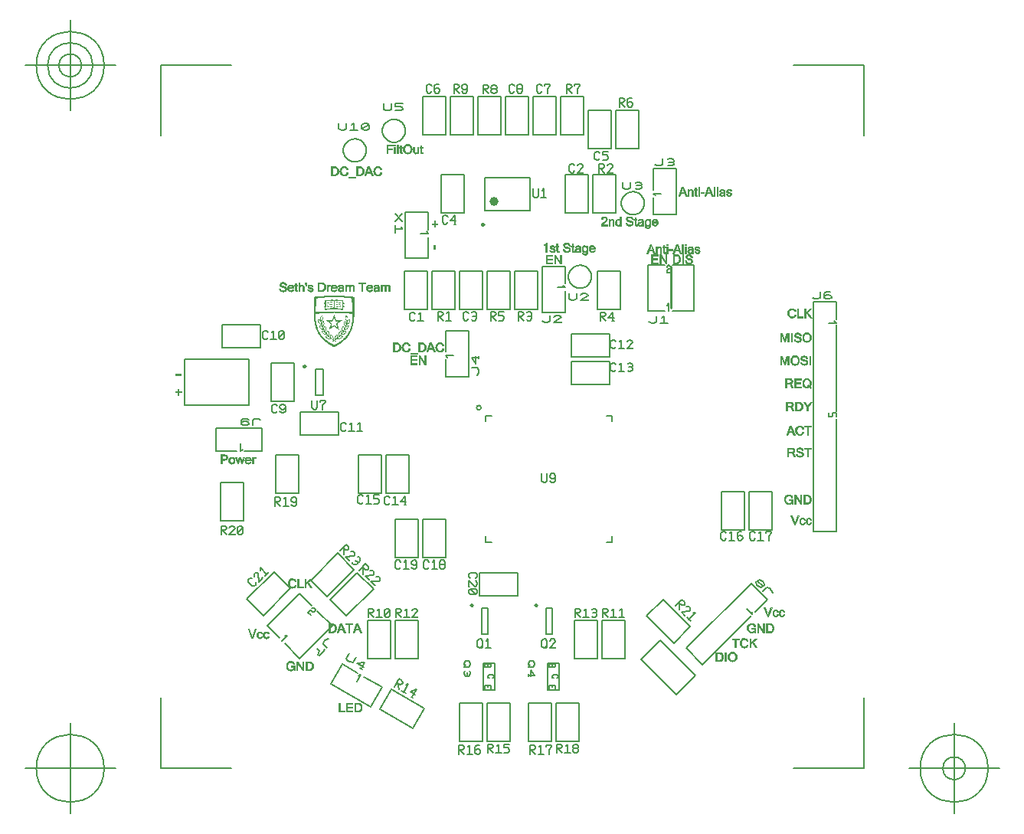
<source format=gbr>
G04 Generated by Ultiboard 13.0 *
%FSLAX25Y25*%
%MOIN*%

%ADD10C,0.00001*%
%ADD11C,0.00800*%
%ADD12C,0.00612*%
%ADD13C,0.00787*%
%ADD14C,0.01969*%
%ADD15C,0.00984*%
%ADD16C,0.00004*%
%ADD17C,0.01000*%
%ADD18C,0.00500*%


G04 ColorRGB FFFF00 for the following layer *
%LNSilkscreen Top*%
%LPD*%
G54D10*
G54D11*
X270991Y-109250D02*
X273775Y-106466D01*
X274883Y-107575D01*
X274881Y-108686D01*
X274602Y-108964D01*
X273491Y-108967D01*
X272383Y-107858D01*
X272660Y-108135D02*
X272654Y-110913D01*
X275712Y-109517D02*
X276823Y-109515D01*
X277378Y-110069D01*
X277375Y-111180D01*
X277097Y-111459D01*
X273485Y-111744D01*
X275148Y-113407D01*
X275426Y-113129D01*
X278762Y-112010D02*
X279317Y-112009D01*
X279872Y-112563D01*
X279869Y-113674D01*
X279312Y-114231D01*
X278757Y-114232D01*
X278756Y-114788D01*
X278199Y-115345D01*
X277088Y-115347D01*
X276534Y-114793D01*
X276535Y-114237D01*
X277926Y-113401D02*
X278757Y-114232D01*
X277185Y-117400D02*
X265400Y-129185D01*
X258329Y-122114D02*
X270114Y-110329D01*
X265400Y-129185D02*
X258329Y-122114D01*
X270114Y-110329D02*
X277185Y-117400D01*
X266230Y-147445D02*
X265024Y-147810D01*
X264238Y-148596D01*
X263873Y-149802D01*
X265557Y-151486D01*
X261096Y-151738D02*
X262148Y-152790D01*
X261601Y-154600D01*
X262022Y-155021D01*
X264379Y-152664D01*
X263958Y-152243D01*
X253571Y-156142D02*
X247089Y-149660D01*
X267713Y-142000D02*
X261231Y-135518D01*
X239429Y-142000D02*
X253571Y-127858D01*
X247089Y-146125D02*
X248268Y-146125D01*
X244732Y-147303D02*
X239429Y-142000D01*
X248268Y-146125D02*
X245911Y-148482D01*
X258874Y-135518D02*
X258928Y-135567D01*
X258985Y-135612D01*
X259047Y-135651D01*
X259111Y-135684D01*
X259178Y-135712D01*
X259248Y-135734D01*
X259319Y-135750D01*
X259391Y-135759D01*
X259463Y-135762D01*
X259536Y-135759D01*
X259608Y-135750D01*
X259679Y-135734D01*
X259748Y-135712D01*
X259816Y-135684D01*
X259880Y-135651D01*
X259941Y-135612D01*
X259999Y-135567D01*
X260053Y-135518D01*
X260102Y-135465D01*
X260146Y-135407D01*
X260185Y-135346D01*
X260219Y-135281D01*
X260247Y-135214D01*
X260268Y-135145D01*
X260284Y-135074D01*
X260294Y-135002D01*
X260297Y-134929D01*
X260294Y-134856D01*
X260284Y-134784D01*
X260268Y-134713D01*
X260247Y-134644D01*
X260219Y-134577D01*
X260185Y-134512D01*
X260146Y-134451D01*
X260102Y-134393D01*
X260053Y-134340D01*
X259999Y-134291D01*
X259941Y-134246D01*
X259880Y-134207D01*
X259816Y-134174D01*
X259748Y-134146D01*
X259679Y-134124D01*
X259608Y-134108D01*
X259536Y-134099D01*
X259463Y-134096D01*
X259391Y-134099D01*
X259319Y-134108D01*
X259248Y-134124D01*
X259178Y-134146D01*
X259111Y-134174D01*
X259047Y-134207D01*
X258985Y-134246D01*
X258928Y-134291D01*
X258874Y-134340D01*
X258285Y-137286D02*
X257107Y-136107D01*
X258874Y-135518D02*
X258821Y-135469D01*
X258763Y-135425D01*
X258702Y-135386D01*
X258637Y-135352D01*
X258570Y-135324D01*
X258501Y-135302D01*
X258430Y-135287D01*
X258358Y-135277D01*
X258285Y-135274D01*
X258212Y-135277D01*
X258140Y-135287D01*
X258069Y-135302D01*
X258000Y-135324D01*
X257933Y-135352D01*
X257868Y-135386D01*
X257807Y-135425D01*
X257749Y-135469D01*
X257696Y-135518D01*
X257107Y-136107D02*
X257696Y-135518D01*
X253571Y-127858D02*
X258874Y-133161D01*
X267713Y-142000D02*
X253571Y-156142D01*
X275076Y-154036D02*
X273885Y-156097D01*
X274550Y-157169D01*
X275512Y-157724D01*
X276772Y-157764D01*
X277963Y-155702D01*
X281400Y-159749D02*
X278513Y-158082D01*
X281812Y-157924D01*
X280324Y-160502D01*
X279842Y-160224D02*
X280805Y-160780D01*
X284490Y-177330D02*
X267170Y-167330D01*
X278665Y-162420D02*
X272170Y-158670D01*
X267170Y-167330D01*
X289490Y-168670D02*
X281552Y-164087D01*
X280108Y-163253D02*
X278442Y-166140D01*
X278970Y-163558D02*
X280108Y-163253D01*
X289490Y-168670D02*
X284490Y-177330D01*
X294746Y-168420D02*
X296714Y-165011D01*
X298072Y-165794D01*
X298357Y-166868D01*
X298160Y-167209D01*
X297088Y-167499D01*
X295730Y-166715D01*
X296070Y-166911D02*
X296782Y-169596D01*
X299715Y-167652D02*
X300787Y-167362D01*
X298819Y-170772D01*
X297801Y-170184D02*
X299837Y-171360D01*
X303679Y-171759D02*
X301643Y-170584D01*
X304521Y-169518D01*
X302552Y-172927D01*
X302213Y-172731D02*
X302892Y-173123D01*
X302717Y-186497D02*
X288283Y-178163D01*
X293283Y-169503D02*
X307717Y-177837D01*
X288283Y-178163D02*
X293283Y-169503D01*
X307717Y-177837D02*
X302717Y-186497D01*
X283392Y-138331D02*
X283392Y-134394D01*
X284960Y-134394D01*
X285743Y-135181D01*
X285743Y-135575D01*
X284960Y-136362D01*
X283392Y-136362D01*
X283784Y-136362D02*
X285743Y-138331D01*
X287311Y-135181D02*
X288095Y-134394D01*
X288095Y-138331D01*
X286919Y-138331D02*
X289271Y-138331D01*
X290447Y-135181D02*
X291230Y-134394D01*
X292014Y-134394D01*
X292798Y-135181D01*
X292798Y-137543D01*
X292014Y-138331D01*
X291230Y-138331D01*
X290447Y-137543D01*
X290447Y-135181D01*
X292798Y-135181D02*
X290447Y-137543D01*
X283000Y-156333D02*
X283000Y-139667D01*
X293000Y-139667D02*
X293000Y-156333D01*
X283000Y-139667D02*
X293000Y-139667D01*
X293000Y-156333D02*
X283000Y-156333D01*
X279476Y-117736D02*
X282260Y-114952D01*
X283369Y-116060D01*
X283366Y-117171D01*
X283088Y-117450D01*
X281977Y-117452D01*
X280868Y-116344D01*
X281145Y-116621D02*
X281139Y-119398D01*
X284198Y-118003D02*
X285309Y-118000D01*
X285863Y-118554D01*
X285860Y-119665D01*
X285582Y-119944D01*
X281970Y-120230D01*
X283633Y-121893D01*
X283912Y-121614D01*
X286692Y-120497D02*
X287803Y-120494D01*
X288357Y-121049D01*
X288355Y-122160D01*
X288076Y-122438D01*
X284465Y-122724D01*
X286127Y-124387D01*
X286406Y-124108D01*
X285671Y-125886D02*
X273886Y-137671D01*
X266815Y-130600D02*
X278600Y-118815D01*
X273886Y-137671D02*
X266815Y-130600D01*
X278600Y-118815D02*
X285671Y-125886D01*
X234445Y-123048D02*
X234448Y-124159D01*
X233894Y-124713D01*
X232783Y-124711D01*
X231112Y-123041D01*
X231110Y-121930D01*
X231664Y-121375D01*
X232775Y-121378D01*
X233606Y-120546D02*
X233604Y-119435D01*
X234158Y-118881D01*
X235269Y-118884D01*
X235548Y-119162D01*
X235834Y-122774D01*
X237496Y-121111D01*
X237218Y-120832D01*
X236378Y-117775D02*
X236375Y-116664D01*
X239159Y-119448D01*
X238328Y-120279D02*
X239991Y-118617D01*
X249428Y-125643D02*
X237643Y-137428D01*
X230572Y-130357D02*
X242357Y-118572D01*
X237643Y-137428D02*
X230572Y-130357D01*
X242357Y-118572D02*
X249428Y-125643D01*
X384392Y-9331D02*
X384392Y-5394D01*
X385960Y-5394D01*
X386743Y-6181D01*
X386743Y-6575D01*
X385960Y-7362D01*
X384392Y-7362D01*
X384784Y-7362D02*
X386743Y-9331D01*
X390271Y-7756D02*
X387919Y-7756D01*
X389879Y-5394D01*
X389879Y-9331D01*
X389487Y-9331D02*
X390271Y-9331D01*
X393000Y12333D02*
X393000Y-4333D01*
X383000Y-4333D02*
X383000Y12333D01*
X393000Y-4333D02*
X383000Y-4333D01*
X383000Y12333D02*
X393000Y12333D01*
X325750Y-157278D02*
X325250Y-158167D01*
X325250Y-159056D01*
X325750Y-159944D01*
X327250Y-159944D01*
X327750Y-159056D01*
X327750Y-158167D01*
X327250Y-157278D01*
X325750Y-157278D01*
X325750Y-159056D02*
X325250Y-159944D01*
X327500Y-161722D02*
X327750Y-162167D01*
X327750Y-163056D01*
X327250Y-163944D01*
X326750Y-163944D01*
X326500Y-163500D01*
X326250Y-163944D01*
X325750Y-163944D01*
X325250Y-163056D01*
X325250Y-162167D01*
X325500Y-161722D01*
X326500Y-162167D02*
X326500Y-163500D01*
X333500Y-169833D02*
X333500Y-158167D01*
X338500Y-158167D02*
X338500Y-169833D01*
X334000Y-159333D02*
X334002Y-159391D01*
X334010Y-159449D01*
X334023Y-159506D01*
X334040Y-159561D01*
X334062Y-159615D01*
X334089Y-159667D01*
X334120Y-159716D01*
X334156Y-159762D01*
X334195Y-159805D01*
X334238Y-159844D01*
X334284Y-159879D01*
X334333Y-159911D01*
X334385Y-159938D01*
X334439Y-159960D01*
X334494Y-159977D01*
X334551Y-159990D01*
X334608Y-159997D01*
X334667Y-160000D01*
X334725Y-159997D01*
X334782Y-159990D01*
X334839Y-159977D01*
X334895Y-159960D01*
X334948Y-159938D01*
X335000Y-159911D01*
X335049Y-159879D01*
X335095Y-159844D01*
X335138Y-159805D01*
X335177Y-159762D01*
X335213Y-159716D01*
X335244Y-159667D01*
X335271Y-159615D01*
X335293Y-159561D01*
X335310Y-159506D01*
X335323Y-159449D01*
X335331Y-159391D01*
X335333Y-159333D01*
X335336Y-159391D01*
X335343Y-159449D01*
X335356Y-159506D01*
X335374Y-159561D01*
X335396Y-159615D01*
X335423Y-159667D01*
X335454Y-159716D01*
X335489Y-159762D01*
X335529Y-159805D01*
X335571Y-159844D01*
X335618Y-159879D01*
X335667Y-159911D01*
X335718Y-159938D01*
X335772Y-159960D01*
X335827Y-159977D01*
X335884Y-159990D01*
X335942Y-159997D01*
X336000Y-160000D01*
X336058Y-159997D01*
X336116Y-159990D01*
X336173Y-159977D01*
X336228Y-159960D01*
X336282Y-159938D01*
X336333Y-159911D01*
X336382Y-159879D01*
X336429Y-159844D01*
X336471Y-159805D01*
X336511Y-159762D01*
X336546Y-159716D01*
X336577Y-159667D01*
X336604Y-159615D01*
X336626Y-159561D01*
X336644Y-159506D01*
X336657Y-159449D01*
X336664Y-159391D01*
X336667Y-159333D01*
X333500Y-158167D02*
X338500Y-158167D01*
X336667Y-158667D02*
X334000Y-158667D01*
X335333Y-159333D02*
X335333Y-158667D01*
X334000Y-158667D02*
X334000Y-159333D01*
X336667Y-159333D02*
X336667Y-158667D01*
X338500Y-169833D02*
X333500Y-169833D01*
X336000Y-163333D02*
X335942Y-163336D01*
X335884Y-163343D01*
X335827Y-163356D01*
X335772Y-163373D01*
X335718Y-163396D01*
X335667Y-163423D01*
X335618Y-163454D01*
X335571Y-163489D01*
X335529Y-163528D01*
X335489Y-163571D01*
X335454Y-163617D01*
X335423Y-163667D01*
X335396Y-163718D01*
X335374Y-163772D01*
X335356Y-163827D01*
X335343Y-163884D01*
X335336Y-163942D01*
X335333Y-164000D01*
X335336Y-164058D01*
X335343Y-164116D01*
X335356Y-164172D01*
X335374Y-164228D01*
X335396Y-164282D01*
X335423Y-164333D01*
X335454Y-164382D01*
X335489Y-164428D01*
X335529Y-164471D01*
X335571Y-164511D01*
X335618Y-164546D01*
X335667Y-164577D01*
X335718Y-164604D01*
X335772Y-164626D01*
X335827Y-164644D01*
X335884Y-164656D01*
X335942Y-164664D01*
X336000Y-164667D01*
X336667Y-168000D02*
X334000Y-168000D01*
X335333Y-168000D02*
X335333Y-168667D01*
X334000Y-168000D02*
X334000Y-169333D01*
X337333Y-164667D02*
X337392Y-164664D01*
X337449Y-164656D01*
X337506Y-164644D01*
X337561Y-164626D01*
X337615Y-164604D01*
X337667Y-164577D01*
X337716Y-164546D01*
X337762Y-164511D01*
X337805Y-164471D01*
X337844Y-164428D01*
X337880Y-164382D01*
X337911Y-164333D01*
X337938Y-164282D01*
X337960Y-164228D01*
X337977Y-164172D01*
X337990Y-164116D01*
X337998Y-164058D01*
X338000Y-164000D01*
X337998Y-163942D01*
X337990Y-163884D01*
X337977Y-163827D01*
X337960Y-163772D01*
X337938Y-163718D01*
X337911Y-163667D01*
X337880Y-163617D01*
X337844Y-163571D01*
X337805Y-163528D01*
X337762Y-163489D01*
X337716Y-163454D01*
X337667Y-163423D01*
X337615Y-163396D01*
X337561Y-163373D01*
X337506Y-163356D01*
X337449Y-163343D01*
X337392Y-163336D01*
X337333Y-163333D01*
X336000Y-163333D02*
X337333Y-163333D01*
X336667Y-169333D02*
X336667Y-168000D01*
X353750Y-157278D02*
X353250Y-158167D01*
X353250Y-159056D01*
X353750Y-159944D01*
X355250Y-159944D01*
X355750Y-159056D01*
X355750Y-158167D01*
X355250Y-157278D01*
X353750Y-157278D01*
X353750Y-159056D02*
X353250Y-159944D01*
X354250Y-163944D02*
X354250Y-161278D01*
X355750Y-163500D01*
X353250Y-163500D01*
X353250Y-163056D02*
X353250Y-163944D01*
X361500Y-169833D02*
X361500Y-158167D01*
X366500Y-158167D02*
X366500Y-169833D01*
X362000Y-159333D02*
X362002Y-159391D01*
X362010Y-159449D01*
X362023Y-159506D01*
X362040Y-159561D01*
X362062Y-159615D01*
X362089Y-159667D01*
X362120Y-159716D01*
X362156Y-159762D01*
X362195Y-159805D01*
X362238Y-159844D01*
X362284Y-159879D01*
X362333Y-159911D01*
X362385Y-159938D01*
X362439Y-159960D01*
X362494Y-159977D01*
X362551Y-159990D01*
X362608Y-159997D01*
X362667Y-160000D01*
X362725Y-159997D01*
X362782Y-159990D01*
X362839Y-159977D01*
X362895Y-159960D01*
X362948Y-159938D01*
X363000Y-159911D01*
X363049Y-159879D01*
X363095Y-159844D01*
X363138Y-159805D01*
X363177Y-159762D01*
X363213Y-159716D01*
X363244Y-159667D01*
X363271Y-159615D01*
X363293Y-159561D01*
X363310Y-159506D01*
X363323Y-159449D01*
X363331Y-159391D01*
X363333Y-159333D01*
X363336Y-159391D01*
X363343Y-159449D01*
X363356Y-159506D01*
X363374Y-159561D01*
X363396Y-159615D01*
X363423Y-159667D01*
X363454Y-159716D01*
X363489Y-159762D01*
X363529Y-159805D01*
X363571Y-159844D01*
X363618Y-159879D01*
X363667Y-159911D01*
X363718Y-159938D01*
X363772Y-159960D01*
X363827Y-159977D01*
X363884Y-159990D01*
X363942Y-159997D01*
X364000Y-160000D01*
X364058Y-159997D01*
X364116Y-159990D01*
X364173Y-159977D01*
X364228Y-159960D01*
X364282Y-159938D01*
X364333Y-159911D01*
X364382Y-159879D01*
X364429Y-159844D01*
X364471Y-159805D01*
X364511Y-159762D01*
X364546Y-159716D01*
X364577Y-159667D01*
X364604Y-159615D01*
X364626Y-159561D01*
X364644Y-159506D01*
X364657Y-159449D01*
X364664Y-159391D01*
X364667Y-159333D01*
X361500Y-158167D02*
X366500Y-158167D01*
X364667Y-158667D02*
X362000Y-158667D01*
X363333Y-159333D02*
X363333Y-158667D01*
X362000Y-158667D02*
X362000Y-159333D01*
X364667Y-159333D02*
X364667Y-158667D01*
X366500Y-169833D02*
X361500Y-169833D01*
X364000Y-163333D02*
X363942Y-163336D01*
X363884Y-163343D01*
X363827Y-163356D01*
X363772Y-163373D01*
X363718Y-163396D01*
X363667Y-163423D01*
X363618Y-163454D01*
X363571Y-163489D01*
X363529Y-163528D01*
X363489Y-163571D01*
X363454Y-163617D01*
X363423Y-163667D01*
X363396Y-163718D01*
X363374Y-163772D01*
X363356Y-163827D01*
X363343Y-163884D01*
X363336Y-163942D01*
X363333Y-164000D01*
X363336Y-164058D01*
X363343Y-164116D01*
X363356Y-164172D01*
X363374Y-164228D01*
X363396Y-164282D01*
X363423Y-164333D01*
X363454Y-164382D01*
X363489Y-164428D01*
X363529Y-164471D01*
X363571Y-164511D01*
X363618Y-164546D01*
X363667Y-164577D01*
X363718Y-164604D01*
X363772Y-164626D01*
X363827Y-164644D01*
X363884Y-164656D01*
X363942Y-164664D01*
X364000Y-164667D01*
X364667Y-168000D02*
X362000Y-168000D01*
X363333Y-168000D02*
X363333Y-168667D01*
X362000Y-168000D02*
X362000Y-169333D01*
X365333Y-164667D02*
X365392Y-164664D01*
X365449Y-164656D01*
X365506Y-164644D01*
X365561Y-164626D01*
X365615Y-164604D01*
X365667Y-164577D01*
X365716Y-164546D01*
X365762Y-164511D01*
X365805Y-164471D01*
X365844Y-164428D01*
X365880Y-164382D01*
X365911Y-164333D01*
X365938Y-164282D01*
X365960Y-164228D01*
X365977Y-164172D01*
X365990Y-164116D01*
X365998Y-164058D01*
X366000Y-164000D01*
X365998Y-163942D01*
X365990Y-163884D01*
X365977Y-163827D01*
X365960Y-163772D01*
X365938Y-163718D01*
X365911Y-163667D01*
X365880Y-163617D01*
X365844Y-163571D01*
X365805Y-163528D01*
X365762Y-163489D01*
X365716Y-163454D01*
X365667Y-163423D01*
X365615Y-163396D01*
X365561Y-163373D01*
X365506Y-163356D01*
X365449Y-163343D01*
X365392Y-163336D01*
X365333Y-163333D01*
X364000Y-163333D02*
X365333Y-163333D01*
X364667Y-169333D02*
X364667Y-168000D01*
X322857Y-197866D02*
X322857Y-193929D01*
X324425Y-193929D01*
X325208Y-194716D01*
X325208Y-195110D01*
X324425Y-195897D01*
X322857Y-195897D01*
X323249Y-195897D02*
X325208Y-197866D01*
X326776Y-194716D02*
X327560Y-193929D01*
X327560Y-197866D01*
X326384Y-197866D02*
X328736Y-197866D01*
X331871Y-193929D02*
X330695Y-193929D01*
X329911Y-194716D01*
X329911Y-196291D01*
X329911Y-197078D01*
X330695Y-197866D01*
X331479Y-197866D01*
X332263Y-197078D01*
X332263Y-196291D01*
X331479Y-195504D01*
X330695Y-195504D01*
X329911Y-196291D01*
X323000Y-192333D02*
X323000Y-175667D01*
X333000Y-175667D02*
X333000Y-192333D01*
X323000Y-175667D02*
X333000Y-175667D01*
X333000Y-192333D02*
X323000Y-192333D01*
X335392Y-197331D02*
X335392Y-193394D01*
X336960Y-193394D01*
X337743Y-194181D01*
X337743Y-194575D01*
X336960Y-195362D01*
X335392Y-195362D01*
X335784Y-195362D02*
X337743Y-197331D01*
X339311Y-194181D02*
X340095Y-193394D01*
X340095Y-197331D01*
X338919Y-197331D02*
X341271Y-197331D01*
X344798Y-193394D02*
X342447Y-193394D01*
X342447Y-194969D01*
X344014Y-194969D01*
X344798Y-195756D01*
X344798Y-196543D01*
X344014Y-197331D01*
X342447Y-197331D01*
X335000Y-192333D02*
X335000Y-175667D01*
X345000Y-175667D02*
X345000Y-192333D01*
X335000Y-175667D02*
X345000Y-175667D01*
X345000Y-192333D02*
X335000Y-192333D01*
X353857Y-197866D02*
X353857Y-193929D01*
X355425Y-193929D01*
X356208Y-194716D01*
X356208Y-195110D01*
X355425Y-195897D01*
X353857Y-195897D01*
X354249Y-195897D02*
X356208Y-197866D01*
X357776Y-194716D02*
X358560Y-193929D01*
X358560Y-197866D01*
X357384Y-197866D02*
X359736Y-197866D01*
X362087Y-197866D02*
X362087Y-195897D01*
X363263Y-194716D01*
X363263Y-193929D01*
X360911Y-193929D01*
X360911Y-194716D01*
X363000Y-175667D02*
X363000Y-192333D01*
X353000Y-192333D02*
X353000Y-175667D01*
X363000Y-192333D02*
X353000Y-192333D01*
X353000Y-175667D02*
X363000Y-175667D01*
X365392Y-197331D02*
X365392Y-193394D01*
X366960Y-193394D01*
X367743Y-194181D01*
X367743Y-194575D01*
X366960Y-195362D01*
X365392Y-195362D01*
X365784Y-195362D02*
X367743Y-197331D01*
X369311Y-194181D02*
X370095Y-193394D01*
X370095Y-197331D01*
X368919Y-197331D02*
X371271Y-197331D01*
X374014Y-197331D02*
X373230Y-197331D01*
X372447Y-196543D01*
X372447Y-195756D01*
X372838Y-195362D01*
X372447Y-194969D01*
X372447Y-194181D01*
X373230Y-193394D01*
X374014Y-193394D01*
X374798Y-194181D01*
X374798Y-194969D01*
X374406Y-195362D01*
X374798Y-195756D01*
X374798Y-196543D01*
X374014Y-197331D01*
X372838Y-195362D02*
X374406Y-195362D01*
X375000Y-175667D02*
X375000Y-192333D01*
X365000Y-192333D02*
X365000Y-175667D01*
X375000Y-192333D02*
X365000Y-192333D01*
X365000Y-175667D02*
X375000Y-175667D01*
X373392Y-138331D02*
X373392Y-134394D01*
X374960Y-134394D01*
X375743Y-135181D01*
X375743Y-135575D01*
X374960Y-136362D01*
X373392Y-136362D01*
X373784Y-136362D02*
X375743Y-138331D01*
X377311Y-135181D02*
X378095Y-134394D01*
X378095Y-138331D01*
X376919Y-138331D02*
X379271Y-138331D01*
X380838Y-134787D02*
X381230Y-134394D01*
X382014Y-134394D01*
X382798Y-135181D01*
X382798Y-135969D01*
X382406Y-136362D01*
X382798Y-136756D01*
X382798Y-137543D01*
X382014Y-138331D01*
X381230Y-138331D01*
X380838Y-137937D01*
X381230Y-136362D02*
X382406Y-136362D01*
X373000Y-156333D02*
X373000Y-139667D01*
X383000Y-139667D02*
X383000Y-156333D01*
X373000Y-139667D02*
X383000Y-139667D01*
X383000Y-156333D02*
X373000Y-156333D01*
X385392Y-138331D02*
X385392Y-134394D01*
X386960Y-134394D01*
X387743Y-135181D01*
X387743Y-135575D01*
X386960Y-136362D01*
X385392Y-136362D01*
X385784Y-136362D02*
X387743Y-138331D01*
X389311Y-135181D02*
X390095Y-134394D01*
X390095Y-138331D01*
X388919Y-138331D02*
X391271Y-138331D01*
X392838Y-135181D02*
X393622Y-134394D01*
X393622Y-138331D01*
X392447Y-138331D02*
X394798Y-138331D01*
X385000Y-156333D02*
X385000Y-139667D01*
X395000Y-139667D02*
X395000Y-156333D01*
X385000Y-139667D02*
X395000Y-139667D01*
X395000Y-156333D02*
X385000Y-156333D01*
X303743Y-8543D02*
X302960Y-9331D01*
X302176Y-9331D01*
X301392Y-8543D01*
X301392Y-6181D01*
X302176Y-5394D01*
X302960Y-5394D01*
X303743Y-6181D01*
X305311Y-6181D02*
X306095Y-5394D01*
X306095Y-9331D01*
X304919Y-9331D02*
X307271Y-9331D01*
X309000Y12333D02*
X309000Y-4333D01*
X299000Y-4333D02*
X299000Y12333D01*
X309000Y-4333D02*
X299000Y-4333D01*
X299000Y12333D02*
X309000Y12333D01*
X313621Y-9102D02*
X313621Y-5165D01*
X315188Y-5165D01*
X315972Y-5953D01*
X315972Y-6346D01*
X315188Y-7134D01*
X313621Y-7134D01*
X314012Y-7134D02*
X315972Y-9102D01*
X317540Y-5953D02*
X318324Y-5165D01*
X318324Y-9102D01*
X317148Y-9102D02*
X319499Y-9102D01*
X321000Y12333D02*
X321000Y-4333D01*
X311000Y-4333D02*
X311000Y12333D01*
X321000Y-4333D02*
X311000Y-4333D01*
X311000Y12333D02*
X321000Y12333D01*
X326972Y-8315D02*
X326188Y-9102D01*
X325404Y-9102D01*
X324621Y-8315D01*
X324621Y-5953D01*
X325404Y-5165D01*
X326188Y-5165D01*
X326972Y-5953D01*
X328540Y-5559D02*
X328932Y-5165D01*
X329716Y-5165D01*
X330499Y-5953D01*
X330499Y-6740D01*
X330107Y-7134D01*
X330499Y-7527D01*
X330499Y-8315D01*
X329716Y-9102D01*
X328932Y-9102D01*
X328540Y-8708D01*
X328932Y-7134D02*
X330107Y-7134D01*
X323000Y-4333D02*
X323000Y12333D01*
X333000Y12333D02*
X333000Y-4333D01*
X323000Y12333D02*
X333000Y12333D01*
X333000Y-4333D02*
X323000Y-4333D01*
X336621Y-9102D02*
X336621Y-5165D01*
X338188Y-5165D01*
X338972Y-5953D01*
X338972Y-6346D01*
X338188Y-7134D01*
X336621Y-7134D01*
X337012Y-7134D02*
X338972Y-9102D01*
X342499Y-5165D02*
X340148Y-5165D01*
X340148Y-6740D01*
X341716Y-6740D01*
X342499Y-7527D01*
X342499Y-8315D01*
X341716Y-9102D01*
X340148Y-9102D01*
X345000Y12333D02*
X345000Y-4333D01*
X335000Y-4333D02*
X335000Y12333D01*
X345000Y-4333D02*
X335000Y-4333D01*
X335000Y12333D02*
X345000Y12333D01*
X348621Y-9102D02*
X348621Y-5165D01*
X350188Y-5165D01*
X350972Y-5953D01*
X350972Y-6346D01*
X350188Y-7134D01*
X348621Y-7134D01*
X349012Y-7134D02*
X350972Y-9102D01*
X352540Y-5559D02*
X352932Y-5165D01*
X353716Y-5165D01*
X354499Y-5953D01*
X354499Y-6740D01*
X354107Y-7134D01*
X354499Y-7527D01*
X354499Y-8315D01*
X353716Y-9102D01*
X352932Y-9102D01*
X352540Y-8708D01*
X352932Y-7134D02*
X354107Y-7134D01*
X357000Y12333D02*
X357000Y-4333D01*
X347000Y-4333D02*
X347000Y12333D01*
X357000Y-4333D02*
X347000Y-4333D01*
X347000Y12333D02*
X357000Y12333D01*
X370639Y2786D02*
X370639Y405D01*
X371750Y-190D01*
X372861Y-190D01*
X373972Y405D01*
X373972Y2786D01*
X375639Y2190D02*
X376750Y2786D01*
X377861Y2786D01*
X378972Y2190D01*
X378972Y1893D01*
X375639Y-190D01*
X378972Y-190D01*
X378972Y107D01*
X380500Y10000D02*
X380481Y10436D01*
X380424Y10868D01*
X380330Y11294D01*
X380198Y11710D01*
X380032Y12113D01*
X379830Y12500D01*
X379596Y12868D01*
X379330Y13214D01*
X379036Y13536D01*
X378714Y13830D01*
X378368Y14096D01*
X378000Y14330D01*
X377613Y14532D01*
X377210Y14698D01*
X376794Y14830D01*
X376368Y14924D01*
X375936Y14981D01*
X375500Y15000D01*
X375064Y14981D01*
X374632Y14924D01*
X374206Y14830D01*
X373790Y14698D01*
X373387Y14532D01*
X373000Y14330D01*
X372632Y14096D01*
X372286Y13830D01*
X371964Y13536D01*
X371670Y13214D01*
X371404Y12868D01*
X371170Y12500D01*
X370968Y12113D01*
X370802Y11710D01*
X370670Y11294D01*
X370576Y10868D01*
X370519Y10436D01*
X370500Y10000D01*
X370519Y9564D01*
X370576Y9132D01*
X370670Y8706D01*
X370802Y8290D01*
X370968Y7887D01*
X371170Y7500D01*
X371404Y7132D01*
X371670Y6786D01*
X371964Y6464D01*
X372286Y6170D01*
X372632Y5904D01*
X373000Y5670D01*
X373387Y5468D01*
X373790Y5302D01*
X374206Y5170D01*
X374632Y5076D01*
X375064Y5019D01*
X375500Y5000D01*
X375936Y5019D01*
X376368Y5076D01*
X376794Y5170D01*
X377210Y5302D01*
X377613Y5468D01*
X378000Y5670D01*
X378368Y5904D01*
X378714Y6170D01*
X379036Y6464D01*
X379330Y6786D01*
X379596Y7132D01*
X379830Y7500D01*
X380032Y7887D01*
X380198Y8290D01*
X380330Y8706D01*
X380424Y9132D01*
X380481Y9564D01*
X380500Y10000D01*
X405556Y-9679D02*
X406667Y-10274D01*
X407778Y-10274D01*
X408889Y-9679D01*
X408889Y-7298D01*
X411111Y-7893D02*
X412222Y-7298D01*
X412222Y-10274D01*
X410556Y-10274D02*
X413889Y-10274D01*
X425000Y-5000D02*
X415833Y-5000D01*
X425000Y15000D02*
X415833Y15000D01*
X405000Y-5000D02*
X405000Y15000D01*
X413333Y-2500D02*
X414167Y-1667D01*
X412500Y-5000D02*
X405000Y-5000D01*
X414167Y-1667D02*
X414167Y-5000D01*
X414167Y13333D02*
X414239Y13336D01*
X414311Y13346D01*
X414382Y13362D01*
X414452Y13383D01*
X414519Y13411D01*
X414583Y13445D01*
X414645Y13484D01*
X414702Y13528D01*
X414756Y13577D01*
X414805Y13631D01*
X414849Y13689D01*
X414888Y13750D01*
X414922Y13814D01*
X414950Y13882D01*
X414971Y13951D01*
X414987Y14022D01*
X414997Y14094D01*
X415000Y14167D01*
X414997Y14239D01*
X414987Y14311D01*
X414971Y14382D01*
X414950Y14452D01*
X414922Y14519D01*
X414888Y14583D01*
X414849Y14645D01*
X414805Y14702D01*
X414756Y14756D01*
X414702Y14805D01*
X414645Y14849D01*
X414583Y14888D01*
X414519Y14922D01*
X414452Y14950D01*
X414382Y14971D01*
X414311Y14987D01*
X414239Y14997D01*
X414167Y15000D01*
X414094Y14997D01*
X414022Y14987D01*
X413951Y14971D01*
X413882Y14950D01*
X413814Y14922D01*
X413750Y14888D01*
X413689Y14849D01*
X413631Y14805D01*
X413577Y14756D01*
X413528Y14702D01*
X413484Y14645D01*
X413445Y14583D01*
X413411Y14519D01*
X413383Y14452D01*
X413362Y14382D01*
X413346Y14311D01*
X413336Y14239D01*
X413333Y14167D01*
X415000Y11667D02*
X413333Y11667D01*
X414167Y13333D02*
X414094Y13330D01*
X414022Y13321D01*
X413951Y13305D01*
X413882Y13283D01*
X413814Y13255D01*
X413750Y13222D01*
X413689Y13183D01*
X413631Y13138D01*
X413577Y13089D01*
X413528Y13036D01*
X413484Y12978D01*
X413445Y12917D01*
X413411Y12852D01*
X413383Y12785D01*
X413362Y12716D01*
X413346Y12645D01*
X413336Y12573D01*
X413333Y12500D01*
X413333Y11667D02*
X413333Y12500D01*
X405000Y15000D02*
X412500Y15000D01*
X425000Y15000D02*
X425000Y-5000D01*
X310972Y90685D02*
X310188Y89898D01*
X309404Y89898D01*
X308621Y90685D01*
X308621Y93047D01*
X309404Y93835D01*
X310188Y93835D01*
X310972Y93047D01*
X314107Y93835D02*
X312932Y93835D01*
X312148Y93047D01*
X312148Y91473D01*
X312148Y90685D01*
X312932Y89898D01*
X313716Y89898D01*
X314499Y90685D01*
X314499Y91473D01*
X313716Y92260D01*
X312932Y92260D01*
X312148Y91473D01*
X317000Y88333D02*
X317000Y71667D01*
X307000Y71667D02*
X307000Y88333D01*
X317000Y71667D02*
X307000Y71667D01*
X307000Y88333D02*
X317000Y88333D01*
X320621Y89898D02*
X320621Y93835D01*
X322188Y93835D01*
X322972Y93047D01*
X322972Y92654D01*
X322188Y91866D01*
X320621Y91866D01*
X321012Y91866D02*
X322972Y89898D01*
X324148Y90685D02*
X324932Y89898D01*
X325716Y89898D01*
X326499Y90685D01*
X326499Y92260D01*
X326499Y93047D01*
X325716Y93835D01*
X324932Y93835D01*
X324148Y93047D01*
X324148Y92260D01*
X324932Y91473D01*
X325716Y91473D01*
X326499Y92260D01*
X319000Y71667D02*
X319000Y88333D01*
X329000Y88333D02*
X329000Y71667D01*
X319000Y88333D02*
X329000Y88333D01*
X329000Y71667D02*
X319000Y71667D01*
X333392Y89669D02*
X333392Y93606D01*
X334960Y93606D01*
X335743Y92819D01*
X335743Y92425D01*
X334960Y91638D01*
X333392Y91638D01*
X333784Y91638D02*
X335743Y89669D01*
X338487Y89669D02*
X337703Y89669D01*
X336919Y90457D01*
X336919Y91244D01*
X337311Y91638D01*
X336919Y92031D01*
X336919Y92819D01*
X337703Y93606D01*
X338487Y93606D01*
X339271Y92819D01*
X339271Y92031D01*
X338879Y91638D01*
X339271Y91244D01*
X339271Y90457D01*
X338487Y89669D01*
X337311Y91638D02*
X338879Y91638D01*
X341000Y88333D02*
X341000Y71667D01*
X331000Y71667D02*
X331000Y88333D01*
X341000Y71667D02*
X331000Y71667D01*
X331000Y88333D02*
X341000Y88333D01*
X346972Y90685D02*
X346188Y89898D01*
X345404Y89898D01*
X344621Y90685D01*
X344621Y93047D01*
X345404Y93835D01*
X346188Y93835D01*
X346972Y93047D01*
X349716Y89898D02*
X348932Y89898D01*
X348148Y90685D01*
X348148Y91473D01*
X348540Y91866D01*
X348148Y92260D01*
X348148Y93047D01*
X348932Y93835D01*
X349716Y93835D01*
X350499Y93047D01*
X350499Y92260D01*
X350107Y91866D01*
X350499Y91473D01*
X350499Y90685D01*
X349716Y89898D01*
X348540Y91866D02*
X350107Y91866D01*
X343000Y71667D02*
X343000Y88333D01*
X353000Y88333D02*
X353000Y71667D01*
X343000Y88333D02*
X353000Y88333D01*
X353000Y71667D02*
X343000Y71667D01*
X358972Y90685D02*
X358188Y89898D01*
X357404Y89898D01*
X356621Y90685D01*
X356621Y93047D01*
X357404Y93835D01*
X358188Y93835D01*
X358972Y93047D01*
X361324Y89898D02*
X361324Y91866D01*
X362499Y93047D01*
X362499Y93835D01*
X360148Y93835D01*
X360148Y93047D01*
X355000Y71667D02*
X355000Y88333D01*
X365000Y88333D02*
X365000Y71667D01*
X355000Y88333D02*
X365000Y88333D01*
X365000Y71667D02*
X355000Y71667D01*
X369621Y89898D02*
X369621Y93835D01*
X371188Y93835D01*
X371972Y93047D01*
X371972Y92654D01*
X371188Y91866D01*
X369621Y91866D01*
X370012Y91866D02*
X371972Y89898D01*
X374324Y89898D02*
X374324Y91866D01*
X375499Y93047D01*
X375499Y93835D01*
X373148Y93835D01*
X373148Y93047D01*
X367000Y71667D02*
X367000Y88333D01*
X377000Y88333D02*
X377000Y71667D01*
X367000Y88333D02*
X377000Y88333D01*
X377000Y71667D02*
X367000Y71667D01*
X392621Y83898D02*
X392621Y87835D01*
X394188Y87835D01*
X394972Y87047D01*
X394972Y86654D01*
X394188Y85866D01*
X392621Y85866D01*
X393012Y85866D02*
X394972Y83898D01*
X398107Y87835D02*
X396932Y87835D01*
X396148Y87047D01*
X396148Y85473D01*
X396148Y84685D01*
X396932Y83898D01*
X397716Y83898D01*
X398499Y84685D01*
X398499Y85473D01*
X397716Y86260D01*
X396932Y86260D01*
X396148Y85473D01*
X401000Y82333D02*
X401000Y65667D01*
X391000Y65667D02*
X391000Y82333D01*
X401000Y65667D02*
X391000Y65667D01*
X391000Y82333D02*
X401000Y82333D01*
X451743Y-104043D02*
X450960Y-104831D01*
X450176Y-104831D01*
X449392Y-104043D01*
X449392Y-101681D01*
X450176Y-100894D01*
X450960Y-100894D01*
X451743Y-101681D01*
X453311Y-101681D02*
X454095Y-100894D01*
X454095Y-104831D01*
X452919Y-104831D02*
X455271Y-104831D01*
X457622Y-104831D02*
X457622Y-102862D01*
X458798Y-101681D01*
X458798Y-100894D01*
X456447Y-100894D01*
X456447Y-101681D01*
X449000Y-100333D02*
X449000Y-83667D01*
X459000Y-83667D02*
X459000Y-100333D01*
X449000Y-83667D02*
X459000Y-83667D01*
X459000Y-100333D02*
X449000Y-100333D01*
X439243Y-104043D02*
X438460Y-104831D01*
X437676Y-104831D01*
X436892Y-104043D01*
X436892Y-101681D01*
X437676Y-100894D01*
X438460Y-100894D01*
X439243Y-101681D01*
X440811Y-101681D02*
X441595Y-100894D01*
X441595Y-104831D01*
X440419Y-104831D02*
X442771Y-104831D01*
X445906Y-100894D02*
X444730Y-100894D01*
X443947Y-101681D01*
X443947Y-103256D01*
X443947Y-104043D01*
X444730Y-104831D01*
X445514Y-104831D01*
X446298Y-104043D01*
X446298Y-103256D01*
X445514Y-102469D01*
X444730Y-102469D01*
X443947Y-103256D01*
X437000Y-100333D02*
X437000Y-83667D01*
X447000Y-83667D02*
X447000Y-100333D01*
X437000Y-83667D02*
X447000Y-83667D01*
X447000Y-100333D02*
X437000Y-100333D01*
X298202Y37444D02*
X295226Y34111D01*
X295226Y37444D02*
X298202Y34111D01*
X297607Y31889D02*
X298202Y30778D01*
X295226Y30778D01*
X295226Y32444D02*
X295226Y29111D01*
X299500Y18000D02*
X299500Y38000D01*
X309500Y30500D02*
X309500Y38000D01*
X299500Y38000D01*
X309500Y18000D02*
X309500Y27167D01*
X309500Y28833D02*
X306167Y28833D01*
X308667Y29667D02*
X309500Y28833D01*
X309500Y18000D02*
X299500Y18000D01*
X317972Y33685D02*
X317188Y32898D01*
X316404Y32898D01*
X315621Y33685D01*
X315621Y36047D01*
X316404Y36835D01*
X317188Y36835D01*
X317972Y36047D01*
X321499Y34473D02*
X319148Y34473D01*
X321107Y36835D01*
X321107Y32898D01*
X320716Y32898D02*
X321499Y32898D01*
X315000Y37667D02*
X315000Y54333D01*
X325000Y54333D02*
X325000Y37667D01*
X315000Y54333D02*
X325000Y54333D01*
X325000Y37667D02*
X315000Y37667D01*
X295392Y-138331D02*
X295392Y-134394D01*
X296960Y-134394D01*
X297743Y-135181D01*
X297743Y-135575D01*
X296960Y-136362D01*
X295392Y-136362D01*
X295784Y-136362D02*
X297743Y-138331D01*
X299311Y-135181D02*
X300095Y-134394D01*
X300095Y-138331D01*
X298919Y-138331D02*
X301271Y-138331D01*
X302447Y-135181D02*
X303230Y-134394D01*
X304014Y-134394D01*
X304798Y-135181D01*
X304798Y-135575D01*
X302447Y-138331D01*
X304798Y-138331D01*
X304798Y-137937D01*
X295000Y-156333D02*
X295000Y-139667D01*
X305000Y-139667D02*
X305000Y-156333D01*
X295000Y-139667D02*
X305000Y-139667D01*
X305000Y-156333D02*
X295000Y-156333D01*
X402168Y-156520D02*
X417480Y-171832D01*
X425832Y-163480D01*
X410520Y-148168D01*
X402168Y-156520D01*
X459279Y-127624D02*
X458915Y-126417D01*
X458129Y-125632D01*
X456922Y-125267D01*
X455239Y-126950D01*
X454593Y-122096D02*
X455379Y-122882D01*
X455744Y-124088D01*
X455323Y-124509D01*
X454720Y-124327D01*
X454902Y-124930D01*
X454481Y-125351D01*
X453275Y-124986D01*
X452489Y-124201D01*
X452124Y-122994D01*
X452545Y-122573D01*
X453148Y-122756D01*
X452966Y-122152D01*
X453387Y-121731D01*
X454593Y-122096D01*
X454720Y-124327D02*
X453148Y-122756D01*
X421716Y-151713D02*
X450000Y-123429D01*
X428787Y-158784D02*
X450000Y-137571D01*
X457071Y-130500D02*
X450000Y-123429D01*
X451768Y-135803D02*
X457071Y-130500D01*
X450589Y-136982D02*
X448232Y-134625D01*
X450589Y-135803D02*
X450589Y-136982D01*
X428787Y-158784D02*
X421716Y-151713D01*
X417112Y-133339D02*
X419896Y-130556D01*
X421005Y-131664D01*
X421002Y-132775D01*
X420724Y-133053D01*
X419613Y-133056D01*
X418504Y-131947D01*
X418781Y-132225D02*
X418775Y-135002D01*
X421834Y-133606D02*
X422945Y-133604D01*
X423499Y-134158D01*
X423496Y-135269D01*
X423218Y-135548D01*
X419606Y-135834D01*
X421269Y-137496D01*
X421548Y-137218D01*
X424605Y-136378D02*
X425716Y-136375D01*
X422932Y-139159D01*
X422101Y-138328D02*
X423763Y-139991D01*
X411643Y-130572D02*
X423428Y-142357D01*
X416357Y-149428D02*
X404572Y-137643D01*
X423428Y-142357D02*
X416357Y-149428D01*
X404572Y-137643D02*
X411643Y-130572D01*
X391243Y-30543D02*
X390460Y-31331D01*
X389676Y-31331D01*
X388892Y-30543D01*
X388892Y-28181D01*
X389676Y-27394D01*
X390460Y-27394D01*
X391243Y-28181D01*
X392811Y-28181D02*
X393595Y-27394D01*
X393595Y-31331D01*
X392419Y-31331D02*
X394771Y-31331D01*
X396338Y-27787D02*
X396730Y-27394D01*
X397514Y-27394D01*
X398298Y-28181D01*
X398298Y-28969D01*
X397906Y-29362D01*
X398298Y-29756D01*
X398298Y-30543D01*
X397514Y-31331D01*
X396730Y-31331D01*
X396338Y-30937D01*
X396730Y-29362D02*
X397906Y-29362D01*
X388333Y-37000D02*
X371667Y-37000D01*
X371667Y-27000D02*
X388333Y-27000D01*
X371667Y-37000D02*
X371667Y-27000D01*
X388333Y-27000D02*
X388333Y-37000D01*
X391243Y-20543D02*
X390460Y-21331D01*
X389676Y-21331D01*
X388892Y-20543D01*
X388892Y-18181D01*
X389676Y-17394D01*
X390460Y-17394D01*
X391243Y-18181D01*
X392811Y-18181D02*
X393595Y-17394D01*
X393595Y-21331D01*
X392419Y-21331D02*
X394771Y-21331D01*
X395947Y-18181D02*
X396730Y-17394D01*
X397514Y-17394D01*
X398298Y-18181D01*
X398298Y-18575D01*
X395947Y-21331D01*
X398298Y-21331D01*
X398298Y-20937D01*
X388333Y-25000D02*
X371667Y-25000D01*
X371667Y-15000D02*
X388333Y-15000D01*
X371667Y-25000D02*
X371667Y-15000D01*
X388333Y-15000D02*
X388333Y-25000D01*
X290056Y85286D02*
X290056Y82905D01*
X291167Y82310D01*
X292278Y82310D01*
X293389Y82905D01*
X293389Y85286D01*
X298389Y85286D02*
X295056Y85286D01*
X295056Y84095D01*
X297278Y84095D01*
X298389Y83500D01*
X298389Y82905D01*
X297278Y82310D01*
X295056Y82310D01*
X299500Y73500D02*
X299481Y73936D01*
X299424Y74368D01*
X299330Y74794D01*
X299198Y75210D01*
X299032Y75613D01*
X298830Y76000D01*
X298596Y76368D01*
X298330Y76714D01*
X298036Y77036D01*
X297714Y77330D01*
X297368Y77596D01*
X297000Y77830D01*
X296613Y78032D01*
X296210Y78198D01*
X295794Y78330D01*
X295368Y78424D01*
X294936Y78481D01*
X294500Y78500D01*
X294064Y78481D01*
X293632Y78424D01*
X293206Y78330D01*
X292790Y78198D01*
X292387Y78032D01*
X292000Y77830D01*
X291632Y77596D01*
X291286Y77330D01*
X290964Y77036D01*
X290670Y76714D01*
X290404Y76368D01*
X290170Y76000D01*
X289968Y75613D01*
X289802Y75210D01*
X289670Y74794D01*
X289576Y74368D01*
X289519Y73936D01*
X289500Y73500D01*
X289519Y73064D01*
X289576Y72632D01*
X289670Y72206D01*
X289802Y71790D01*
X289968Y71387D01*
X290170Y71000D01*
X290404Y70632D01*
X290670Y70286D01*
X290964Y69964D01*
X291286Y69670D01*
X291632Y69404D01*
X292000Y69170D01*
X292387Y68968D01*
X292790Y68802D01*
X293206Y68670D01*
X293632Y68576D01*
X294064Y68519D01*
X294500Y68500D01*
X294936Y68519D01*
X295368Y68576D01*
X295794Y68670D01*
X296210Y68802D01*
X296613Y68968D01*
X297000Y69170D01*
X297368Y69404D01*
X297714Y69670D01*
X298036Y69964D01*
X298330Y70286D01*
X298596Y70632D01*
X298830Y71000D01*
X299032Y71387D01*
X299198Y71790D01*
X299330Y72206D01*
X299424Y72632D01*
X299481Y73064D01*
X299500Y73500D01*
X299500Y73500D01*
X239743Y-16543D02*
X238960Y-17331D01*
X238176Y-17331D01*
X237392Y-16543D01*
X237392Y-14181D01*
X238176Y-13394D01*
X238960Y-13394D01*
X239743Y-14181D01*
X241311Y-14181D02*
X242095Y-13394D01*
X242095Y-17331D01*
X240919Y-17331D02*
X243271Y-17331D01*
X244447Y-14181D02*
X245230Y-13394D01*
X246014Y-13394D01*
X246798Y-14181D01*
X246798Y-16543D01*
X246014Y-17331D01*
X245230Y-17331D01*
X244447Y-16543D01*
X244447Y-14181D01*
X246798Y-14181D02*
X244447Y-16543D01*
X219667Y-11000D02*
X236333Y-11000D01*
X236333Y-21000D02*
X219667Y-21000D01*
X236333Y-11000D02*
X236333Y-21000D01*
X219667Y-21000D02*
X219667Y-11000D01*
X273743Y-56543D02*
X272960Y-57331D01*
X272176Y-57331D01*
X271392Y-56543D01*
X271392Y-54181D01*
X272176Y-53394D01*
X272960Y-53394D01*
X273743Y-54181D01*
X275311Y-54181D02*
X276095Y-53394D01*
X276095Y-57331D01*
X274919Y-57331D02*
X277271Y-57331D01*
X278838Y-54181D02*
X279622Y-53394D01*
X279622Y-57331D01*
X278447Y-57331D02*
X280798Y-57331D01*
X253667Y-49000D02*
X270333Y-49000D01*
X270333Y-59000D02*
X253667Y-59000D01*
X270333Y-49000D02*
X270333Y-59000D01*
X253667Y-59000D02*
X253667Y-49000D01*
X243743Y-48543D02*
X242960Y-49331D01*
X242176Y-49331D01*
X241392Y-48543D01*
X241392Y-46181D01*
X242176Y-45394D01*
X242960Y-45394D01*
X243743Y-46181D01*
X244919Y-48543D02*
X245703Y-49331D01*
X246487Y-49331D01*
X247271Y-48543D01*
X247271Y-46969D01*
X247271Y-46181D01*
X246487Y-45394D01*
X245703Y-45394D01*
X244919Y-46181D01*
X244919Y-46969D01*
X245703Y-47756D01*
X246487Y-47756D01*
X247271Y-46969D01*
X251000Y-27667D02*
X251000Y-44333D01*
X241000Y-44333D02*
X241000Y-27667D01*
X251000Y-44333D02*
X241000Y-44333D01*
X241000Y-27667D02*
X251000Y-27667D01*
X394056Y51202D02*
X394056Y48821D01*
X395167Y48226D01*
X396278Y48226D01*
X397389Y48821D01*
X397389Y51202D01*
X399611Y50905D02*
X400167Y51202D01*
X401278Y51202D01*
X402389Y50607D01*
X402389Y50012D01*
X401833Y49714D01*
X402389Y49417D01*
X402389Y48821D01*
X401278Y48226D01*
X400167Y48226D01*
X399611Y48524D01*
X400167Y49714D02*
X401833Y49714D01*
X403500Y42000D02*
X403481Y42436D01*
X403424Y42868D01*
X403330Y43294D01*
X403198Y43710D01*
X403032Y44113D01*
X402830Y44500D01*
X402596Y44868D01*
X402330Y45214D01*
X402036Y45536D01*
X401714Y45830D01*
X401368Y46096D01*
X401000Y46330D01*
X400613Y46532D01*
X400210Y46698D01*
X399794Y46830D01*
X399368Y46924D01*
X398936Y46981D01*
X398500Y47000D01*
X398064Y46981D01*
X397632Y46924D01*
X397206Y46830D01*
X396790Y46698D01*
X396387Y46532D01*
X396000Y46330D01*
X395632Y46096D01*
X395286Y45830D01*
X394964Y45536D01*
X394670Y45214D01*
X394404Y44868D01*
X394170Y44500D01*
X393968Y44113D01*
X393802Y43710D01*
X393670Y43294D01*
X393576Y42868D01*
X393519Y42436D01*
X393500Y42000D01*
X393519Y41564D01*
X393576Y41132D01*
X393670Y40706D01*
X393802Y40290D01*
X393968Y39887D01*
X394170Y39500D01*
X394404Y39132D01*
X394670Y38786D01*
X394964Y38464D01*
X395286Y38170D01*
X395632Y37904D01*
X396000Y37670D01*
X396387Y37468D01*
X396790Y37302D01*
X397206Y37170D01*
X397632Y37076D01*
X398064Y37019D01*
X398500Y37000D01*
X398936Y37019D01*
X399368Y37076D01*
X399794Y37170D01*
X400210Y37302D01*
X400613Y37468D01*
X401000Y37670D01*
X401368Y37904D01*
X401714Y38170D01*
X402036Y38464D01*
X402330Y38786D01*
X402596Y39132D01*
X402830Y39500D01*
X403032Y39887D01*
X403198Y40290D01*
X403330Y40706D01*
X403424Y41132D01*
X403481Y41564D01*
X403500Y42000D01*
X403500Y42000D01*
X383892Y55169D02*
X383892Y59106D01*
X385460Y59106D01*
X386243Y58319D01*
X386243Y57925D01*
X385460Y57138D01*
X383892Y57138D01*
X384284Y57138D02*
X386243Y55169D01*
X387419Y58319D02*
X388203Y59106D01*
X388987Y59106D01*
X389771Y58319D01*
X389771Y57925D01*
X387419Y55169D01*
X389771Y55169D01*
X389771Y55563D01*
X381000Y37667D02*
X381000Y54333D01*
X391000Y54333D02*
X391000Y37667D01*
X381000Y54333D02*
X391000Y54333D01*
X391000Y37667D02*
X381000Y37667D01*
X384243Y61457D02*
X383460Y60669D01*
X382676Y60669D01*
X381892Y61457D01*
X381892Y63819D01*
X382676Y64606D01*
X383460Y64606D01*
X384243Y63819D01*
X387771Y64606D02*
X385419Y64606D01*
X385419Y63031D01*
X386987Y63031D01*
X387771Y62244D01*
X387771Y61457D01*
X386987Y60669D01*
X385419Y60669D01*
X389000Y82333D02*
X389000Y65667D01*
X379000Y65667D02*
X379000Y82333D01*
X389000Y65667D02*
X379000Y65667D01*
X379000Y82333D02*
X389000Y82333D01*
X373243Y55957D02*
X372460Y55169D01*
X371676Y55169D01*
X370892Y55957D01*
X370892Y58319D01*
X371676Y59106D01*
X372460Y59106D01*
X373243Y58319D01*
X374419Y58319D02*
X375203Y59106D01*
X375987Y59106D01*
X376771Y58319D01*
X376771Y57925D01*
X374419Y55169D01*
X376771Y55169D01*
X376771Y55563D01*
X369000Y37667D02*
X369000Y54333D01*
X379000Y54333D02*
X379000Y37667D01*
X369000Y54333D02*
X379000Y54333D01*
X379000Y37667D02*
X369000Y37667D01*
X359056Y-9179D02*
X360167Y-9774D01*
X361278Y-9774D01*
X362389Y-9179D01*
X362389Y-6798D01*
X364056Y-7393D02*
X365167Y-6798D01*
X366278Y-6798D01*
X367389Y-7393D01*
X367389Y-7690D01*
X364056Y-9774D01*
X367389Y-9774D01*
X367389Y-9476D01*
X359000Y-5500D02*
X359000Y14500D01*
X369000Y7000D02*
X369000Y14500D01*
X359000Y14500D01*
X369000Y-5500D02*
X369000Y3667D01*
X369000Y5333D02*
X365667Y5333D01*
X368167Y6167D02*
X369000Y5333D01*
X369000Y-5500D02*
X359000Y-5500D01*
X242857Y-89866D02*
X242857Y-85929D01*
X244425Y-85929D01*
X245208Y-86716D01*
X245208Y-87110D01*
X244425Y-87897D01*
X242857Y-87897D01*
X243249Y-87897D02*
X245208Y-89866D01*
X246776Y-86716D02*
X247560Y-85929D01*
X247560Y-89866D01*
X246384Y-89866D02*
X248736Y-89866D01*
X249911Y-89078D02*
X250695Y-89866D01*
X251479Y-89866D01*
X252263Y-89078D01*
X252263Y-87504D01*
X252263Y-86716D01*
X251479Y-85929D01*
X250695Y-85929D01*
X249911Y-86716D01*
X249911Y-87504D01*
X250695Y-88291D01*
X251479Y-88291D01*
X252263Y-87504D01*
X253000Y-67667D02*
X253000Y-84333D01*
X243000Y-84333D02*
X243000Y-67667D01*
X253000Y-84333D02*
X243000Y-84333D01*
X243000Y-67667D02*
X253000Y-67667D01*
X281208Y-88078D02*
X280425Y-88866D01*
X279641Y-88866D01*
X278857Y-88078D01*
X278857Y-85716D01*
X279641Y-84929D01*
X280425Y-84929D01*
X281208Y-85716D01*
X282776Y-85716D02*
X283560Y-84929D01*
X283560Y-88866D01*
X282384Y-88866D02*
X284736Y-88866D01*
X288263Y-84929D02*
X285911Y-84929D01*
X285911Y-86504D01*
X287479Y-86504D01*
X288263Y-87291D01*
X288263Y-88078D01*
X287479Y-88866D01*
X285911Y-88866D01*
X279000Y-84333D02*
X279000Y-67667D01*
X289000Y-67667D02*
X289000Y-84333D01*
X279000Y-67667D02*
X289000Y-67667D01*
X289000Y-84333D02*
X279000Y-84333D01*
X292743Y-88543D02*
X291960Y-89331D01*
X291176Y-89331D01*
X290392Y-88543D01*
X290392Y-86181D01*
X291176Y-85394D01*
X291960Y-85394D01*
X292743Y-86181D01*
X294311Y-86181D02*
X295095Y-85394D01*
X295095Y-89331D01*
X293919Y-89331D02*
X296271Y-89331D01*
X299798Y-87756D02*
X297447Y-87756D01*
X299406Y-85394D01*
X299406Y-89331D01*
X299014Y-89331D02*
X299798Y-89331D01*
X291000Y-84333D02*
X291000Y-67667D01*
X301000Y-67667D02*
X301000Y-84333D01*
X291000Y-67667D02*
X301000Y-67667D01*
X301000Y-84333D02*
X291000Y-84333D01*
X297497Y-116449D02*
X296713Y-117237D01*
X295929Y-117237D01*
X295145Y-116449D01*
X295145Y-114087D01*
X295929Y-113300D01*
X296713Y-113300D01*
X297497Y-114087D01*
X299065Y-114087D02*
X299848Y-113300D01*
X299848Y-117237D01*
X298673Y-117237D02*
X301024Y-117237D01*
X302200Y-116449D02*
X302984Y-117237D01*
X303768Y-117237D01*
X304551Y-116449D01*
X304551Y-114875D01*
X304551Y-114087D01*
X303768Y-113300D01*
X302984Y-113300D01*
X302200Y-114087D01*
X302200Y-114875D01*
X302984Y-115662D01*
X303768Y-115662D01*
X304551Y-114875D01*
X295000Y-112333D02*
X295000Y-95667D01*
X305000Y-95667D02*
X305000Y-112333D01*
X295000Y-95667D02*
X305000Y-95667D01*
X305000Y-112333D02*
X295000Y-112333D01*
X309760Y-116449D02*
X308976Y-117237D01*
X308192Y-117237D01*
X307408Y-116449D01*
X307408Y-114087D01*
X308192Y-113300D01*
X308976Y-113300D01*
X309760Y-114087D01*
X311328Y-114087D02*
X312111Y-113300D01*
X312111Y-117237D01*
X310936Y-117237D02*
X313287Y-117237D01*
X316031Y-117237D02*
X315247Y-117237D01*
X314463Y-116449D01*
X314463Y-115662D01*
X314855Y-115268D01*
X314463Y-114875D01*
X314463Y-114087D01*
X315247Y-113300D01*
X316031Y-113300D01*
X316814Y-114087D01*
X316814Y-114875D01*
X316423Y-115268D01*
X316814Y-115662D01*
X316814Y-116449D01*
X316031Y-117237D01*
X314855Y-115268D02*
X316423Y-115268D01*
X307000Y-112333D02*
X307000Y-95667D01*
X317000Y-95667D02*
X317000Y-112333D01*
X307000Y-95667D02*
X317000Y-95667D01*
X317000Y-112333D02*
X307000Y-112333D01*
X327737Y-121208D02*
X326949Y-120425D01*
X326949Y-119641D01*
X327737Y-118857D01*
X330099Y-118857D01*
X330887Y-119641D01*
X330887Y-120425D01*
X330099Y-121208D01*
X330099Y-122384D02*
X330887Y-123168D01*
X330887Y-123952D01*
X330099Y-124736D01*
X329705Y-124736D01*
X326949Y-122384D01*
X326949Y-124736D01*
X327343Y-124736D01*
X330099Y-125911D02*
X330887Y-126695D01*
X330887Y-127479D01*
X330099Y-128263D01*
X327737Y-128263D01*
X326949Y-127479D01*
X326949Y-126695D01*
X327737Y-125911D01*
X330099Y-125911D01*
X330099Y-128263D02*
X327737Y-125911D01*
X348567Y-129000D02*
X331900Y-129000D01*
X331900Y-119000D02*
X348567Y-119000D01*
X331900Y-129000D02*
X331900Y-119000D01*
X348567Y-119000D02*
X348567Y-129000D01*
X219392Y-102331D02*
X219392Y-98394D01*
X220960Y-98394D01*
X221743Y-99181D01*
X221743Y-99575D01*
X220960Y-100362D01*
X219392Y-100362D01*
X219784Y-100362D02*
X221743Y-102331D01*
X222919Y-99181D02*
X223703Y-98394D01*
X224487Y-98394D01*
X225271Y-99181D01*
X225271Y-99575D01*
X222919Y-102331D01*
X225271Y-102331D01*
X225271Y-101937D01*
X226447Y-99181D02*
X227230Y-98394D01*
X228014Y-98394D01*
X228798Y-99181D01*
X228798Y-101543D01*
X228014Y-102331D01*
X227230Y-102331D01*
X226447Y-101543D01*
X226447Y-99181D01*
X228798Y-99181D02*
X226447Y-101543D01*
X229000Y-79667D02*
X229000Y-96333D01*
X219000Y-96333D02*
X219000Y-79667D01*
X229000Y-96333D02*
X219000Y-96333D01*
X219000Y-79667D02*
X229000Y-79667D01*
X358850Y-75638D02*
X358850Y-78787D01*
X359638Y-79575D01*
X360425Y-79575D01*
X361213Y-78787D01*
X361213Y-75638D01*
X362394Y-78787D02*
X363181Y-79575D01*
X363969Y-79575D01*
X364756Y-78787D01*
X364756Y-77213D01*
X364756Y-76425D01*
X363969Y-75638D01*
X363181Y-75638D01*
X362394Y-76425D01*
X362394Y-77213D01*
X363181Y-78000D01*
X363969Y-78000D01*
X364756Y-77213D01*
X334441Y-105559D02*
X337000Y-105559D01*
X334441Y-103000D02*
X334441Y-105559D01*
X337000Y-50441D02*
X334441Y-50441D01*
X334441Y-53000D01*
X389559Y-105559D02*
X387000Y-105559D01*
X389559Y-103000D02*
X389559Y-105559D01*
X389559Y-50441D02*
X387000Y-50441D01*
X389559Y-53000D02*
X389559Y-50441D01*
X330532Y-47000D02*
G75*
D01*
G02X330532Y-47000I984J0*
G01*
X231551Y-25949D02*
X203551Y-25949D01*
X203551Y-45949D02*
X231551Y-45949D01*
X231551Y-45449D02*
X231551Y-25949D01*
X203551Y-25949D02*
X203551Y-45949D01*
X236444Y-52321D02*
X235333Y-51726D01*
X234222Y-51726D01*
X233111Y-52321D01*
X233111Y-54702D01*
X231444Y-52321D02*
X230333Y-51726D01*
X229222Y-51726D01*
X228111Y-52321D01*
X228111Y-53512D01*
X228111Y-54107D01*
X229222Y-54702D01*
X230333Y-54702D01*
X231444Y-54107D01*
X231444Y-53512D01*
X230333Y-52917D01*
X229222Y-52917D01*
X228111Y-53512D01*
X217000Y-56000D02*
X237000Y-56000D01*
X229500Y-66000D02*
X237000Y-66000D01*
X237000Y-56000D01*
X217000Y-66000D02*
X226167Y-66000D01*
X227833Y-66000D02*
X227833Y-62667D01*
X228667Y-65167D02*
X227833Y-66000D01*
X217000Y-66000D02*
X217000Y-56000D01*
X270556Y76786D02*
X270556Y74405D01*
X271667Y73810D01*
X272778Y73810D01*
X273889Y74405D01*
X273889Y76786D01*
X276111Y76190D02*
X277222Y76786D01*
X277222Y73810D01*
X275556Y73810D02*
X278889Y73810D01*
X280556Y76190D02*
X281667Y76786D01*
X282778Y76786D01*
X283889Y76190D01*
X283889Y74405D01*
X282778Y73810D01*
X281667Y73810D01*
X280556Y74405D01*
X280556Y76190D01*
X283889Y76190D02*
X280556Y74405D01*
X282500Y65000D02*
X282481Y65436D01*
X282424Y65868D01*
X282330Y66294D01*
X282198Y66710D01*
X282032Y67113D01*
X281830Y67500D01*
X281596Y67868D01*
X281330Y68214D01*
X281036Y68536D01*
X280714Y68830D01*
X280368Y69096D01*
X280000Y69330D01*
X279613Y69532D01*
X279210Y69698D01*
X278794Y69830D01*
X278368Y69924D01*
X277936Y69981D01*
X277500Y70000D01*
X277064Y69981D01*
X276632Y69924D01*
X276206Y69830D01*
X275790Y69698D01*
X275387Y69532D01*
X275000Y69330D01*
X274632Y69096D01*
X274286Y68830D01*
X273964Y68536D01*
X273670Y68214D01*
X273404Y67868D01*
X273170Y67500D01*
X272968Y67113D01*
X272802Y66710D01*
X272670Y66294D01*
X272576Y65868D01*
X272519Y65436D01*
X272500Y65000D01*
X272519Y64564D01*
X272576Y64132D01*
X272670Y63706D01*
X272802Y63290D01*
X272968Y62887D01*
X273170Y62500D01*
X273404Y62132D01*
X273670Y61786D01*
X273964Y61464D01*
X274286Y61170D01*
X274632Y60904D01*
X275000Y60670D01*
X275387Y60468D01*
X275790Y60302D01*
X276206Y60170D01*
X276632Y60076D01*
X277064Y60019D01*
X277500Y60000D01*
X277936Y60019D01*
X278368Y60076D01*
X278794Y60170D01*
X279210Y60302D01*
X279613Y60468D01*
X280000Y60670D01*
X280368Y60904D01*
X280714Y61170D01*
X281036Y61464D01*
X281330Y61786D01*
X281596Y62132D01*
X281830Y62500D01*
X282032Y62887D01*
X282198Y63290D01*
X282330Y63706D01*
X282424Y64132D01*
X282481Y64564D01*
X282500Y65000D01*
X282500Y65000D01*
X408139Y58905D02*
X409250Y58310D01*
X410361Y58310D01*
X411472Y58905D01*
X411472Y61286D01*
X413694Y60988D02*
X414250Y61286D01*
X415361Y61286D01*
X416472Y60690D01*
X416472Y60095D01*
X415917Y59798D01*
X416472Y59500D01*
X416472Y58905D01*
X415361Y58310D01*
X414250Y58310D01*
X413694Y58607D01*
X414250Y59798D02*
X415917Y59798D01*
X417500Y57000D02*
X417500Y37000D01*
X407500Y44500D02*
X407500Y37000D01*
X417500Y37000D01*
X407500Y57000D02*
X407500Y47833D01*
X407500Y46167D02*
X410833Y46167D01*
X408333Y45333D02*
X407500Y46167D01*
X407500Y57000D02*
X417500Y57000D01*
X476639Y905D02*
X477750Y310D01*
X478861Y310D01*
X479972Y905D01*
X479972Y3286D01*
X484417Y3286D02*
X482750Y3286D01*
X481639Y2690D01*
X481639Y1500D01*
X481639Y905D01*
X482750Y310D01*
X483861Y310D01*
X484972Y905D01*
X484972Y1500D01*
X483861Y2095D01*
X482750Y2095D01*
X481639Y1500D01*
X477000Y-101000D02*
X477000Y-1000D01*
X487000Y-11000D02*
X487000Y-48500D01*
X487000Y-1000D02*
X487000Y-8500D01*
X477000Y-1000D02*
X487000Y-1000D01*
X487000Y-10167D02*
X483667Y-10167D01*
X486167Y-9333D02*
X487000Y-10167D01*
X487000Y-101000D02*
X487000Y-51833D01*
X487000Y-49333D02*
X487000Y-51000D01*
X485333Y-49333D02*
X487000Y-49333D01*
X485333Y-49333D02*
X485333Y-50167D01*
X483667Y-49333D02*
X483667Y-50167D01*
X483670Y-50239D01*
X483679Y-50311D01*
X483695Y-50382D01*
X483717Y-50452D01*
X483745Y-50519D01*
X483778Y-50583D01*
X483817Y-50645D01*
X483862Y-50702D01*
X483911Y-50756D01*
X483964Y-50805D01*
X484022Y-50849D01*
X484083Y-50888D01*
X484148Y-50922D01*
X484215Y-50950D01*
X484284Y-50971D01*
X484355Y-50987D01*
X484427Y-50997D01*
X484500Y-51000D01*
X484573Y-50997D01*
X484645Y-50987D01*
X484716Y-50971D01*
X484785Y-50950D01*
X484852Y-50922D01*
X484917Y-50888D01*
X484978Y-50849D01*
X485036Y-50805D01*
X485089Y-50756D01*
X485138Y-50702D01*
X485183Y-50645D01*
X485222Y-50583D01*
X485255Y-50519D01*
X485283Y-50452D01*
X485305Y-50382D01*
X485321Y-50311D01*
X485330Y-50239D01*
X485333Y-50167D01*
X487000Y-101000D02*
X477000Y-101000D01*
X330679Y-32944D02*
X331274Y-31833D01*
X331274Y-30722D01*
X330679Y-29611D01*
X328298Y-29611D01*
X330083Y-24611D02*
X330083Y-27944D01*
X328298Y-25167D01*
X331274Y-25167D01*
X331274Y-25722D02*
X331274Y-24611D01*
X327000Y-13500D02*
X327000Y-33500D01*
X317000Y-26000D02*
X317000Y-33500D01*
X327000Y-33500D01*
X317000Y-13500D02*
X317000Y-22667D01*
X317000Y-24333D02*
X320333Y-24333D01*
X317833Y-25167D02*
X317000Y-24333D01*
X317000Y-13500D02*
X327000Y-13500D01*
G54D12*
X355038Y48362D02*
X355038Y45213D01*
X355822Y44425D01*
X356605Y44425D01*
X357389Y45213D01*
X357389Y48362D01*
X358957Y47575D02*
X359741Y48362D01*
X359741Y44425D01*
X358565Y44425D02*
X360917Y44425D01*
X358864Y-150827D02*
X359648Y-151614D01*
X360432Y-151614D01*
X361216Y-150827D01*
X361216Y-148465D01*
X360432Y-147677D01*
X359648Y-147677D01*
X358864Y-148465D01*
X358864Y-150827D01*
X360432Y-150827D02*
X361216Y-151614D01*
X362392Y-148465D02*
X363176Y-147677D01*
X363960Y-147677D01*
X364744Y-148465D01*
X364744Y-148858D01*
X362392Y-151614D01*
X364744Y-151614D01*
X364744Y-151220D01*
X330864Y-150827D02*
X331648Y-151614D01*
X332432Y-151614D01*
X333216Y-150827D01*
X333216Y-148465D01*
X332432Y-147677D01*
X331648Y-147677D01*
X330864Y-148465D01*
X330864Y-150827D01*
X332432Y-150827D02*
X333216Y-151614D01*
X334784Y-148465D02*
X335568Y-147677D01*
X335568Y-151614D01*
X334392Y-151614D02*
X336744Y-151614D01*
X258864Y-43874D02*
X258864Y-47024D01*
X259648Y-47811D01*
X260432Y-47811D01*
X261216Y-47024D01*
X261216Y-43874D01*
X263568Y-47811D02*
X263568Y-45843D01*
X264744Y-44661D01*
X264744Y-43874D01*
X262392Y-43874D01*
X262392Y-44661D01*
G54D13*
X353843Y38815D02*
X353843Y53185D01*
X334157Y53185D02*
X334157Y38815D01*
X353843Y38815D01*
X353843Y53185D02*
X334157Y53185D01*
X360720Y-145709D02*
X363280Y-145709D01*
X363280Y-134291D02*
X360720Y-134291D01*
X360720Y-145709D01*
X363280Y-145709D02*
X363280Y-134291D01*
X332720Y-145709D02*
X335280Y-145709D01*
X335280Y-134291D02*
X332720Y-134291D01*
X332720Y-145709D01*
X335280Y-145709D02*
X335280Y-134291D01*
X260327Y-41709D02*
X263673Y-41709D01*
X263673Y-30291D02*
X260327Y-30291D01*
X260327Y-41709D01*
X263673Y-41709D02*
X263673Y-30291D01*
G54D14*
X337110Y42752D02*
G75*
D01*
G02X337110Y42752I984J0*
G01*
G54D15*
X332878Y32614D02*
G75*
D01*
G02X332878Y32614I492J0*
G01*
X355996Y-133110D02*
G75*
D01*
G02X355996Y-133110I492J0*
G01*
X327996Y-133110D02*
G75*
D01*
G02X327996Y-133110I492J0*
G01*
X255209Y-29110D02*
G75*
D01*
G02X255209Y-29110I492J0*
G01*
G54D16*
G36*
X312032Y34305D02*
X312032Y34305D01*
X312484Y31695D01*
X312484Y34305D01*
X312032Y34305D01*
D02*
G37*
X312484Y31695D01*
X312484Y34305D01*
X312032Y34305D01*
G36*
X312484Y31695D02*
X312484Y31695D01*
X312032Y34305D01*
X312032Y33226D01*
X312484Y31695D01*
D02*
G37*
X312032Y34305D01*
X312032Y33226D01*
X312484Y31695D01*
G36*
X312032Y33226D02*
X312032Y33226D01*
X312032Y32774D01*
X312484Y31695D01*
X312032Y33226D01*
D02*
G37*
X312032Y32774D01*
X312484Y31695D01*
X312032Y33226D01*
G36*
X312032Y32774D02*
X312032Y32774D01*
X312032Y33226D01*
X310952Y33226D01*
X312032Y32774D01*
D02*
G37*
X312032Y33226D01*
X310952Y33226D01*
X312032Y32774D01*
G36*
X310952Y33226D02*
X310952Y33226D01*
X310952Y32774D01*
X312032Y32774D01*
X310952Y33226D01*
D02*
G37*
X310952Y32774D01*
X312032Y32774D01*
X310952Y33226D01*
G36*
X312484Y32774D02*
X312484Y32774D01*
X313563Y32774D01*
X312484Y33226D01*
X312484Y32774D01*
D02*
G37*
X313563Y32774D01*
X312484Y33226D01*
X312484Y32774D01*
G36*
X312484Y32774D01*
X312484Y34305D01*
X312484Y32774D01*
D02*
G37*
X312484Y34305D01*
X312484Y32774D01*
G36*
X312484Y32774D01*
X312484Y34305D01*
X312484Y31695D01*
X312484Y32774D01*
D02*
G37*
X312484Y34305D01*
X312484Y31695D01*
X312484Y32774D01*
G36*
X312484Y33226D02*
X312484Y33226D01*
X313563Y32774D01*
X313563Y33226D01*
X312484Y33226D01*
D02*
G37*
X313563Y32774D01*
X313563Y33226D01*
X312484Y33226D01*
G36*
X312484Y31695D02*
X312484Y31695D01*
X312032Y32774D01*
X312032Y31695D01*
X312484Y31695D01*
D02*
G37*
X312032Y32774D01*
X312032Y31695D01*
X312484Y31695D01*
G36*
X311892Y22260D02*
X311892Y22260D01*
X312379Y22260D01*
X312379Y23740D01*
X311892Y22260D01*
D02*
G37*
X312379Y22260D01*
X312379Y23740D01*
X311892Y22260D01*
G36*
X311892Y22260D01*
X312379Y23740D01*
X311892Y23740D01*
X311892Y22260D01*
D02*
G37*
X312379Y23740D01*
X311892Y23740D01*
X311892Y22260D01*
G36*
X291816Y67133D02*
X291816Y67133D01*
X293955Y67133D01*
X293955Y67601D01*
X291816Y67133D01*
D02*
G37*
X293955Y67133D01*
X293955Y67601D01*
X291816Y67133D01*
G36*
X291816Y67133D01*
X293955Y67601D01*
X291293Y67601D01*
X291816Y67133D01*
D02*
G37*
X293955Y67601D01*
X291293Y67601D01*
X291816Y67133D01*
G36*
X291816Y67133D01*
X291293Y67601D01*
X291816Y63656D01*
X291816Y67133D01*
D02*
G37*
X291293Y67601D01*
X291816Y63656D01*
X291816Y67133D01*
G36*
X291816Y67133D01*
X291816Y63656D01*
X291816Y65443D01*
X291816Y67133D01*
D02*
G37*
X291816Y63656D01*
X291816Y65443D01*
X291816Y67133D01*
G36*
X291816Y67133D01*
X291816Y65443D01*
X291816Y65911D01*
X291816Y67133D01*
D02*
G37*
X291816Y65443D01*
X291816Y65911D01*
X291816Y67133D01*
G36*
X291816Y65911D02*
X291816Y65911D01*
X291816Y65443D01*
X293670Y65443D01*
X291816Y65911D01*
D02*
G37*
X291816Y65443D01*
X293670Y65443D01*
X291816Y65911D01*
G36*
X291816Y65911D01*
X293670Y65443D01*
X293670Y65911D01*
X291816Y65911D01*
D02*
G37*
X293670Y65443D01*
X293670Y65911D01*
X291816Y65911D01*
G36*
X291816Y63656D02*
X291816Y63656D01*
X291293Y67601D01*
X291293Y63656D01*
X291816Y63656D01*
D02*
G37*
X291293Y67601D01*
X291293Y63656D01*
X291816Y63656D01*
G36*
X294593Y66511D02*
X294593Y66511D01*
X294593Y63656D01*
X295102Y63656D01*
X294593Y66511D01*
D02*
G37*
X294593Y63656D01*
X295102Y63656D01*
X294593Y66511D01*
G36*
X294593Y66511D01*
X295102Y63656D01*
X295102Y66511D01*
X294593Y66511D01*
D02*
G37*
X295102Y63656D01*
X295102Y66511D01*
X294593Y66511D01*
G36*
X294593Y67601D02*
X294593Y67601D01*
X294593Y67052D01*
X295102Y67052D01*
X294593Y67601D01*
D02*
G37*
X294593Y67052D01*
X295102Y67052D01*
X294593Y67601D01*
G36*
X294593Y67601D01*
X295102Y67052D01*
X295102Y67601D01*
X294593Y67601D01*
D02*
G37*
X295102Y67052D01*
X295102Y67601D01*
X294593Y67601D01*
G36*
X296358Y63656D02*
X296358Y63656D01*
X296358Y67601D01*
X295850Y67601D01*
X296358Y63656D01*
D02*
G37*
X296358Y67601D01*
X295850Y67601D01*
X296358Y63656D01*
G36*
X296358Y63656D01*
X295850Y67601D01*
X295850Y63656D01*
X296358Y63656D01*
D02*
G37*
X295850Y67601D01*
X295850Y63656D01*
X296358Y63656D01*
G36*
X297179Y67222D02*
X297179Y67222D01*
X297188Y64223D01*
X297685Y67222D01*
X297179Y67222D01*
D02*
G37*
X297188Y64223D01*
X297685Y67222D01*
X297179Y67222D01*
G36*
X297188Y64223D02*
X297188Y64223D01*
X297179Y67222D01*
X297179Y66511D01*
X297188Y64223D01*
D02*
G37*
X297179Y67222D01*
X297179Y66511D01*
X297188Y64223D01*
G36*
X297179Y66511D02*
X297179Y66511D01*
X297179Y66113D01*
X297188Y64223D01*
X297179Y66511D01*
D02*
G37*
X297179Y66113D01*
X297188Y64223D01*
X297179Y66511D01*
G36*
X297179Y66113D02*
X297179Y66113D01*
X297179Y66511D01*
X296827Y66511D01*
X297179Y66113D01*
D02*
G37*
X297179Y66511D01*
X296827Y66511D01*
X297179Y66113D01*
G36*
X296827Y66511D02*
X296827Y66511D01*
X296827Y66113D01*
X297179Y66113D01*
X296827Y66511D01*
D02*
G37*
X296827Y66113D01*
X297179Y66113D01*
X296827Y66511D01*
G36*
X297759Y64093D02*
X297759Y64093D01*
X297852Y63618D01*
X297847Y64034D01*
X297759Y64093D01*
D02*
G37*
X297852Y63618D01*
X297847Y64034D01*
X297759Y64093D01*
G36*
X297852Y63618D02*
X297852Y63618D01*
X297759Y64093D01*
X297704Y64226D01*
X297852Y63618D01*
D02*
G37*
X297759Y64093D01*
X297704Y64226D01*
X297852Y63618D01*
G36*
X297704Y64226D02*
X297704Y64226D01*
X297582Y63646D01*
X297852Y63618D01*
X297704Y64226D01*
D02*
G37*
X297582Y63646D01*
X297852Y63618D01*
X297704Y64226D01*
G36*
X297582Y63646D02*
X297582Y63646D01*
X297704Y64226D01*
X297685Y64466D01*
X297582Y63646D01*
D02*
G37*
X297704Y64226D01*
X297685Y64466D01*
X297582Y63646D01*
G36*
X297685Y64466D02*
X297685Y64466D01*
X297685Y67222D01*
X297582Y63646D01*
X297685Y64466D01*
D02*
G37*
X297685Y67222D01*
X297582Y63646D01*
X297685Y64466D01*
G36*
X297685Y67222D02*
X297685Y67222D01*
X297685Y64466D01*
X297685Y66113D01*
X297685Y67222D01*
D02*
G37*
X297685Y64466D01*
X297685Y66113D01*
X297685Y67222D01*
G36*
X297685Y66113D02*
X297685Y66113D01*
X297685Y67222D01*
X297685Y66113D01*
D02*
G37*
X297685Y67222D01*
X297685Y66113D01*
G36*
X297685Y66511D02*
X297685Y66511D01*
X297685Y66113D01*
X298148Y66113D01*
X297685Y66511D01*
D02*
G37*
X297685Y66113D01*
X298148Y66113D01*
X297685Y66511D01*
G36*
X298148Y66113D02*
X298148Y66113D01*
X298148Y66511D01*
X297685Y66511D01*
X298148Y66113D01*
D02*
G37*
X298148Y66511D01*
X297685Y66511D01*
X298148Y66113D01*
G36*
X297685Y67222D02*
X297685Y67222D01*
X297188Y64223D01*
X297214Y64017D01*
X297685Y67222D01*
D02*
G37*
X297188Y64223D01*
X297214Y64017D01*
X297685Y67222D01*
G36*
X297685Y67222D01*
X297214Y64017D01*
X297277Y63857D01*
X297685Y67222D01*
D02*
G37*
X297214Y64017D01*
X297277Y63857D01*
X297685Y67222D01*
G36*
X297685Y67222D01*
X297277Y63857D01*
X297395Y63730D01*
X297685Y67222D01*
D02*
G37*
X297277Y63857D01*
X297395Y63730D01*
X297685Y67222D01*
G36*
X297685Y67222D01*
X297395Y63730D01*
X297582Y63646D01*
X297685Y67222D01*
D02*
G37*
X297395Y63730D01*
X297582Y63646D01*
X297685Y67222D01*
G36*
X297852Y63618D02*
X297852Y63618D01*
X297962Y64014D01*
X297847Y64034D01*
X297852Y63618D01*
D02*
G37*
X297962Y64014D01*
X297847Y64034D01*
X297852Y63618D01*
G36*
X297962Y64014D02*
X297962Y64014D01*
X297852Y63618D01*
X298041Y63626D01*
X297962Y64014D01*
D02*
G37*
X297852Y63618D01*
X298041Y63626D01*
X297962Y64014D01*
G36*
X298041Y63626D02*
X298041Y63626D01*
X298092Y64019D01*
X297962Y64014D01*
X298041Y63626D01*
D02*
G37*
X298092Y64019D01*
X297962Y64014D01*
X298041Y63626D01*
G36*
X298092Y64019D02*
X298092Y64019D01*
X298041Y63626D01*
X298215Y63651D01*
X298092Y64019D01*
D02*
G37*
X298041Y63626D01*
X298215Y63651D01*
X298092Y64019D01*
G36*
X298215Y63651D02*
X298215Y63651D01*
X298215Y64035D01*
X298092Y64019D01*
X298215Y63651D01*
D02*
G37*
X298215Y64035D01*
X298092Y64019D01*
X298215Y63651D01*
G36*
X297188Y64223D02*
X297188Y64223D01*
X297179Y66113D01*
X297179Y64493D01*
X297188Y64223D01*
D02*
G37*
X297179Y66113D01*
X297179Y64493D01*
X297188Y64223D01*
G36*
X302265Y66066D02*
X302265Y66066D01*
X302265Y65191D01*
X302298Y65629D01*
X302265Y66066D01*
D02*
G37*
X302265Y65191D01*
X302298Y65629D01*
X302265Y66066D01*
G36*
X302265Y65191D02*
X302265Y65191D01*
X302265Y66066D01*
X302001Y66806D01*
X302265Y65191D01*
D02*
G37*
X302265Y66066D01*
X302001Y66806D01*
X302265Y65191D01*
G36*
X302001Y66806D02*
X302001Y66806D01*
X302001Y64451D01*
X302265Y65191D01*
X302001Y66806D01*
D02*
G37*
X302001Y64451D01*
X302265Y65191D01*
X302001Y66806D01*
G36*
X302001Y64451D02*
X302001Y64451D01*
X302001Y66806D01*
X301771Y67109D01*
X302001Y64451D01*
D02*
G37*
X302001Y66806D01*
X301771Y67109D01*
X302001Y64451D01*
G36*
X301771Y67109D02*
X301771Y67109D01*
X301771Y64148D01*
X302001Y64451D01*
X301771Y67109D01*
D02*
G37*
X301771Y64148D01*
X302001Y64451D01*
X301771Y67109D01*
G36*
X301771Y64148D02*
X301771Y64148D01*
X301771Y67109D01*
X301757Y65629D01*
X301771Y64148D01*
D02*
G37*
X301771Y67109D01*
X301757Y65629D01*
X301771Y64148D01*
G36*
X301757Y65629D02*
X301757Y65629D01*
X301734Y65273D01*
X301771Y64148D01*
X301757Y65629D01*
D02*
G37*
X301734Y65273D01*
X301771Y64148D01*
X301757Y65629D01*
G36*
X301380Y66802D02*
X301380Y66802D01*
X301488Y67354D01*
X301179Y66986D01*
X301380Y66802D01*
D02*
G37*
X301488Y67354D01*
X301179Y66986D01*
X301380Y66802D01*
G36*
X301488Y67354D02*
X301488Y67354D01*
X301380Y66802D01*
X301545Y66571D01*
X301488Y67354D01*
D02*
G37*
X301380Y66802D01*
X301545Y66571D01*
X301488Y67354D01*
G36*
X301545Y66571D02*
X301545Y66571D01*
X301771Y67109D01*
X301488Y67354D01*
X301545Y66571D01*
D02*
G37*
X301771Y67109D01*
X301488Y67354D01*
X301545Y66571D01*
G36*
X301771Y67109D02*
X301771Y67109D01*
X301545Y66571D01*
X301734Y65985D01*
X301771Y67109D01*
D02*
G37*
X301545Y66571D01*
X301734Y65985D01*
X301771Y67109D01*
G36*
X301734Y65985D02*
X301734Y65985D01*
X301757Y65629D01*
X301771Y67109D01*
X301734Y65985D01*
D02*
G37*
X301757Y65629D01*
X301771Y67109D01*
X301734Y65985D01*
G36*
X300810Y67634D02*
X300810Y67634D01*
X300414Y67669D01*
X300420Y67222D01*
X300810Y67634D01*
D02*
G37*
X300414Y67669D01*
X300420Y67222D01*
X300810Y67634D01*
G36*
X300810Y67634D01*
X300420Y67222D01*
X300699Y67196D01*
X300810Y67634D01*
D02*
G37*
X300420Y67222D01*
X300699Y67196D01*
X300810Y67634D01*
G36*
X300810Y67634D01*
X300699Y67196D01*
X301179Y66986D01*
X300810Y67634D01*
D02*
G37*
X300699Y67196D01*
X301179Y66986D01*
X300810Y67634D01*
G36*
X300810Y67634D01*
X301179Y66986D01*
X301488Y67354D01*
X300810Y67634D01*
D02*
G37*
X301179Y66986D01*
X301488Y67354D01*
X300810Y67634D01*
G36*
X299648Y66986D02*
X299648Y66986D01*
X300017Y67634D01*
X299444Y66802D01*
X299648Y66986D01*
D02*
G37*
X300017Y67634D01*
X299444Y66802D01*
X299648Y66986D01*
G36*
X300017Y67634D02*
X300017Y67634D01*
X299648Y66986D01*
X300136Y67196D01*
X300017Y67634D01*
D02*
G37*
X299648Y66986D01*
X300136Y67196D01*
X300017Y67634D01*
G36*
X300136Y67196D02*
X300136Y67196D01*
X300414Y67669D01*
X300017Y67634D01*
X300136Y67196D01*
D02*
G37*
X300414Y67669D01*
X300017Y67634D01*
X300136Y67196D01*
G36*
X300414Y67669D02*
X300414Y67669D01*
X300136Y67196D01*
X300420Y67222D01*
X300414Y67669D01*
D02*
G37*
X300136Y67196D01*
X300420Y67222D01*
X300414Y67669D01*
G36*
X299336Y67354D02*
X299336Y67354D01*
X299052Y67109D01*
X299087Y65985D01*
X299336Y67354D01*
D02*
G37*
X299052Y67109D01*
X299087Y65985D01*
X299336Y67354D01*
G36*
X299336Y67354D01*
X299087Y65985D01*
X299277Y66571D01*
X299336Y67354D01*
D02*
G37*
X299087Y65985D01*
X299277Y66571D01*
X299336Y67354D01*
G36*
X299336Y67354D01*
X299277Y66571D01*
X299444Y66802D01*
X299336Y67354D01*
D02*
G37*
X299277Y66571D01*
X299444Y66802D01*
X299336Y67354D01*
G36*
X299336Y67354D01*
X299444Y66802D01*
X300017Y67634D01*
X299336Y67354D01*
D02*
G37*
X299444Y66802D01*
X300017Y67634D01*
X299336Y67354D01*
G36*
X298555Y65192D02*
X298555Y65192D01*
X298555Y66066D01*
X298522Y65629D01*
X298555Y65192D01*
D02*
G37*
X298555Y66066D01*
X298522Y65629D01*
X298555Y65192D01*
G36*
X298555Y66066D02*
X298555Y66066D01*
X298555Y65192D01*
X298821Y64453D01*
X298555Y66066D01*
D02*
G37*
X298555Y65192D01*
X298821Y64453D01*
X298555Y66066D01*
G36*
X298821Y64453D02*
X298821Y64453D01*
X298821Y66806D01*
X298555Y66066D01*
X298821Y64453D01*
D02*
G37*
X298821Y66806D01*
X298555Y66066D01*
X298821Y64453D01*
G36*
X298821Y66806D02*
X298821Y66806D01*
X298821Y64453D01*
X299052Y64150D01*
X298821Y66806D01*
D02*
G37*
X298821Y64453D01*
X299052Y64150D01*
X298821Y66806D01*
G36*
X299052Y64150D02*
X299052Y64150D01*
X299052Y67109D01*
X298821Y66806D01*
X299052Y64150D01*
D02*
G37*
X299052Y67109D01*
X298821Y66806D01*
X299052Y64150D01*
G36*
X299052Y67109D02*
X299052Y67109D01*
X299052Y64150D01*
X299063Y65629D01*
X299052Y67109D01*
D02*
G37*
X299052Y64150D01*
X299063Y65629D01*
X299052Y67109D01*
G36*
X299063Y65629D02*
X299063Y65629D01*
X299087Y65985D01*
X299052Y67109D01*
X299063Y65629D01*
D02*
G37*
X299087Y65985D01*
X299052Y67109D01*
X299063Y65629D01*
G36*
X301545Y64686D02*
X301545Y64686D01*
X301379Y64455D01*
X301488Y63903D01*
X301545Y64686D01*
D02*
G37*
X301379Y64455D01*
X301488Y63903D01*
X301545Y64686D01*
G36*
X301545Y64686D01*
X301488Y63903D01*
X301771Y64148D01*
X301545Y64686D01*
D02*
G37*
X301488Y63903D01*
X301771Y64148D01*
X301545Y64686D01*
G36*
X301545Y64686D01*
X301771Y64148D01*
X301734Y65273D01*
X301545Y64686D01*
D02*
G37*
X301771Y64148D01*
X301734Y65273D01*
X301545Y64686D01*
G36*
X300414Y63589D02*
X300414Y63589D01*
X300692Y64062D01*
X300409Y64035D01*
X300414Y63589D01*
D02*
G37*
X300692Y64062D01*
X300409Y64035D01*
X300414Y63589D01*
G36*
X300692Y64062D02*
X300692Y64062D01*
X300414Y63589D01*
X300810Y63624D01*
X300692Y64062D01*
D02*
G37*
X300414Y63589D01*
X300810Y63624D01*
X300692Y64062D01*
G36*
X300810Y63624D02*
X300810Y63624D01*
X301177Y64272D01*
X300692Y64062D01*
X300810Y63624D01*
D02*
G37*
X301177Y64272D01*
X300692Y64062D01*
X300810Y63624D01*
G36*
X301177Y64272D02*
X301177Y64272D01*
X300810Y63624D01*
X301488Y63903D01*
X301177Y64272D01*
D02*
G37*
X300810Y63624D01*
X301488Y63903D01*
X301177Y64272D01*
G36*
X301488Y63903D02*
X301488Y63903D01*
X301379Y64455D01*
X301177Y64272D01*
X301488Y63903D01*
D02*
G37*
X301379Y64455D01*
X301177Y64272D01*
X301488Y63903D01*
G36*
X300129Y64062D02*
X300129Y64062D01*
X299645Y64272D01*
X300017Y63624D01*
X300129Y64062D01*
D02*
G37*
X299645Y64272D01*
X300017Y63624D01*
X300129Y64062D01*
G36*
X300129Y64062D01*
X300017Y63624D01*
X300414Y63589D01*
X300129Y64062D01*
D02*
G37*
X300017Y63624D01*
X300414Y63589D01*
X300129Y64062D01*
G36*
X300129Y64062D01*
X300414Y63589D01*
X300409Y64035D01*
X300129Y64062D01*
D02*
G37*
X300414Y63589D01*
X300409Y64035D01*
X300129Y64062D01*
G36*
X299443Y64457D02*
X299443Y64457D01*
X299277Y64688D01*
X299336Y63904D01*
X299443Y64457D01*
D02*
G37*
X299277Y64688D01*
X299336Y63904D01*
X299443Y64457D01*
G36*
X299443Y64457D01*
X299336Y63904D01*
X300017Y63624D01*
X299443Y64457D01*
D02*
G37*
X299336Y63904D01*
X300017Y63624D01*
X299443Y64457D01*
G36*
X299443Y64457D01*
X300017Y63624D01*
X299645Y64272D01*
X299443Y64457D01*
D02*
G37*
X300017Y63624D01*
X299645Y64272D01*
X299443Y64457D01*
G36*
X299087Y65274D02*
X299087Y65274D01*
X299063Y65629D01*
X299052Y64150D01*
X299087Y65274D01*
D02*
G37*
X299063Y65629D01*
X299052Y64150D01*
X299087Y65274D01*
G36*
X299087Y65274D01*
X299052Y64150D01*
X299336Y63904D01*
X299087Y65274D01*
D02*
G37*
X299052Y64150D01*
X299336Y63904D01*
X299087Y65274D01*
G36*
X299087Y65274D01*
X299336Y63904D01*
X299277Y64688D01*
X299087Y65274D01*
D02*
G37*
X299336Y63904D01*
X299277Y64688D01*
X299087Y65274D01*
G36*
X303454Y64364D02*
X303454Y64364D01*
X303458Y63655D01*
X303547Y64162D01*
X303454Y64364D01*
D02*
G37*
X303458Y63655D01*
X303547Y64162D01*
X303454Y64364D01*
G36*
X303458Y63655D02*
X303458Y63655D01*
X303454Y64364D01*
X303423Y64665D01*
X303458Y63655D01*
D02*
G37*
X303454Y64364D01*
X303423Y64665D01*
X303458Y63655D01*
G36*
X303423Y64665D02*
X303423Y64665D01*
X302975Y64182D01*
X303458Y63655D01*
X303423Y64665D01*
D02*
G37*
X302975Y64182D01*
X303458Y63655D01*
X303423Y64665D01*
G36*
X302975Y64182D02*
X302975Y64182D01*
X303423Y64665D01*
X303423Y66511D01*
X302975Y64182D01*
D02*
G37*
X303423Y64665D01*
X303423Y66511D01*
X302975Y64182D01*
G36*
X303423Y66511D02*
X303423Y66511D01*
X302915Y66511D01*
X302975Y64182D01*
X303423Y66511D01*
D02*
G37*
X302915Y66511D01*
X302975Y64182D01*
X303423Y66511D01*
G36*
X304734Y66511D02*
X304734Y66511D01*
X305240Y63656D01*
X305240Y66511D01*
X304734Y66511D01*
D02*
G37*
X305240Y63656D01*
X305240Y66511D01*
X304734Y66511D01*
G36*
X305240Y63656D02*
X305240Y63656D01*
X304734Y66511D01*
X304734Y64466D01*
X305240Y63656D01*
D02*
G37*
X304734Y66511D01*
X304734Y64466D01*
X305240Y63656D01*
G36*
X304734Y64466D02*
X304734Y64466D01*
X304734Y64019D01*
X305240Y63656D01*
X304734Y64466D01*
D02*
G37*
X304734Y64019D01*
X305240Y63656D01*
X304734Y64466D01*
G36*
X304734Y64019D02*
X304734Y64019D01*
X304734Y64466D01*
X304553Y64266D01*
X304734Y64019D01*
D02*
G37*
X304734Y64466D01*
X304553Y64266D01*
X304734Y64019D01*
G36*
X304553Y64266D02*
X304553Y64266D01*
X304538Y63831D01*
X304734Y64019D01*
X304553Y64266D01*
D02*
G37*
X304538Y63831D01*
X304734Y64019D01*
X304553Y64266D01*
G36*
X304538Y63831D02*
X304538Y63831D01*
X304553Y64266D01*
X304164Y64037D01*
X304538Y63831D01*
D02*
G37*
X304553Y64266D01*
X304164Y64037D01*
X304538Y63831D01*
G36*
X304164Y64037D02*
X304164Y64037D01*
X304112Y63616D01*
X304538Y63831D01*
X304164Y64037D01*
D02*
G37*
X304112Y63616D01*
X304538Y63831D01*
X304164Y64037D01*
G36*
X304112Y63616D02*
X304112Y63616D01*
X304164Y64037D01*
X303956Y64008D01*
X304112Y63616D01*
D02*
G37*
X304164Y64037D01*
X303956Y64008D01*
X304112Y63616D01*
G36*
X303956Y64008D02*
X303956Y64008D01*
X303881Y63589D01*
X304112Y63616D01*
X303956Y64008D01*
D02*
G37*
X303881Y63589D01*
X304112Y63616D01*
X303956Y64008D01*
G36*
X303881Y63589D02*
X303881Y63589D01*
X303956Y64008D01*
X303711Y64047D01*
X303881Y63589D01*
D02*
G37*
X303956Y64008D01*
X303711Y64047D01*
X303881Y63589D01*
G36*
X303711Y64047D02*
X303711Y64047D01*
X303547Y64162D01*
X303881Y63589D01*
X303711Y64047D01*
D02*
G37*
X303547Y64162D01*
X303881Y63589D01*
X303711Y64047D01*
G36*
X305240Y63656D02*
X305240Y63656D01*
X304734Y64019D01*
X304734Y63656D01*
X305240Y63656D01*
D02*
G37*
X304734Y64019D01*
X304734Y63656D01*
X305240Y63656D01*
G36*
X303547Y64162D02*
X303547Y64162D01*
X303458Y63655D01*
X303881Y63589D01*
X303547Y64162D01*
D02*
G37*
X303458Y63655D01*
X303881Y63589D01*
X303547Y64162D01*
G36*
X302975Y64182D02*
X302975Y64182D01*
X302915Y66511D01*
X302915Y64644D01*
X302975Y64182D01*
D02*
G37*
X302915Y66511D01*
X302915Y64644D01*
X302975Y64182D01*
G36*
X306063Y67222D02*
X306063Y67222D01*
X306072Y64223D01*
X306569Y67222D01*
X306063Y67222D01*
D02*
G37*
X306072Y64223D01*
X306569Y67222D01*
X306063Y67222D01*
G36*
X306072Y64223D02*
X306072Y64223D01*
X306063Y67222D01*
X306063Y66511D01*
X306072Y64223D01*
D02*
G37*
X306063Y67222D01*
X306063Y66511D01*
X306072Y64223D01*
G36*
X306063Y66511D02*
X306063Y66511D01*
X306063Y66113D01*
X306072Y64223D01*
X306063Y66511D01*
D02*
G37*
X306063Y66113D01*
X306072Y64223D01*
X306063Y66511D01*
G36*
X306063Y66113D02*
X306063Y66113D01*
X306063Y66511D01*
X305711Y66511D01*
X306063Y66113D01*
D02*
G37*
X306063Y66511D01*
X305711Y66511D01*
X306063Y66113D01*
G36*
X305711Y66511D02*
X305711Y66511D01*
X305711Y66113D01*
X306063Y66113D01*
X305711Y66511D01*
D02*
G37*
X305711Y66113D01*
X306063Y66113D01*
X305711Y66511D01*
G36*
X306643Y64093D02*
X306643Y64093D01*
X306736Y63618D01*
X306731Y64034D01*
X306643Y64093D01*
D02*
G37*
X306736Y63618D01*
X306731Y64034D01*
X306643Y64093D01*
G36*
X306736Y63618D02*
X306736Y63618D01*
X306643Y64093D01*
X306588Y64226D01*
X306736Y63618D01*
D02*
G37*
X306643Y64093D01*
X306588Y64226D01*
X306736Y63618D01*
G36*
X306588Y64226D02*
X306588Y64226D01*
X306466Y63646D01*
X306736Y63618D01*
X306588Y64226D01*
D02*
G37*
X306466Y63646D01*
X306736Y63618D01*
X306588Y64226D01*
G36*
X306466Y63646D02*
X306466Y63646D01*
X306588Y64226D01*
X306569Y64466D01*
X306466Y63646D01*
D02*
G37*
X306588Y64226D01*
X306569Y64466D01*
X306466Y63646D01*
G36*
X306569Y64466D02*
X306569Y64466D01*
X306569Y67222D01*
X306466Y63646D01*
X306569Y64466D01*
D02*
G37*
X306569Y67222D01*
X306466Y63646D01*
X306569Y64466D01*
G36*
X306569Y67222D02*
X306569Y67222D01*
X306569Y64466D01*
X306569Y66113D01*
X306569Y67222D01*
D02*
G37*
X306569Y64466D01*
X306569Y66113D01*
X306569Y67222D01*
G36*
X306569Y66113D02*
X306569Y66113D01*
X306569Y67222D01*
X306569Y66113D01*
D02*
G37*
X306569Y67222D01*
X306569Y66113D01*
G36*
X306569Y66511D02*
X306569Y66511D01*
X306569Y66113D01*
X307032Y66113D01*
X306569Y66511D01*
D02*
G37*
X306569Y66113D01*
X307032Y66113D01*
X306569Y66511D01*
G36*
X307032Y66113D02*
X307032Y66113D01*
X307032Y66511D01*
X306569Y66511D01*
X307032Y66113D01*
D02*
G37*
X307032Y66511D01*
X306569Y66511D01*
X307032Y66113D01*
G36*
X306569Y67222D02*
X306569Y67222D01*
X306072Y64223D01*
X306098Y64017D01*
X306569Y67222D01*
D02*
G37*
X306072Y64223D01*
X306098Y64017D01*
X306569Y67222D01*
G36*
X306569Y67222D01*
X306098Y64017D01*
X306161Y63857D01*
X306569Y67222D01*
D02*
G37*
X306098Y64017D01*
X306161Y63857D01*
X306569Y67222D01*
G36*
X306569Y67222D01*
X306161Y63857D01*
X306279Y63730D01*
X306569Y67222D01*
D02*
G37*
X306161Y63857D01*
X306279Y63730D01*
X306569Y67222D01*
G36*
X306569Y67222D01*
X306279Y63730D01*
X306466Y63646D01*
X306569Y67222D01*
D02*
G37*
X306279Y63730D01*
X306466Y63646D01*
X306569Y67222D01*
G36*
X306736Y63618D02*
X306736Y63618D01*
X306847Y64014D01*
X306731Y64034D01*
X306736Y63618D01*
D02*
G37*
X306847Y64014D01*
X306731Y64034D01*
X306736Y63618D01*
G36*
X306847Y64014D02*
X306847Y64014D01*
X306736Y63618D01*
X306925Y63626D01*
X306847Y64014D01*
D02*
G37*
X306736Y63618D01*
X306925Y63626D01*
X306847Y64014D01*
G36*
X306925Y63626D02*
X306925Y63626D01*
X306976Y64019D01*
X306847Y64014D01*
X306925Y63626D01*
D02*
G37*
X306976Y64019D01*
X306847Y64014D01*
X306925Y63626D01*
G36*
X306976Y64019D02*
X306976Y64019D01*
X306925Y63626D01*
X307100Y63651D01*
X306976Y64019D01*
D02*
G37*
X306925Y63626D01*
X307100Y63651D01*
X306976Y64019D01*
G36*
X307100Y63651D02*
X307100Y63651D01*
X307100Y64035D01*
X306976Y64019D01*
X307100Y63651D01*
D02*
G37*
X307100Y64035D01*
X306976Y64019D01*
X307100Y63651D01*
G36*
X306072Y64223D02*
X306072Y64223D01*
X306063Y66113D01*
X306063Y64493D01*
X306072Y64223D01*
D02*
G37*
X306063Y66113D01*
X306063Y64493D01*
X306072Y64223D01*
G36*
X270352Y56507D02*
X270352Y56507D01*
X270352Y55582D01*
X270384Y56050D01*
X270352Y56507D01*
D02*
G37*
X270352Y55582D01*
X270384Y56050D01*
X270352Y56507D01*
G36*
X270352Y55582D02*
X270352Y55582D01*
X270352Y56507D01*
X270101Y57239D01*
X270352Y55582D01*
D02*
G37*
X270352Y56507D01*
X270101Y57239D01*
X270352Y55582D01*
G36*
X270101Y57239D02*
X270101Y57239D01*
X270101Y54835D01*
X270352Y55582D01*
X270101Y57239D01*
D02*
G37*
X270101Y54835D01*
X270352Y55582D01*
X270101Y57239D01*
G36*
X270101Y54835D02*
X270101Y54835D01*
X270101Y57239D01*
X269845Y56050D01*
X270101Y54835D01*
D02*
G37*
X270101Y57239D01*
X269845Y56050D01*
X270101Y54835D01*
G36*
X269845Y56050D02*
X269845Y56050D01*
X269767Y55405D01*
X270101Y54835D01*
X269845Y56050D01*
D02*
G37*
X269767Y55405D01*
X270101Y54835D01*
X269845Y56050D01*
G36*
X269534Y57145D02*
X269534Y57145D01*
X269598Y57727D01*
X269345Y57315D01*
X269534Y57145D01*
D02*
G37*
X269598Y57727D01*
X269345Y57315D01*
X269534Y57145D01*
G36*
X269598Y57727D02*
X269598Y57727D01*
X269534Y57145D01*
X269768Y56678D01*
X269598Y57727D01*
D02*
G37*
X269534Y57145D01*
X269768Y56678D01*
X269598Y57727D01*
G36*
X269768Y56678D02*
X269768Y56678D01*
X270101Y57239D01*
X269598Y57727D01*
X269768Y56678D01*
D02*
G37*
X270101Y57239D01*
X269598Y57727D01*
X269768Y56678D01*
G36*
X270101Y57239D02*
X270101Y57239D01*
X269768Y56678D01*
X269845Y56050D01*
X270101Y57239D01*
D02*
G37*
X269768Y56678D01*
X269845Y56050D01*
X270101Y57239D01*
G36*
X268362Y57533D02*
X268362Y57533D01*
X268373Y58001D01*
X267644Y57533D01*
X268362Y57533D01*
D02*
G37*
X268373Y58001D01*
X267644Y57533D01*
X268362Y57533D01*
G36*
X268373Y58001D02*
X268373Y58001D01*
X268362Y57533D01*
X268759Y57508D01*
X268373Y58001D01*
D02*
G37*
X268362Y57533D01*
X268759Y57508D01*
X268373Y58001D01*
G36*
X268759Y57508D02*
X268759Y57508D01*
X268844Y57971D01*
X268373Y58001D01*
X268759Y57508D01*
D02*
G37*
X268844Y57971D01*
X268373Y58001D01*
X268759Y57508D01*
G36*
X268844Y57971D02*
X268844Y57971D01*
X268759Y57508D01*
X269345Y57315D01*
X268844Y57971D01*
D02*
G37*
X268759Y57508D01*
X269345Y57315D01*
X268844Y57971D01*
G36*
X269345Y57315D02*
X269345Y57315D01*
X269598Y57727D01*
X268844Y57971D01*
X269345Y57315D01*
D02*
G37*
X269598Y57727D01*
X268844Y57971D01*
X269345Y57315D01*
G36*
X267644Y54524D02*
X267644Y54524D01*
X267644Y57533D01*
X267122Y58001D01*
X267644Y54524D01*
D02*
G37*
X267644Y57533D01*
X267122Y58001D01*
X267644Y54524D01*
G36*
X267644Y54524D01*
X267122Y58001D01*
X267122Y54056D01*
X267644Y54524D01*
D02*
G37*
X267122Y58001D01*
X267122Y54056D01*
X267644Y54524D01*
G36*
X267644Y54524D01*
X267122Y54056D01*
X268373Y54056D01*
X267644Y54524D01*
D02*
G37*
X267122Y54056D01*
X268373Y54056D01*
X267644Y54524D01*
G36*
X267644Y54524D01*
X268373Y54056D01*
X268362Y54524D01*
X267644Y54524D01*
D02*
G37*
X268373Y54056D01*
X268362Y54524D01*
X267644Y54524D01*
G36*
X269598Y54336D02*
X269598Y54336D01*
X270101Y54835D01*
X269767Y55405D01*
X269598Y54336D01*
D02*
G37*
X270101Y54835D01*
X269767Y55405D01*
X269598Y54336D01*
G36*
X269598Y54336D01*
X269767Y55405D01*
X269533Y54923D01*
X269598Y54336D01*
D02*
G37*
X269767Y55405D01*
X269533Y54923D01*
X269598Y54336D01*
G36*
X269598Y54336D01*
X269533Y54923D01*
X269343Y54749D01*
X269598Y54336D01*
D02*
G37*
X269533Y54923D01*
X269343Y54749D01*
X269598Y54336D01*
G36*
X269598Y54336D01*
X269343Y54749D01*
X268844Y54087D01*
X269598Y54336D01*
D02*
G37*
X269343Y54749D01*
X268844Y54087D01*
X269598Y54336D01*
G36*
X268758Y54549D02*
X268758Y54549D01*
X268362Y54524D01*
X268373Y54056D01*
X268758Y54549D01*
D02*
G37*
X268362Y54524D01*
X268373Y54056D01*
X268758Y54549D01*
G36*
X268758Y54549D01*
X268373Y54056D01*
X268844Y54087D01*
X268758Y54549D01*
D02*
G37*
X268373Y54056D01*
X268844Y54087D01*
X268758Y54549D01*
G36*
X268758Y54549D01*
X268844Y54087D01*
X269343Y54749D01*
X268758Y54549D01*
D02*
G37*
X268844Y54087D01*
X269343Y54749D01*
X268758Y54549D01*
G36*
X267122Y58001D02*
X267122Y58001D01*
X267644Y57533D01*
X268373Y58001D01*
X267122Y58001D01*
D02*
G37*
X267644Y57533D01*
X268373Y58001D01*
X267122Y58001D01*
G36*
X273820Y56806D02*
X273820Y56806D01*
X273850Y57721D01*
X273723Y57142D01*
X273820Y56806D01*
D02*
G37*
X273850Y57721D01*
X273723Y57142D01*
X273820Y56806D01*
G36*
X273850Y57721D02*
X273850Y57721D01*
X273820Y56806D01*
X274359Y56806D01*
X273850Y57721D01*
D02*
G37*
X273820Y56806D01*
X274359Y56806D01*
X273850Y57721D01*
G36*
X274359Y56806D02*
X274359Y56806D01*
X274051Y57534D01*
X273850Y57721D01*
X274359Y56806D01*
D02*
G37*
X274051Y57534D01*
X273850Y57721D01*
X274359Y56806D01*
G36*
X274051Y57534D02*
X274051Y57534D01*
X274359Y56806D01*
X274306Y57076D01*
X274051Y57534D01*
D02*
G37*
X274359Y56806D01*
X274306Y57076D01*
X274051Y57534D01*
G36*
X273166Y57566D02*
X273166Y57566D01*
X273350Y57981D01*
X272760Y57622D01*
X273166Y57566D01*
D02*
G37*
X273350Y57981D01*
X272760Y57622D01*
X273166Y57566D01*
G36*
X273350Y57981D02*
X273350Y57981D01*
X273166Y57566D01*
X273496Y57401D01*
X273350Y57981D01*
D02*
G37*
X273166Y57566D01*
X273496Y57401D01*
X273350Y57981D01*
G36*
X273496Y57401D02*
X273496Y57401D01*
X273850Y57721D01*
X273350Y57981D01*
X273496Y57401D01*
D02*
G37*
X273850Y57721D01*
X273350Y57981D01*
X273496Y57401D01*
G36*
X273850Y57721D02*
X273850Y57721D01*
X273496Y57401D01*
X273723Y57142D01*
X273850Y57721D01*
D02*
G37*
X273496Y57401D01*
X273723Y57142D01*
X273850Y57721D01*
G36*
X272001Y57389D02*
X272001Y57389D01*
X272357Y58034D01*
X271810Y57208D01*
X272001Y57389D01*
D02*
G37*
X272357Y58034D01*
X271810Y57208D01*
X272001Y57389D01*
G36*
X272357Y58034D02*
X272357Y58034D01*
X272001Y57389D01*
X272476Y57596D01*
X272357Y58034D01*
D02*
G37*
X272001Y57389D01*
X272476Y57596D01*
X272357Y58034D01*
G36*
X272476Y57596D02*
X272476Y57596D01*
X272755Y58068D01*
X272357Y58034D01*
X272476Y57596D01*
D02*
G37*
X272755Y58068D01*
X272357Y58034D01*
X272476Y57596D01*
G36*
X272755Y58068D02*
X272755Y58068D01*
X272476Y57596D01*
X272760Y57622D01*
X272755Y58068D01*
D02*
G37*
X272476Y57596D01*
X272760Y57622D01*
X272755Y58068D01*
G36*
X272760Y57622D02*
X272760Y57622D01*
X273350Y57981D01*
X272755Y58068D01*
X272760Y57622D01*
D02*
G37*
X273350Y57981D01*
X272755Y58068D01*
X272760Y57622D01*
G36*
X271689Y57759D02*
X271689Y57759D01*
X271418Y57518D01*
X271482Y56390D01*
X271689Y57759D01*
D02*
G37*
X271418Y57518D01*
X271482Y56390D01*
X271689Y57759D01*
G36*
X271689Y57759D01*
X271482Y56390D01*
X271657Y56980D01*
X271689Y57759D01*
D02*
G37*
X271482Y56390D01*
X271657Y56980D01*
X271689Y57759D01*
G36*
X271689Y57759D01*
X271657Y56980D01*
X271810Y57208D01*
X271689Y57759D01*
D02*
G37*
X271657Y56980D01*
X271810Y57208D01*
X271689Y57759D01*
G36*
X271689Y57759D01*
X271810Y57208D01*
X272357Y58034D01*
X271689Y57759D01*
D02*
G37*
X271810Y57208D01*
X272357Y58034D01*
X271689Y57759D01*
G36*
X270950Y55583D02*
X270950Y55583D01*
X270950Y56474D01*
X270919Y56028D01*
X270950Y55583D01*
D02*
G37*
X270950Y56474D01*
X270919Y56028D01*
X270950Y55583D01*
G36*
X270950Y56474D02*
X270950Y56474D01*
X270950Y55583D01*
X271200Y54838D01*
X270950Y56474D01*
D02*
G37*
X270950Y55583D01*
X271200Y54838D01*
X270950Y56474D01*
G36*
X271200Y54838D02*
X271200Y54838D01*
X271200Y57218D01*
X270950Y56474D01*
X271200Y54838D01*
D02*
G37*
X271200Y57218D01*
X270950Y56474D01*
X271200Y54838D01*
G36*
X271200Y57218D02*
X271200Y57218D01*
X271200Y54838D01*
X271418Y54539D01*
X271200Y57218D01*
D02*
G37*
X271200Y54838D01*
X271418Y54539D01*
X271200Y57218D01*
G36*
X271418Y54539D02*
X271418Y54539D01*
X271418Y57518D01*
X271200Y57218D01*
X271418Y54539D01*
D02*
G37*
X271418Y57518D01*
X271200Y57218D01*
X271418Y54539D01*
G36*
X271418Y57518D02*
X271418Y57518D01*
X271418Y54539D01*
X271460Y56028D01*
X271418Y57518D01*
D02*
G37*
X271418Y54539D01*
X271460Y56028D01*
X271418Y57518D01*
G36*
X271460Y56028D02*
X271460Y56028D01*
X271482Y56390D01*
X271418Y57518D01*
X271460Y56028D01*
D02*
G37*
X271482Y56390D01*
X271418Y57518D01*
X271460Y56028D01*
G36*
X274359Y55307D02*
X274359Y55307D01*
X273820Y55307D01*
X273863Y54333D01*
X274359Y55307D01*
D02*
G37*
X273820Y55307D01*
X273863Y54333D01*
X274359Y55307D01*
G36*
X274359Y55307D01*
X273863Y54333D01*
X274059Y54523D01*
X274359Y55307D01*
D02*
G37*
X273863Y54333D01*
X274059Y54523D01*
X274359Y55307D01*
G36*
X274359Y55307D01*
X274059Y54523D01*
X274307Y55010D01*
X274359Y55307D01*
D02*
G37*
X274059Y54523D01*
X274307Y55010D01*
X274359Y55307D01*
G36*
X273721Y54936D02*
X273721Y54936D01*
X273497Y54661D01*
X273630Y54182D01*
X273721Y54936D01*
D02*
G37*
X273497Y54661D01*
X273630Y54182D01*
X273721Y54936D01*
G36*
X273721Y54936D01*
X273630Y54182D01*
X273863Y54333D01*
X273721Y54936D01*
D02*
G37*
X273630Y54182D01*
X273863Y54333D01*
X273721Y54936D01*
G36*
X273721Y54936D01*
X273863Y54333D01*
X273820Y55307D01*
X273721Y54936D01*
D02*
G37*
X273863Y54333D01*
X273820Y55307D01*
X273721Y54936D01*
G36*
X273168Y54492D02*
X273168Y54492D01*
X272749Y54435D01*
X272755Y53988D01*
X273168Y54492D01*
D02*
G37*
X272749Y54435D01*
X272755Y53988D01*
X273168Y54492D01*
G36*
X273168Y54492D01*
X272755Y53988D01*
X273075Y54010D01*
X273168Y54492D01*
D02*
G37*
X272755Y53988D01*
X273075Y54010D01*
X273168Y54492D01*
G36*
X273168Y54492D01*
X273075Y54010D01*
X273630Y54182D01*
X273168Y54492D01*
D02*
G37*
X273075Y54010D01*
X273630Y54182D01*
X273168Y54492D01*
G36*
X273168Y54492D01*
X273630Y54182D01*
X273497Y54661D01*
X273168Y54492D01*
D02*
G37*
X273630Y54182D01*
X273497Y54661D01*
X273168Y54492D01*
G36*
X272467Y54461D02*
X272467Y54461D01*
X271996Y54668D01*
X272357Y54023D01*
X272467Y54461D01*
D02*
G37*
X271996Y54668D01*
X272357Y54023D01*
X272467Y54461D01*
G36*
X272467Y54461D01*
X272357Y54023D01*
X272755Y53988D01*
X272467Y54461D01*
D02*
G37*
X272357Y54023D01*
X272755Y53988D01*
X272467Y54461D01*
G36*
X272467Y54461D01*
X272755Y53988D01*
X272749Y54435D01*
X272467Y54461D01*
D02*
G37*
X272755Y53988D01*
X272749Y54435D01*
X272467Y54461D01*
G36*
X271807Y54849D02*
X271807Y54849D01*
X271655Y55079D01*
X271689Y54298D01*
X271807Y54849D01*
D02*
G37*
X271655Y55079D01*
X271689Y54298D01*
X271807Y54849D01*
G36*
X271807Y54849D01*
X271689Y54298D01*
X272357Y54023D01*
X271807Y54849D01*
D02*
G37*
X271689Y54298D01*
X272357Y54023D01*
X271807Y54849D01*
G36*
X271807Y54849D01*
X272357Y54023D01*
X271996Y54668D01*
X271807Y54849D01*
D02*
G37*
X272357Y54023D01*
X271996Y54668D01*
X271807Y54849D01*
G36*
X271482Y55668D02*
X271482Y55668D01*
X271460Y56028D01*
X271418Y54539D01*
X271482Y55668D01*
D02*
G37*
X271460Y56028D01*
X271418Y54539D01*
X271482Y55668D01*
G36*
X271482Y55668D01*
X271418Y54539D01*
X271689Y54298D01*
X271482Y55668D01*
D02*
G37*
X271418Y54539D01*
X271689Y54298D01*
X271482Y55668D01*
G36*
X271482Y55668D01*
X271689Y54298D01*
X271655Y55079D01*
X271482Y55668D01*
D02*
G37*
X271689Y54298D01*
X271655Y55079D01*
X271482Y55668D01*
G36*
X277715Y53189D02*
X277715Y53189D01*
X277715Y53463D01*
X274609Y53463D01*
X277715Y53189D01*
D02*
G37*
X277715Y53463D01*
X274609Y53463D01*
X277715Y53189D01*
G36*
X277715Y53189D01*
X274609Y53463D01*
X274609Y53189D01*
X277715Y53189D01*
D02*
G37*
X274609Y53463D01*
X274609Y53189D01*
X277715Y53189D01*
G36*
X281354Y56507D02*
X281354Y56507D01*
X281354Y55582D01*
X281386Y56050D01*
X281354Y56507D01*
D02*
G37*
X281354Y55582D01*
X281386Y56050D01*
X281354Y56507D01*
G36*
X281354Y55582D02*
X281354Y55582D01*
X281354Y56507D01*
X281103Y57239D01*
X281354Y55582D01*
D02*
G37*
X281354Y56507D01*
X281103Y57239D01*
X281354Y55582D01*
G36*
X281103Y57239D02*
X281103Y57239D01*
X281103Y54835D01*
X281354Y55582D01*
X281103Y57239D01*
D02*
G37*
X281103Y54835D01*
X281354Y55582D01*
X281103Y57239D01*
G36*
X281103Y54835D02*
X281103Y54835D01*
X281103Y57239D01*
X280847Y56050D01*
X281103Y54835D01*
D02*
G37*
X281103Y57239D01*
X280847Y56050D01*
X281103Y54835D01*
G36*
X280847Y56050D02*
X280847Y56050D01*
X280769Y55405D01*
X281103Y54835D01*
X280847Y56050D01*
D02*
G37*
X280769Y55405D01*
X281103Y54835D01*
X280847Y56050D01*
G36*
X280537Y57145D02*
X280537Y57145D01*
X280600Y57727D01*
X280347Y57315D01*
X280537Y57145D01*
D02*
G37*
X280600Y57727D01*
X280347Y57315D01*
X280537Y57145D01*
G36*
X280600Y57727D02*
X280600Y57727D01*
X280537Y57145D01*
X280770Y56678D01*
X280600Y57727D01*
D02*
G37*
X280537Y57145D01*
X280770Y56678D01*
X280600Y57727D01*
G36*
X280770Y56678D02*
X280770Y56678D01*
X281103Y57239D01*
X280600Y57727D01*
X280770Y56678D01*
D02*
G37*
X281103Y57239D01*
X280600Y57727D01*
X280770Y56678D01*
G36*
X281103Y57239D02*
X281103Y57239D01*
X280770Y56678D01*
X280847Y56050D01*
X281103Y57239D01*
D02*
G37*
X280770Y56678D01*
X280847Y56050D01*
X281103Y57239D01*
G36*
X279364Y57533D02*
X279364Y57533D01*
X279375Y58001D01*
X278646Y57533D01*
X279364Y57533D01*
D02*
G37*
X279375Y58001D01*
X278646Y57533D01*
X279364Y57533D01*
G36*
X279375Y58001D02*
X279375Y58001D01*
X279364Y57533D01*
X279761Y57508D01*
X279375Y58001D01*
D02*
G37*
X279364Y57533D01*
X279761Y57508D01*
X279375Y58001D01*
G36*
X279761Y57508D02*
X279761Y57508D01*
X279846Y57971D01*
X279375Y58001D01*
X279761Y57508D01*
D02*
G37*
X279846Y57971D01*
X279375Y58001D01*
X279761Y57508D01*
G36*
X279846Y57971D02*
X279846Y57971D01*
X279761Y57508D01*
X280347Y57315D01*
X279846Y57971D01*
D02*
G37*
X279761Y57508D01*
X280347Y57315D01*
X279846Y57971D01*
G36*
X280347Y57315D02*
X280347Y57315D01*
X280600Y57727D01*
X279846Y57971D01*
X280347Y57315D01*
D02*
G37*
X280600Y57727D01*
X279846Y57971D01*
X280347Y57315D01*
G36*
X278646Y54524D02*
X278646Y54524D01*
X278646Y57533D01*
X278124Y58001D01*
X278646Y54524D01*
D02*
G37*
X278646Y57533D01*
X278124Y58001D01*
X278646Y54524D01*
G36*
X278646Y54524D01*
X278124Y58001D01*
X278124Y54056D01*
X278646Y54524D01*
D02*
G37*
X278124Y58001D01*
X278124Y54056D01*
X278646Y54524D01*
G36*
X278646Y54524D01*
X278124Y54056D01*
X279375Y54056D01*
X278646Y54524D01*
D02*
G37*
X278124Y54056D01*
X279375Y54056D01*
X278646Y54524D01*
G36*
X278646Y54524D01*
X279375Y54056D01*
X279364Y54524D01*
X278646Y54524D01*
D02*
G37*
X279375Y54056D01*
X279364Y54524D01*
X278646Y54524D01*
G36*
X280600Y54336D02*
X280600Y54336D01*
X281103Y54835D01*
X280769Y55405D01*
X280600Y54336D01*
D02*
G37*
X281103Y54835D01*
X280769Y55405D01*
X280600Y54336D01*
G36*
X280600Y54336D01*
X280769Y55405D01*
X280535Y54923D01*
X280600Y54336D01*
D02*
G37*
X280769Y55405D01*
X280535Y54923D01*
X280600Y54336D01*
G36*
X280600Y54336D01*
X280535Y54923D01*
X280345Y54749D01*
X280600Y54336D01*
D02*
G37*
X280535Y54923D01*
X280345Y54749D01*
X280600Y54336D01*
G36*
X280600Y54336D01*
X280345Y54749D01*
X279846Y54087D01*
X280600Y54336D01*
D02*
G37*
X280345Y54749D01*
X279846Y54087D01*
X280600Y54336D01*
G36*
X279760Y54549D02*
X279760Y54549D01*
X279364Y54524D01*
X279375Y54056D01*
X279760Y54549D01*
D02*
G37*
X279364Y54524D01*
X279375Y54056D01*
X279760Y54549D01*
G36*
X279760Y54549D01*
X279375Y54056D01*
X279846Y54087D01*
X279760Y54549D01*
D02*
G37*
X279375Y54056D01*
X279846Y54087D01*
X279760Y54549D01*
G36*
X279760Y54549D01*
X279846Y54087D01*
X280345Y54749D01*
X279760Y54549D01*
D02*
G37*
X279846Y54087D01*
X280345Y54749D01*
X279760Y54549D01*
G36*
X278124Y58001D02*
X278124Y58001D01*
X278646Y57533D01*
X279375Y58001D01*
X278124Y58001D01*
D02*
G37*
X278646Y57533D01*
X279375Y58001D01*
X278124Y58001D01*
G36*
X282788Y55670D02*
X282788Y55670D01*
X283173Y58001D01*
X282645Y55256D01*
X282788Y55670D01*
D02*
G37*
X283173Y58001D01*
X282645Y55256D01*
X282788Y55670D01*
G36*
X283173Y58001D02*
X283173Y58001D01*
X282788Y55670D01*
X283450Y57500D01*
X283173Y58001D01*
D02*
G37*
X282788Y55670D01*
X283450Y57500D01*
X283173Y58001D01*
G36*
X283450Y57500D02*
X283450Y57500D01*
X283735Y58001D01*
X283173Y58001D01*
X283450Y57500D01*
D02*
G37*
X283735Y58001D01*
X283173Y58001D01*
X283450Y57500D01*
G36*
X283735Y58001D02*
X283735Y58001D01*
X283450Y57500D01*
X284144Y55670D01*
X283735Y58001D01*
D02*
G37*
X283450Y57500D01*
X284144Y55670D01*
X283735Y58001D01*
G36*
X284144Y55670D02*
X284144Y55670D01*
X285345Y54056D01*
X283735Y58001D01*
X284144Y55670D01*
D02*
G37*
X285345Y54056D01*
X283735Y58001D01*
X284144Y55670D01*
G36*
X285345Y54056D02*
X285345Y54056D01*
X284144Y55670D01*
X284298Y55256D01*
X285345Y54056D01*
D02*
G37*
X284144Y55670D01*
X284298Y55256D01*
X285345Y54056D01*
G36*
X284298Y55256D02*
X284298Y55256D01*
X284755Y54056D01*
X285345Y54056D01*
X284298Y55256D01*
D02*
G37*
X284755Y54056D01*
X285345Y54056D01*
X284298Y55256D01*
G36*
X283173Y58001D02*
X283173Y58001D01*
X281658Y54056D01*
X282209Y54056D01*
X283173Y58001D01*
D02*
G37*
X281658Y54056D01*
X282209Y54056D01*
X283173Y58001D01*
G36*
X283173Y58001D01*
X282209Y54056D01*
X282645Y55256D01*
X283173Y58001D01*
D02*
G37*
X282209Y54056D01*
X282645Y55256D01*
X283173Y58001D01*
G36*
X282788Y55670D02*
X282788Y55670D01*
X282645Y55256D01*
X284298Y55256D01*
X282788Y55670D01*
D02*
G37*
X282645Y55256D01*
X284298Y55256D01*
X282788Y55670D01*
G36*
X282788Y55670D01*
X284298Y55256D01*
X284144Y55670D01*
X282788Y55670D01*
D02*
G37*
X284298Y55256D01*
X284144Y55670D01*
X282788Y55670D01*
G36*
X288499Y56806D02*
X288499Y56806D01*
X288528Y57721D01*
X288402Y57142D01*
X288499Y56806D01*
D02*
G37*
X288528Y57721D01*
X288402Y57142D01*
X288499Y56806D01*
G36*
X288528Y57721D02*
X288528Y57721D01*
X288499Y56806D01*
X289037Y56806D01*
X288528Y57721D01*
D02*
G37*
X288499Y56806D01*
X289037Y56806D01*
X288528Y57721D01*
G36*
X289037Y56806D02*
X289037Y56806D01*
X288730Y57534D01*
X288528Y57721D01*
X289037Y56806D01*
D02*
G37*
X288730Y57534D01*
X288528Y57721D01*
X289037Y56806D01*
G36*
X288730Y57534D02*
X288730Y57534D01*
X289037Y56806D01*
X288984Y57076D01*
X288730Y57534D01*
D02*
G37*
X289037Y56806D01*
X288984Y57076D01*
X288730Y57534D01*
G36*
X287844Y57566D02*
X287844Y57566D01*
X288029Y57981D01*
X287438Y57622D01*
X287844Y57566D01*
D02*
G37*
X288029Y57981D01*
X287438Y57622D01*
X287844Y57566D01*
G36*
X288029Y57981D02*
X288029Y57981D01*
X287844Y57566D01*
X288175Y57401D01*
X288029Y57981D01*
D02*
G37*
X287844Y57566D01*
X288175Y57401D01*
X288029Y57981D01*
G36*
X288175Y57401D02*
X288175Y57401D01*
X288528Y57721D01*
X288029Y57981D01*
X288175Y57401D01*
D02*
G37*
X288528Y57721D01*
X288029Y57981D01*
X288175Y57401D01*
G36*
X288528Y57721D02*
X288528Y57721D01*
X288175Y57401D01*
X288402Y57142D01*
X288528Y57721D01*
D02*
G37*
X288175Y57401D01*
X288402Y57142D01*
X288528Y57721D01*
G36*
X286679Y57389D02*
X286679Y57389D01*
X287036Y58034D01*
X286488Y57208D01*
X286679Y57389D01*
D02*
G37*
X287036Y58034D01*
X286488Y57208D01*
X286679Y57389D01*
G36*
X287036Y58034D02*
X287036Y58034D01*
X286679Y57389D01*
X287154Y57596D01*
X287036Y58034D01*
D02*
G37*
X286679Y57389D01*
X287154Y57596D01*
X287036Y58034D01*
G36*
X287154Y57596D02*
X287154Y57596D01*
X287433Y58068D01*
X287036Y58034D01*
X287154Y57596D01*
D02*
G37*
X287433Y58068D01*
X287036Y58034D01*
X287154Y57596D01*
G36*
X287433Y58068D02*
X287433Y58068D01*
X287154Y57596D01*
X287438Y57622D01*
X287433Y58068D01*
D02*
G37*
X287154Y57596D01*
X287438Y57622D01*
X287433Y58068D01*
G36*
X287438Y57622D02*
X287438Y57622D01*
X288029Y57981D01*
X287433Y58068D01*
X287438Y57622D01*
D02*
G37*
X288029Y57981D01*
X287433Y58068D01*
X287438Y57622D01*
G36*
X286368Y57759D02*
X286368Y57759D01*
X286097Y57518D01*
X286160Y56390D01*
X286368Y57759D01*
D02*
G37*
X286097Y57518D01*
X286160Y56390D01*
X286368Y57759D01*
G36*
X286368Y57759D01*
X286160Y56390D01*
X286335Y56980D01*
X286368Y57759D01*
D02*
G37*
X286160Y56390D01*
X286335Y56980D01*
X286368Y57759D01*
G36*
X286368Y57759D01*
X286335Y56980D01*
X286488Y57208D01*
X286368Y57759D01*
D02*
G37*
X286335Y56980D01*
X286488Y57208D01*
X286368Y57759D01*
G36*
X286368Y57759D01*
X286488Y57208D01*
X287036Y58034D01*
X286368Y57759D01*
D02*
G37*
X286488Y57208D01*
X287036Y58034D01*
X286368Y57759D01*
G36*
X285629Y55583D02*
X285629Y55583D01*
X285629Y56474D01*
X285598Y56028D01*
X285629Y55583D01*
D02*
G37*
X285629Y56474D01*
X285598Y56028D01*
X285629Y55583D01*
G36*
X285629Y56474D02*
X285629Y56474D01*
X285629Y55583D01*
X285878Y54838D01*
X285629Y56474D01*
D02*
G37*
X285629Y55583D01*
X285878Y54838D01*
X285629Y56474D01*
G36*
X285878Y54838D02*
X285878Y54838D01*
X285878Y57218D01*
X285629Y56474D01*
X285878Y54838D01*
D02*
G37*
X285878Y57218D01*
X285629Y56474D01*
X285878Y54838D01*
G36*
X285878Y57218D02*
X285878Y57218D01*
X285878Y54838D01*
X286097Y54539D01*
X285878Y57218D01*
D02*
G37*
X285878Y54838D01*
X286097Y54539D01*
X285878Y57218D01*
G36*
X286097Y54539D02*
X286097Y54539D01*
X286097Y57518D01*
X285878Y57218D01*
X286097Y54539D01*
D02*
G37*
X286097Y57518D01*
X285878Y57218D01*
X286097Y54539D01*
G36*
X286097Y57518D02*
X286097Y57518D01*
X286097Y54539D01*
X286139Y56028D01*
X286097Y57518D01*
D02*
G37*
X286097Y54539D01*
X286139Y56028D01*
X286097Y57518D01*
G36*
X286139Y56028D02*
X286139Y56028D01*
X286160Y56390D01*
X286097Y57518D01*
X286139Y56028D01*
D02*
G37*
X286160Y56390D01*
X286097Y57518D01*
X286139Y56028D01*
G36*
X289037Y55307D02*
X289037Y55307D01*
X288499Y55307D01*
X288542Y54333D01*
X289037Y55307D01*
D02*
G37*
X288499Y55307D01*
X288542Y54333D01*
X289037Y55307D01*
G36*
X289037Y55307D01*
X288542Y54333D01*
X288737Y54523D01*
X289037Y55307D01*
D02*
G37*
X288542Y54333D01*
X288737Y54523D01*
X289037Y55307D01*
G36*
X289037Y55307D01*
X288737Y54523D01*
X288985Y55010D01*
X289037Y55307D01*
D02*
G37*
X288737Y54523D01*
X288985Y55010D01*
X289037Y55307D01*
G36*
X288399Y54936D02*
X288399Y54936D01*
X288176Y54661D01*
X288308Y54182D01*
X288399Y54936D01*
D02*
G37*
X288176Y54661D01*
X288308Y54182D01*
X288399Y54936D01*
G36*
X288399Y54936D01*
X288308Y54182D01*
X288542Y54333D01*
X288399Y54936D01*
D02*
G37*
X288308Y54182D01*
X288542Y54333D01*
X288399Y54936D01*
G36*
X288399Y54936D01*
X288542Y54333D01*
X288499Y55307D01*
X288399Y54936D01*
D02*
G37*
X288542Y54333D01*
X288499Y55307D01*
X288399Y54936D01*
G36*
X287846Y54492D02*
X287846Y54492D01*
X287428Y54435D01*
X287433Y53988D01*
X287846Y54492D01*
D02*
G37*
X287428Y54435D01*
X287433Y53988D01*
X287846Y54492D01*
G36*
X287846Y54492D01*
X287433Y53988D01*
X287754Y54010D01*
X287846Y54492D01*
D02*
G37*
X287433Y53988D01*
X287754Y54010D01*
X287846Y54492D01*
G36*
X287846Y54492D01*
X287754Y54010D01*
X288308Y54182D01*
X287846Y54492D01*
D02*
G37*
X287754Y54010D01*
X288308Y54182D01*
X287846Y54492D01*
G36*
X287846Y54492D01*
X288308Y54182D01*
X288176Y54661D01*
X287846Y54492D01*
D02*
G37*
X288308Y54182D01*
X288176Y54661D01*
X287846Y54492D01*
G36*
X287146Y54461D02*
X287146Y54461D01*
X286675Y54668D01*
X287036Y54023D01*
X287146Y54461D01*
D02*
G37*
X286675Y54668D01*
X287036Y54023D01*
X287146Y54461D01*
G36*
X287146Y54461D01*
X287036Y54023D01*
X287433Y53988D01*
X287146Y54461D01*
D02*
G37*
X287036Y54023D01*
X287433Y53988D01*
X287146Y54461D01*
G36*
X287146Y54461D01*
X287433Y53988D01*
X287428Y54435D01*
X287146Y54461D01*
D02*
G37*
X287433Y53988D01*
X287428Y54435D01*
X287146Y54461D01*
G36*
X286486Y54849D02*
X286486Y54849D01*
X286334Y55079D01*
X286368Y54298D01*
X286486Y54849D01*
D02*
G37*
X286334Y55079D01*
X286368Y54298D01*
X286486Y54849D01*
G36*
X286486Y54849D01*
X286368Y54298D01*
X287036Y54023D01*
X286486Y54849D01*
D02*
G37*
X286368Y54298D01*
X287036Y54023D01*
X286486Y54849D01*
G36*
X286486Y54849D01*
X287036Y54023D01*
X286675Y54668D01*
X286486Y54849D01*
D02*
G37*
X287036Y54023D01*
X286675Y54668D01*
X286486Y54849D01*
G36*
X286160Y55668D02*
X286160Y55668D01*
X286139Y56028D01*
X286097Y54539D01*
X286160Y55668D01*
D02*
G37*
X286139Y56028D01*
X286097Y54539D01*
X286160Y55668D01*
G36*
X286160Y55668D01*
X286097Y54539D01*
X286368Y54298D01*
X286160Y55668D01*
D02*
G37*
X286097Y54539D01*
X286368Y54298D01*
X286160Y55668D01*
G36*
X286160Y55668D01*
X286368Y54298D01*
X286334Y55079D01*
X286160Y55668D01*
D02*
G37*
X286368Y54298D01*
X286334Y55079D01*
X286160Y55668D01*
G36*
X386562Y35669D02*
X386562Y35669D01*
X386564Y36175D01*
X386335Y35809D01*
X386562Y35669D01*
D02*
G37*
X386564Y36175D01*
X386335Y35809D01*
X386562Y35669D01*
G36*
X386564Y36175D02*
X386564Y36175D01*
X386562Y35669D01*
X386703Y35447D01*
X386564Y36175D01*
D02*
G37*
X386562Y35669D01*
X386703Y35447D01*
X386564Y36175D01*
G36*
X386703Y35447D02*
X386703Y35447D01*
X386952Y35938D01*
X386564Y36175D01*
X386703Y35447D01*
D02*
G37*
X386952Y35938D01*
X386564Y36175D01*
X386703Y35447D01*
G36*
X386952Y35938D02*
X386952Y35938D01*
X386703Y35447D01*
X386750Y35156D01*
X386952Y35938D01*
D02*
G37*
X386703Y35447D01*
X386750Y35156D01*
X386952Y35938D01*
G36*
X386750Y35156D02*
X386750Y35156D01*
X387035Y34385D01*
X386952Y35938D01*
X386750Y35156D01*
D02*
G37*
X387035Y34385D01*
X386952Y35938D01*
X386750Y35156D01*
G36*
X387035Y34385D02*
X387035Y34385D01*
X386750Y35156D01*
X386695Y34812D01*
X387035Y34385D01*
D02*
G37*
X386750Y35156D01*
X386695Y34812D01*
X387035Y34385D01*
G36*
X386695Y34812D02*
X386695Y34812D01*
X386682Y33991D01*
X387035Y34385D01*
X386695Y34812D01*
D02*
G37*
X386682Y33991D01*
X387035Y34385D01*
X386695Y34812D01*
G36*
X386682Y33991D02*
X386682Y33991D01*
X386695Y34812D01*
X386529Y34506D01*
X386682Y33991D01*
D02*
G37*
X386695Y34812D01*
X386529Y34506D01*
X386682Y33991D01*
G36*
X386529Y34506D02*
X386529Y34506D01*
X386215Y34171D01*
X386682Y33991D01*
X386529Y34506D01*
D02*
G37*
X386215Y34171D01*
X386682Y33991D01*
X386529Y34506D01*
G36*
X386042Y36255D02*
X386042Y36255D01*
X385541Y36177D01*
X385757Y35809D01*
X386042Y36255D01*
D02*
G37*
X385541Y36177D01*
X385757Y35809D01*
X386042Y36255D01*
G36*
X386042Y36255D01*
X385757Y35809D01*
X386031Y35856D01*
X386042Y36255D01*
D02*
G37*
X385757Y35809D01*
X386031Y35856D01*
X386042Y36255D01*
G36*
X386042Y36255D01*
X386031Y35856D01*
X386335Y35809D01*
X386042Y36255D01*
D02*
G37*
X386031Y35856D01*
X386335Y35809D01*
X386042Y36255D01*
G36*
X386042Y36255D01*
X386335Y35809D01*
X386564Y36175D01*
X386042Y36255D01*
D02*
G37*
X386335Y35809D01*
X386564Y36175D01*
X386042Y36255D01*
G36*
X385289Y35113D02*
X385289Y35113D01*
X385147Y35944D01*
X384881Y35581D01*
X385289Y35113D01*
D02*
G37*
X385147Y35944D01*
X384881Y35581D01*
X385289Y35113D01*
G36*
X385147Y35944D02*
X385147Y35944D01*
X385289Y35113D01*
X385361Y35435D01*
X385147Y35944D01*
D02*
G37*
X385289Y35113D01*
X385361Y35435D01*
X385147Y35944D01*
G36*
X385361Y35435D02*
X385361Y35435D01*
X385541Y36177D01*
X385147Y35944D01*
X385361Y35435D01*
D02*
G37*
X385541Y36177D01*
X385147Y35944D01*
X385361Y35435D01*
G36*
X385541Y36177D02*
X385541Y36177D01*
X385361Y35435D01*
X385525Y35668D01*
X385541Y36177D01*
D02*
G37*
X385361Y35435D01*
X385525Y35668D01*
X385541Y36177D01*
G36*
X385525Y35668D02*
X385525Y35668D01*
X385757Y35809D01*
X385541Y36177D01*
X385525Y35668D01*
D02*
G37*
X385757Y35809D01*
X385541Y36177D01*
X385525Y35668D01*
G36*
X387192Y35582D02*
X387192Y35582D01*
X386952Y35938D01*
X387035Y34385D01*
X387192Y35582D01*
D02*
G37*
X386952Y35938D01*
X387035Y34385D01*
X387192Y35582D01*
G36*
X387192Y35582D01*
X387035Y34385D01*
X387213Y34740D01*
X387192Y35582D01*
D02*
G37*
X387035Y34385D01*
X387213Y34740D01*
X387192Y35582D01*
G36*
X387192Y35582D01*
X387213Y34740D01*
X387272Y35146D01*
X387192Y35582D01*
D02*
G37*
X387213Y34740D01*
X387272Y35146D01*
X387192Y35582D01*
G36*
X385563Y32986D02*
X385563Y32986D01*
X385712Y33739D01*
X385377Y32710D01*
X385563Y32986D01*
D02*
G37*
X385712Y33739D01*
X385377Y32710D01*
X385563Y32986D01*
G36*
X385712Y33739D02*
X385712Y33739D01*
X385563Y32986D01*
X386095Y33469D01*
X385712Y33739D01*
D02*
G37*
X385563Y32986D01*
X386095Y33469D01*
X385712Y33739D01*
G36*
X386095Y33469D02*
X386095Y33469D01*
X386215Y34171D01*
X385712Y33739D01*
X386095Y33469D01*
D02*
G37*
X386215Y34171D01*
X385712Y33739D01*
X386095Y33469D01*
G36*
X386215Y34171D02*
X386215Y34171D01*
X386095Y33469D01*
X386682Y33991D01*
X386215Y34171D01*
D02*
G37*
X386095Y33469D01*
X386682Y33991D01*
X386215Y34171D01*
G36*
X385377Y32710D02*
X385377Y32710D01*
X385712Y33739D01*
X385209Y33297D01*
X385377Y32710D01*
D02*
G37*
X385712Y33739D01*
X385209Y33297D01*
X385377Y32710D01*
G36*
X385377Y32710D01*
X385209Y33297D01*
X384893Y32931D01*
X385377Y32710D01*
D02*
G37*
X385209Y33297D01*
X384893Y32931D01*
X385377Y32710D01*
G36*
X385377Y32710D01*
X384893Y32931D01*
X384725Y32594D01*
X385377Y32710D01*
D02*
G37*
X384893Y32931D01*
X384725Y32594D01*
X385377Y32710D01*
G36*
X385377Y32710D01*
X384725Y32594D01*
X387283Y32242D01*
X385377Y32710D01*
D02*
G37*
X384725Y32594D01*
X387283Y32242D01*
X385377Y32710D01*
G36*
X385377Y32710D01*
X387283Y32242D01*
X387283Y32710D01*
X385377Y32710D01*
D02*
G37*
X387283Y32242D01*
X387283Y32710D01*
X385377Y32710D01*
G36*
X387283Y32242D02*
X387283Y32242D01*
X384725Y32594D01*
X384670Y32242D01*
X387283Y32242D01*
D02*
G37*
X384725Y32594D01*
X384670Y32242D01*
X387283Y32242D01*
G36*
X385289Y35113D02*
X385289Y35113D01*
X384881Y35581D01*
X384764Y35113D01*
X385289Y35113D01*
D02*
G37*
X384881Y35581D01*
X384764Y35113D01*
X385289Y35113D01*
G36*
X388448Y32242D02*
X388448Y32242D01*
X388448Y35097D01*
X387939Y35097D01*
X388448Y32242D01*
D02*
G37*
X388448Y35097D01*
X387939Y35097D01*
X388448Y32242D01*
G36*
X388448Y35097D02*
X388448Y35097D01*
X388448Y32242D01*
X388448Y34287D01*
X388448Y35097D01*
D02*
G37*
X388448Y32242D01*
X388448Y34287D01*
X388448Y35097D01*
G36*
X388448Y34287D02*
X388448Y34287D01*
X388448Y35097D01*
X388448Y34287D01*
D02*
G37*
X388448Y35097D01*
X388448Y34287D01*
G36*
X388448Y34734D02*
X388448Y34734D01*
X388448Y34287D01*
X388642Y34487D01*
X388448Y34734D01*
D02*
G37*
X388448Y34287D01*
X388642Y34487D01*
X388448Y34734D01*
G36*
X388642Y34487D02*
X388642Y34487D01*
X388644Y34921D01*
X388448Y34734D01*
X388642Y34487D01*
D02*
G37*
X388644Y34921D01*
X388448Y34734D01*
X388642Y34487D01*
G36*
X388644Y34921D02*
X388644Y34921D01*
X388642Y34487D01*
X389029Y34716D01*
X388644Y34921D01*
D02*
G37*
X388642Y34487D01*
X389029Y34716D01*
X388644Y34921D01*
G36*
X389029Y34716D02*
X389029Y34716D01*
X389070Y35135D01*
X388644Y34921D01*
X389029Y34716D01*
D02*
G37*
X389070Y35135D01*
X388644Y34921D01*
X389029Y34716D01*
G36*
X389070Y35135D02*
X389070Y35135D01*
X389029Y34716D01*
X389223Y34745D01*
X389070Y35135D01*
D02*
G37*
X389029Y34716D01*
X389223Y34745D01*
X389070Y35135D01*
G36*
X389223Y34745D02*
X389223Y34745D01*
X389301Y35162D01*
X389070Y35135D01*
X389223Y34745D01*
D02*
G37*
X389301Y35162D01*
X389070Y35135D01*
X389223Y34745D01*
G36*
X389301Y35162D02*
X389301Y35162D01*
X389223Y34745D01*
X389469Y34706D01*
X389301Y35162D01*
D02*
G37*
X389223Y34745D01*
X389469Y34706D01*
X389301Y35162D01*
G36*
X389469Y34706D02*
X389469Y34706D01*
X389724Y35096D01*
X389301Y35162D01*
X389469Y34706D01*
D02*
G37*
X389724Y35096D01*
X389301Y35162D01*
X389469Y34706D01*
G36*
X389724Y35096D02*
X389724Y35096D01*
X389469Y34706D01*
X389634Y34591D01*
X389724Y35096D01*
D02*
G37*
X389469Y34706D01*
X389634Y34591D01*
X389724Y35096D01*
G36*
X389634Y34591D02*
X389634Y34591D01*
X389728Y34389D01*
X389724Y35096D01*
X389634Y34591D01*
D02*
G37*
X389728Y34389D01*
X389724Y35096D01*
X389634Y34591D01*
G36*
X390207Y34570D02*
X390207Y34570D01*
X389724Y35096D01*
X389728Y34389D01*
X390207Y34570D01*
D02*
G37*
X389724Y35096D01*
X389728Y34389D01*
X390207Y34570D01*
G36*
X390207Y34570D01*
X389728Y34389D01*
X389759Y34088D01*
X390207Y34570D01*
D02*
G37*
X389728Y34389D01*
X389759Y34088D01*
X390207Y34570D01*
G36*
X390207Y34570D01*
X389759Y34088D01*
X390267Y32242D01*
X390207Y34570D01*
D02*
G37*
X389759Y34088D01*
X390267Y32242D01*
X390207Y34570D01*
G36*
X390207Y34570D01*
X390267Y32242D01*
X390267Y34110D01*
X390207Y34570D01*
D02*
G37*
X390267Y32242D01*
X390267Y34110D01*
X390207Y34570D01*
G36*
X390267Y32242D02*
X390267Y32242D01*
X389759Y34088D01*
X389759Y32242D01*
X390267Y32242D01*
D02*
G37*
X389759Y34088D01*
X389759Y32242D01*
X390267Y32242D01*
G36*
X388448Y32242D02*
X388448Y32242D01*
X387939Y35097D01*
X387939Y32242D01*
X388448Y32242D01*
D02*
G37*
X387939Y35097D01*
X387939Y32242D01*
X388448Y32242D01*
G36*
X392813Y32584D02*
X392813Y32584D01*
X392813Y33063D01*
X392635Y32405D01*
X392813Y32584D01*
D02*
G37*
X392813Y33063D01*
X392635Y32405D01*
X392813Y32584D01*
G36*
X392813Y33063D02*
X392813Y33063D01*
X392813Y32584D01*
X393319Y32242D01*
X392813Y33063D01*
D02*
G37*
X392813Y32584D01*
X393319Y32242D01*
X392813Y33063D01*
G36*
X393319Y32242D02*
X393319Y32242D01*
X392813Y34419D01*
X392813Y33063D01*
X393319Y32242D01*
D02*
G37*
X392813Y34419D01*
X392813Y33063D01*
X393319Y32242D01*
G36*
X392813Y34419D02*
X392813Y34419D01*
X393319Y32242D01*
X392813Y34877D01*
X392813Y34419D01*
D02*
G37*
X393319Y32242D01*
X392813Y34877D01*
X392813Y34419D01*
G36*
X392813Y34877D02*
X392813Y34877D01*
X392462Y34679D01*
X392813Y34419D01*
X392813Y34877D01*
D02*
G37*
X392462Y34679D01*
X392813Y34419D01*
X392813Y34877D01*
G36*
X392462Y34679D02*
X392462Y34679D01*
X392813Y34877D01*
X392458Y35091D01*
X392462Y34679D01*
D02*
G37*
X392813Y34877D01*
X392458Y35091D01*
X392462Y34679D01*
G36*
X392458Y35091D02*
X392458Y35091D01*
X392063Y34766D01*
X392462Y34679D01*
X392458Y35091D01*
D02*
G37*
X392063Y34766D01*
X392462Y34679D01*
X392458Y35091D01*
G36*
X392063Y34766D02*
X392063Y34766D01*
X392458Y35091D01*
X392030Y35162D01*
X392063Y34766D01*
D02*
G37*
X392458Y35091D01*
X392030Y35162D01*
X392063Y34766D01*
G36*
X392030Y35162D02*
X392030Y35162D01*
X391782Y35136D01*
X392063Y34766D01*
X392030Y35162D01*
D02*
G37*
X391782Y35136D01*
X392063Y34766D01*
X392030Y35162D01*
G36*
X392635Y32848D02*
X392635Y32848D01*
X392635Y32405D01*
X392813Y33063D01*
X392635Y32848D01*
D02*
G37*
X392635Y32405D01*
X392813Y33063D01*
X392635Y32848D01*
G36*
X392635Y32405D02*
X392635Y32405D01*
X392635Y32848D01*
X392249Y32603D01*
X392635Y32405D01*
D02*
G37*
X392635Y32848D01*
X392249Y32603D01*
X392635Y32405D01*
G36*
X392249Y32603D02*
X392249Y32603D01*
X392228Y32200D01*
X392635Y32405D01*
X392249Y32603D01*
D02*
G37*
X392228Y32200D01*
X392635Y32405D01*
X392249Y32603D01*
G36*
X392228Y32200D02*
X392228Y32200D01*
X392249Y32603D01*
X392041Y32573D01*
X392228Y32200D01*
D02*
G37*
X392249Y32603D01*
X392041Y32573D01*
X392228Y32200D01*
G36*
X392041Y32573D02*
X392041Y32573D01*
X391998Y32175D01*
X392228Y32200D01*
X392041Y32573D01*
D02*
G37*
X391998Y32175D01*
X392228Y32200D01*
X392041Y32573D01*
G36*
X391998Y32175D02*
X391998Y32175D01*
X392041Y32573D01*
X391751Y32641D01*
X391998Y32175D01*
D02*
G37*
X392041Y32573D01*
X391751Y32641D01*
X391998Y32175D01*
G36*
X391751Y32641D02*
X391751Y32641D01*
X391734Y32199D01*
X391998Y32175D01*
X391751Y32641D01*
D02*
G37*
X391734Y32199D01*
X391998Y32175D01*
X391751Y32641D01*
G36*
X391734Y32199D02*
X391734Y32199D01*
X391751Y32641D01*
X391531Y32846D01*
X391734Y32199D01*
D02*
G37*
X391751Y32641D01*
X391531Y32846D01*
X391734Y32199D01*
G36*
X391531Y32846D02*
X391531Y32846D01*
X391393Y33183D01*
X391734Y32199D01*
X391531Y32846D01*
D02*
G37*
X391393Y33183D01*
X391734Y32199D01*
X391531Y32846D01*
G36*
X391393Y33183D02*
X391393Y33183D01*
X391301Y32399D01*
X391734Y32199D01*
X391393Y33183D01*
D02*
G37*
X391301Y32399D01*
X391734Y32199D01*
X391393Y33183D01*
G36*
X391301Y32399D02*
X391301Y32399D01*
X391393Y33183D01*
X391347Y33647D01*
X391301Y32399D01*
D02*
G37*
X391393Y33183D01*
X391347Y33647D01*
X391301Y32399D01*
G36*
X391347Y33647D02*
X391347Y33647D01*
X391350Y34932D01*
X391301Y32399D01*
X391347Y33647D01*
D02*
G37*
X391350Y34932D01*
X391301Y32399D01*
X391347Y33647D01*
G36*
X391350Y34932D02*
X391350Y34932D01*
X391347Y33647D01*
X391395Y34135D01*
X391350Y34932D01*
D02*
G37*
X391347Y33647D01*
X391395Y34135D01*
X391350Y34932D01*
G36*
X391395Y34135D02*
X391395Y34135D01*
X391782Y35136D01*
X391350Y34932D01*
X391395Y34135D01*
D02*
G37*
X391782Y35136D01*
X391350Y34932D01*
X391395Y34135D01*
G36*
X391782Y35136D02*
X391782Y35136D01*
X391395Y34135D01*
X391542Y34485D01*
X391782Y35136D01*
D02*
G37*
X391395Y34135D01*
X391542Y34485D01*
X391782Y35136D01*
G36*
X391542Y34485D02*
X391542Y34485D01*
X391770Y34696D01*
X391782Y35136D01*
X391542Y34485D01*
D02*
G37*
X391770Y34696D01*
X391782Y35136D01*
X391542Y34485D01*
G36*
X390901Y33040D02*
X390901Y33040D01*
X391018Y34532D01*
X390846Y33978D01*
X390901Y33040D01*
D02*
G37*
X391018Y34532D01*
X390846Y33978D01*
X390901Y33040D01*
G36*
X391018Y34532D02*
X391018Y34532D01*
X390901Y33040D01*
X391131Y32573D01*
X391018Y34532D01*
D02*
G37*
X390901Y33040D01*
X391131Y32573D01*
X391018Y34532D01*
G36*
X391131Y32573D02*
X391131Y32573D01*
X391168Y34754D01*
X391018Y34532D01*
X391131Y32573D01*
D02*
G37*
X391168Y34754D01*
X391018Y34532D01*
X391131Y32573D01*
G36*
X391168Y34754D02*
X391168Y34754D01*
X391131Y32573D01*
X391301Y32399D01*
X391168Y34754D01*
D02*
G37*
X391131Y32573D01*
X391301Y32399D01*
X391168Y34754D01*
G36*
X391301Y32399D02*
X391301Y32399D01*
X391350Y34932D01*
X391168Y34754D01*
X391301Y32399D01*
D02*
G37*
X391350Y34932D01*
X391168Y34754D01*
X391301Y32399D01*
G36*
X392813Y36187D02*
X392813Y36187D01*
X392813Y34877D01*
X393319Y32242D01*
X392813Y36187D01*
D02*
G37*
X392813Y34877D01*
X393319Y32242D01*
X392813Y36187D01*
G36*
X392813Y36187D01*
X393319Y32242D01*
X393319Y36187D01*
X392813Y36187D01*
D02*
G37*
X393319Y32242D01*
X393319Y36187D01*
X392813Y36187D01*
G36*
X393319Y32242D02*
X393319Y32242D01*
X392813Y32584D01*
X392813Y32242D01*
X393319Y32242D01*
D02*
G37*
X392813Y32584D01*
X392813Y32242D01*
X393319Y32242D01*
G36*
X390901Y33040D02*
X390901Y33040D01*
X390846Y33978D01*
X390825Y33647D01*
X390901Y33040D01*
D02*
G37*
X390846Y33978D01*
X390825Y33647D01*
X390901Y33040D01*
G36*
X391782Y35136D02*
X391782Y35136D01*
X391770Y34696D01*
X392063Y34766D01*
X391782Y35136D01*
D02*
G37*
X391770Y34696D01*
X392063Y34766D01*
X391782Y35136D01*
G36*
X397948Y35070D02*
X397948Y35070D01*
X398024Y35945D01*
X397858Y35384D01*
X397948Y35070D01*
D02*
G37*
X398024Y35945D01*
X397858Y35384D01*
X397948Y35070D01*
G36*
X398024Y35945D02*
X398024Y35945D01*
X397948Y35070D01*
X398457Y35070D01*
X398024Y35945D01*
D02*
G37*
X397948Y35070D01*
X398457Y35070D01*
X398024Y35945D01*
G36*
X398457Y35070D02*
X398457Y35070D01*
X398204Y35774D01*
X398024Y35945D01*
X398457Y35070D01*
D02*
G37*
X398204Y35774D01*
X398024Y35945D01*
X398457Y35070D01*
G36*
X398204Y35774D02*
X398204Y35774D01*
X398457Y35070D01*
X398421Y35337D01*
X398204Y35774D01*
D02*
G37*
X398457Y35070D01*
X398421Y35337D01*
X398204Y35774D01*
G36*
X397550Y36177D02*
X397550Y36177D01*
X396947Y36255D01*
X396969Y35786D01*
X397550Y36177D01*
D02*
G37*
X396947Y36255D01*
X396969Y35786D01*
X397550Y36177D01*
G36*
X397550Y36177D01*
X396969Y35786D01*
X397368Y35741D01*
X397550Y36177D01*
D02*
G37*
X396969Y35786D01*
X397368Y35741D01*
X397550Y36177D01*
G36*
X397550Y36177D01*
X397368Y35741D01*
X397858Y35384D01*
X397550Y36177D01*
D02*
G37*
X397368Y35741D01*
X397858Y35384D01*
X397550Y36177D01*
G36*
X397550Y36177D01*
X397858Y35384D01*
X398024Y35945D01*
X397550Y36177D01*
D02*
G37*
X397858Y35384D01*
X398024Y35945D01*
X397550Y36177D01*
G36*
X396293Y35622D02*
X396293Y35622D01*
X396375Y36178D01*
X396114Y35431D01*
X396293Y35622D01*
D02*
G37*
X396375Y36178D01*
X396114Y35431D01*
X396293Y35622D01*
G36*
X396375Y36178D02*
X396375Y36178D01*
X396293Y35622D01*
X396582Y35745D01*
X396375Y36178D01*
D02*
G37*
X396293Y35622D01*
X396582Y35745D01*
X396375Y36178D01*
G36*
X396582Y35745D02*
X396582Y35745D01*
X396947Y36255D01*
X396375Y36178D01*
X396582Y35745D01*
D02*
G37*
X396947Y36255D01*
X396375Y36178D01*
X396582Y35745D01*
G36*
X396947Y36255D02*
X396947Y36255D01*
X396582Y35745D01*
X396969Y35786D01*
X396947Y36255D01*
D02*
G37*
X396582Y35745D01*
X396969Y35786D01*
X396947Y36255D01*
G36*
X395619Y34779D02*
X395619Y34779D01*
X395761Y35784D01*
X395569Y35391D01*
X395619Y34779D01*
D02*
G37*
X395761Y35784D01*
X395569Y35391D01*
X395619Y34779D01*
G36*
X395761Y35784D02*
X395761Y35784D01*
X395619Y34779D01*
X395840Y34481D01*
X395761Y35784D01*
D02*
G37*
X395619Y34779D01*
X395840Y34481D01*
X395761Y35784D01*
G36*
X395840Y34481D02*
X395840Y34481D01*
X395929Y35948D01*
X395761Y35784D01*
X395840Y34481D01*
D02*
G37*
X395929Y35948D01*
X395761Y35784D01*
X395840Y34481D01*
G36*
X395929Y35948D02*
X395929Y35948D01*
X395840Y34481D01*
X396054Y35186D01*
X395929Y35948D01*
D02*
G37*
X395840Y34481D01*
X396054Y35186D01*
X395929Y35948D01*
G36*
X396054Y35186D02*
X396054Y35186D01*
X396114Y35431D01*
X395929Y35948D01*
X396054Y35186D01*
D02*
G37*
X396114Y35431D01*
X395929Y35948D01*
X396054Y35186D01*
G36*
X397928Y32364D02*
X397928Y32364D01*
X397976Y33038D01*
X397775Y32826D01*
X397928Y32364D01*
D02*
G37*
X397976Y33038D01*
X397775Y32826D01*
X397928Y32364D01*
G36*
X397976Y33038D02*
X397976Y33038D01*
X397928Y32364D01*
X398146Y32511D01*
X397976Y33038D01*
D02*
G37*
X397928Y32364D01*
X398146Y32511D01*
X397976Y33038D01*
G36*
X398146Y32511D02*
X398146Y32511D01*
X398043Y33316D01*
X397976Y33038D01*
X398146Y32511D01*
D02*
G37*
X398043Y33316D01*
X397976Y33038D01*
X398146Y32511D01*
G36*
X398043Y33316D02*
X398043Y33316D01*
X398146Y32511D01*
X398088Y34202D01*
X398043Y33316D01*
D02*
G37*
X398146Y32511D01*
X398088Y34202D01*
X398043Y33316D01*
G36*
X398088Y34202D02*
X398088Y34202D01*
X397973Y33597D01*
X398043Y33316D01*
X398088Y34202D01*
D02*
G37*
X397973Y33597D01*
X398043Y33316D01*
X398088Y34202D01*
G36*
X397973Y33597D02*
X397973Y33597D01*
X398088Y34202D01*
X397800Y34346D01*
X397973Y33597D01*
D02*
G37*
X398088Y34202D01*
X397800Y34346D01*
X397973Y33597D01*
G36*
X397800Y34346D02*
X397800Y34346D01*
X397765Y33789D01*
X397973Y33597D01*
X397800Y34346D01*
D02*
G37*
X397765Y33789D01*
X397973Y33597D01*
X397800Y34346D01*
G36*
X397765Y33789D02*
X397765Y33789D01*
X397800Y34346D01*
X397437Y34460D01*
X397765Y33789D01*
D02*
G37*
X397800Y34346D01*
X397437Y34460D01*
X397765Y33789D01*
G36*
X397437Y34460D02*
X397437Y34460D01*
X397388Y33936D01*
X397765Y33789D01*
X397437Y34460D01*
D02*
G37*
X397388Y33936D01*
X397765Y33789D01*
X397437Y34460D01*
G36*
X397388Y33936D02*
X397388Y33936D01*
X397437Y34460D01*
X396965Y34575D01*
X397388Y33936D01*
D02*
G37*
X397437Y34460D01*
X396965Y34575D01*
X397388Y33936D01*
G36*
X396965Y34575D02*
X396965Y34575D01*
X396811Y34081D01*
X397388Y33936D01*
X396965Y34575D01*
D02*
G37*
X396811Y34081D01*
X397388Y33936D01*
X396965Y34575D01*
G36*
X396811Y34081D02*
X396811Y34081D01*
X396965Y34575D01*
X396522Y34693D01*
X396811Y34081D01*
D02*
G37*
X396965Y34575D01*
X396522Y34693D01*
X396811Y34081D01*
G36*
X396522Y34693D02*
X396522Y34693D01*
X396246Y34815D01*
X396811Y34081D01*
X396522Y34693D01*
D02*
G37*
X396246Y34815D01*
X396811Y34081D01*
X396522Y34693D01*
G36*
X396230Y34253D02*
X396230Y34253D01*
X396811Y34081D01*
X396246Y34815D01*
X396230Y34253D01*
D02*
G37*
X396811Y34081D01*
X396246Y34815D01*
X396230Y34253D01*
G36*
X396230Y34253D01*
X396246Y34815D01*
X396102Y34969D01*
X396230Y34253D01*
D02*
G37*
X396246Y34815D01*
X396102Y34969D01*
X396230Y34253D01*
G36*
X396230Y34253D01*
X396102Y34969D01*
X396054Y35186D01*
X396230Y34253D01*
D02*
G37*
X396102Y34969D01*
X396054Y35186D01*
X396230Y34253D01*
G36*
X396230Y34253D01*
X396054Y35186D01*
X395840Y34481D01*
X396230Y34253D01*
D02*
G37*
X396054Y35186D01*
X395840Y34481D01*
X396230Y34253D01*
G36*
X398324Y32690D02*
X398324Y32690D01*
X398331Y33995D01*
X398146Y32511D01*
X398324Y32690D01*
D02*
G37*
X398331Y33995D01*
X398146Y32511D01*
X398324Y32690D01*
G36*
X398331Y33995D02*
X398331Y33995D01*
X398324Y32690D01*
X398526Y33112D01*
X398331Y33995D01*
D02*
G37*
X398324Y32690D01*
X398526Y33112D01*
X398331Y33995D01*
G36*
X398526Y33112D02*
X398526Y33112D01*
X398496Y33716D01*
X398331Y33995D01*
X398526Y33112D01*
D02*
G37*
X398496Y33716D01*
X398331Y33995D01*
X398526Y33112D01*
G36*
X398496Y33716D02*
X398496Y33716D01*
X398526Y33112D01*
X398551Y33356D01*
X398496Y33716D01*
D02*
G37*
X398526Y33112D01*
X398551Y33356D01*
X398496Y33716D01*
G36*
X397464Y32691D02*
X397464Y32691D01*
X397068Y32645D01*
X397090Y32175D01*
X397464Y32691D01*
D02*
G37*
X397068Y32645D01*
X397090Y32175D01*
X397464Y32691D01*
G36*
X397464Y32691D01*
X397090Y32175D01*
X397400Y32196D01*
X397464Y32691D01*
D02*
G37*
X397090Y32175D01*
X397400Y32196D01*
X397464Y32691D01*
G36*
X397464Y32691D01*
X397400Y32196D01*
X397928Y32364D01*
X397464Y32691D01*
D02*
G37*
X397400Y32196D01*
X397928Y32364D01*
X397464Y32691D01*
G36*
X397464Y32691D01*
X397928Y32364D01*
X397775Y32826D01*
X397464Y32691D01*
D02*
G37*
X397928Y32364D01*
X397775Y32826D01*
X397464Y32691D01*
G36*
X396699Y32198D02*
X396699Y32198D01*
X397090Y32175D01*
X397068Y32645D01*
X396699Y32198D01*
D02*
G37*
X397090Y32175D01*
X397068Y32645D01*
X396699Y32198D01*
G36*
X396699Y32198D01*
X397068Y32645D01*
X396640Y32698D01*
X396699Y32198D01*
D02*
G37*
X397068Y32645D01*
X396640Y32698D01*
X396699Y32198D01*
G36*
X396699Y32198D01*
X396640Y32698D01*
X396279Y32857D01*
X396699Y32198D01*
D02*
G37*
X396640Y32698D01*
X396279Y32857D01*
X396699Y32198D01*
G36*
X396699Y32198D01*
X396279Y32857D01*
X396075Y32385D01*
X396699Y32198D01*
D02*
G37*
X396279Y32857D01*
X396075Y32385D01*
X396699Y32198D01*
G36*
X395843Y32549D02*
X395843Y32549D01*
X395911Y33509D01*
X395660Y32749D01*
X395843Y32549D01*
D02*
G37*
X395911Y33509D01*
X395660Y32749D01*
X395843Y32549D01*
G36*
X395911Y33509D02*
X395911Y33509D01*
X395843Y32549D01*
X396075Y32385D01*
X395911Y33509D01*
D02*
G37*
X395843Y32549D01*
X396075Y32385D01*
X395911Y33509D01*
G36*
X396075Y32385D02*
X396075Y32385D01*
X396023Y33126D01*
X395911Y33509D01*
X396075Y32385D01*
D02*
G37*
X396023Y33126D01*
X395911Y33509D01*
X396075Y32385D01*
G36*
X396023Y33126D02*
X396023Y33126D01*
X396075Y32385D01*
X396279Y32857D01*
X396023Y33126D01*
D02*
G37*
X396075Y32385D01*
X396279Y32857D01*
X396023Y33126D01*
G36*
X395911Y33509D02*
X395911Y33509D01*
X395408Y33509D01*
X395443Y33229D01*
X395911Y33509D01*
D02*
G37*
X395408Y33509D01*
X395443Y33229D01*
X395911Y33509D01*
G36*
X395911Y33509D01*
X395443Y33229D01*
X395660Y32749D01*
X395911Y33509D01*
D02*
G37*
X395443Y33229D01*
X395660Y32749D01*
X395911Y33509D01*
G36*
X398088Y34202D02*
X398088Y34202D01*
X398146Y32511D01*
X398331Y33995D01*
X398088Y34202D01*
D02*
G37*
X398146Y32511D01*
X398331Y33995D01*
X398088Y34202D01*
G36*
X395619Y34779D02*
X395619Y34779D01*
X395569Y35391D01*
X395545Y35162D01*
X395619Y34779D01*
D02*
G37*
X395569Y35391D01*
X395545Y35162D01*
X395619Y34779D01*
G36*
X395929Y35948D02*
X395929Y35948D01*
X396114Y35431D01*
X396375Y36178D01*
X395929Y35948D01*
D02*
G37*
X396114Y35431D01*
X396375Y36178D01*
X395929Y35948D01*
G36*
X399283Y35808D02*
X399283Y35808D01*
X399292Y32809D01*
X399789Y35808D01*
X399283Y35808D01*
D02*
G37*
X399292Y32809D01*
X399789Y35808D01*
X399283Y35808D01*
G36*
X399292Y32809D02*
X399292Y32809D01*
X399283Y35808D01*
X399283Y35097D01*
X399292Y32809D01*
D02*
G37*
X399283Y35808D01*
X399283Y35097D01*
X399292Y32809D01*
G36*
X399283Y35097D02*
X399283Y35097D01*
X399283Y34699D01*
X399292Y32809D01*
X399283Y35097D01*
D02*
G37*
X399283Y34699D01*
X399292Y32809D01*
X399283Y35097D01*
G36*
X399283Y34699D02*
X399283Y34699D01*
X399283Y35097D01*
X398931Y35097D01*
X399283Y34699D01*
D02*
G37*
X399283Y35097D01*
X398931Y35097D01*
X399283Y34699D01*
G36*
X398931Y35097D02*
X398931Y35097D01*
X398931Y34699D01*
X399283Y34699D01*
X398931Y35097D01*
D02*
G37*
X398931Y34699D01*
X399283Y34699D01*
X398931Y35097D01*
G36*
X399863Y32679D02*
X399863Y32679D01*
X399956Y32204D01*
X399951Y32620D01*
X399863Y32679D01*
D02*
G37*
X399956Y32204D01*
X399951Y32620D01*
X399863Y32679D01*
G36*
X399956Y32204D02*
X399956Y32204D01*
X399863Y32679D01*
X399808Y32812D01*
X399956Y32204D01*
D02*
G37*
X399863Y32679D01*
X399808Y32812D01*
X399956Y32204D01*
G36*
X399808Y32812D02*
X399808Y32812D01*
X399686Y32232D01*
X399956Y32204D01*
X399808Y32812D01*
D02*
G37*
X399686Y32232D01*
X399956Y32204D01*
X399808Y32812D01*
G36*
X399686Y32232D02*
X399686Y32232D01*
X399808Y32812D01*
X399789Y33052D01*
X399686Y32232D01*
D02*
G37*
X399808Y32812D01*
X399789Y33052D01*
X399686Y32232D01*
G36*
X399789Y33052D02*
X399789Y33052D01*
X399789Y35808D01*
X399686Y32232D01*
X399789Y33052D01*
D02*
G37*
X399789Y35808D01*
X399686Y32232D01*
X399789Y33052D01*
G36*
X399789Y35808D02*
X399789Y35808D01*
X399789Y33052D01*
X399789Y34699D01*
X399789Y35808D01*
D02*
G37*
X399789Y33052D01*
X399789Y34699D01*
X399789Y35808D01*
G36*
X399789Y34699D02*
X399789Y34699D01*
X399789Y35808D01*
X399789Y34699D01*
D02*
G37*
X399789Y35808D01*
X399789Y34699D01*
G36*
X399789Y35097D02*
X399789Y35097D01*
X399789Y34699D01*
X400252Y34699D01*
X399789Y35097D01*
D02*
G37*
X399789Y34699D01*
X400252Y34699D01*
X399789Y35097D01*
G36*
X400252Y34699D02*
X400252Y34699D01*
X400252Y35097D01*
X399789Y35097D01*
X400252Y34699D01*
D02*
G37*
X400252Y35097D01*
X399789Y35097D01*
X400252Y34699D01*
G36*
X399789Y35808D02*
X399789Y35808D01*
X399292Y32809D01*
X399318Y32602D01*
X399789Y35808D01*
D02*
G37*
X399292Y32809D01*
X399318Y32602D01*
X399789Y35808D01*
G36*
X399789Y35808D01*
X399318Y32602D01*
X399381Y32443D01*
X399789Y35808D01*
D02*
G37*
X399318Y32602D01*
X399381Y32443D01*
X399789Y35808D01*
G36*
X399789Y35808D01*
X399381Y32443D01*
X399499Y32316D01*
X399789Y35808D01*
D02*
G37*
X399381Y32443D01*
X399499Y32316D01*
X399789Y35808D01*
G36*
X399789Y35808D01*
X399499Y32316D01*
X399686Y32232D01*
X399789Y35808D01*
D02*
G37*
X399499Y32316D01*
X399686Y32232D01*
X399789Y35808D01*
G36*
X399956Y32204D02*
X399956Y32204D01*
X400067Y32600D01*
X399951Y32620D01*
X399956Y32204D01*
D02*
G37*
X400067Y32600D01*
X399951Y32620D01*
X399956Y32204D01*
G36*
X400067Y32600D02*
X400067Y32600D01*
X399956Y32204D01*
X400145Y32212D01*
X400067Y32600D01*
D02*
G37*
X399956Y32204D01*
X400145Y32212D01*
X400067Y32600D01*
G36*
X400145Y32212D02*
X400145Y32212D01*
X400196Y32605D01*
X400067Y32600D01*
X400145Y32212D01*
D02*
G37*
X400196Y32605D01*
X400067Y32600D01*
X400145Y32212D01*
G36*
X400196Y32605D02*
X400196Y32605D01*
X400145Y32212D01*
X400320Y32236D01*
X400196Y32605D01*
D02*
G37*
X400145Y32212D01*
X400320Y32236D01*
X400196Y32605D01*
G36*
X400320Y32236D02*
X400320Y32236D01*
X400320Y32621D01*
X400196Y32605D01*
X400320Y32236D01*
D02*
G37*
X400320Y32621D01*
X400196Y32605D01*
X400320Y32236D01*
G36*
X399292Y32809D02*
X399292Y32809D01*
X399283Y34699D01*
X399283Y33079D01*
X399292Y32809D01*
D02*
G37*
X399283Y34699D01*
X399283Y33079D01*
X399292Y32809D01*
G36*
X402343Y32377D02*
X402343Y32377D01*
X402391Y32819D01*
X402182Y32686D01*
X402343Y32377D01*
D02*
G37*
X402391Y32819D01*
X402182Y32686D01*
X402343Y32377D01*
G36*
X402391Y32819D02*
X402391Y32819D01*
X402343Y32377D01*
X402551Y32535D01*
X402391Y32819D01*
D02*
G37*
X402343Y32377D01*
X402551Y32535D01*
X402391Y32819D01*
G36*
X402551Y32535D02*
X402551Y32535D01*
X402551Y32993D01*
X402391Y32819D01*
X402551Y32535D01*
D02*
G37*
X402551Y32993D01*
X402391Y32819D01*
X402551Y32535D01*
G36*
X402551Y32993D02*
X402551Y32993D01*
X402551Y32535D01*
X403057Y32242D01*
X402551Y32993D01*
D02*
G37*
X402551Y32535D01*
X403057Y32242D01*
X402551Y32993D01*
G36*
X403057Y32242D02*
X403057Y32242D01*
X402551Y33625D01*
X402551Y32993D01*
X403057Y32242D01*
D02*
G37*
X402551Y33625D01*
X402551Y32993D01*
X403057Y32242D01*
G36*
X402551Y33625D02*
X402551Y33625D01*
X403057Y32242D01*
X402551Y33999D01*
X402551Y33625D01*
D02*
G37*
X403057Y32242D01*
X402551Y33999D01*
X402551Y33625D01*
G36*
X402551Y33999D02*
X402551Y33999D01*
X402303Y33999D01*
X402551Y33625D01*
X402551Y33999D01*
D02*
G37*
X402303Y33999D01*
X402551Y33625D01*
X402551Y33999D01*
G36*
X401552Y32175D02*
X401552Y32175D01*
X401697Y32573D01*
X401451Y32602D01*
X401552Y32175D01*
D02*
G37*
X401697Y32573D01*
X401451Y32602D01*
X401552Y32175D01*
G36*
X401697Y32573D02*
X401697Y32573D01*
X401552Y32175D01*
X401844Y32197D01*
X401697Y32573D01*
D02*
G37*
X401552Y32175D01*
X401844Y32197D01*
X401697Y32573D01*
G36*
X401844Y32197D02*
X401844Y32197D01*
X401944Y32601D01*
X401697Y32573D01*
X401844Y32197D01*
D02*
G37*
X401944Y32601D01*
X401697Y32573D01*
X401844Y32197D01*
G36*
X401944Y32601D02*
X401944Y32601D01*
X401844Y32197D01*
X402343Y32377D01*
X401944Y32601D01*
D02*
G37*
X401844Y32197D01*
X402343Y32377D01*
X401944Y32601D01*
G36*
X402343Y32377D02*
X402343Y32377D01*
X402182Y32686D01*
X401944Y32601D01*
X402343Y32377D01*
D02*
G37*
X402182Y32686D01*
X401944Y32601D01*
X402343Y32377D01*
G36*
X401262Y32690D02*
X401262Y32690D01*
X401140Y32832D01*
X401165Y32232D01*
X401262Y32690D01*
D02*
G37*
X401140Y32832D01*
X401165Y32232D01*
X401262Y32690D01*
G36*
X401262Y32690D01*
X401165Y32232D01*
X401552Y32175D01*
X401262Y32690D01*
D02*
G37*
X401165Y32232D01*
X401552Y32175D01*
X401262Y32690D01*
G36*
X401262Y32690D01*
X401552Y32175D01*
X401451Y32602D01*
X401262Y32690D01*
D02*
G37*
X401552Y32175D01*
X401451Y32602D01*
X401262Y32690D01*
G36*
X400821Y33608D02*
X400821Y33608D01*
X401169Y33287D01*
X401548Y33937D01*
X400821Y33608D01*
D02*
G37*
X401169Y33287D01*
X401548Y33937D01*
X400821Y33608D01*
G36*
X401169Y33287D02*
X401169Y33287D01*
X400821Y33608D01*
X400852Y32405D01*
X401169Y33287D01*
D02*
G37*
X400821Y33608D01*
X400852Y32405D01*
X401169Y33287D01*
G36*
X400852Y32405D02*
X400852Y32405D01*
X401100Y33025D01*
X401169Y33287D01*
X400852Y32405D01*
D02*
G37*
X401100Y33025D01*
X401169Y33287D01*
X400852Y32405D01*
G36*
X401100Y33025D02*
X401100Y33025D01*
X400852Y32405D01*
X401165Y32232D01*
X401100Y33025D01*
D02*
G37*
X400852Y32405D01*
X401165Y32232D01*
X401100Y33025D01*
G36*
X401165Y32232D02*
X401165Y32232D01*
X401140Y32832D01*
X401100Y33025D01*
X401165Y32232D01*
D02*
G37*
X401140Y32832D01*
X401100Y33025D01*
X401165Y32232D01*
G36*
X402303Y33999D02*
X402303Y33999D01*
X401548Y33937D01*
X401721Y33588D01*
X402303Y33999D01*
D02*
G37*
X401548Y33937D01*
X401721Y33588D01*
X402303Y33999D01*
G36*
X402303Y33999D01*
X401721Y33588D01*
X402203Y33625D01*
X402303Y33999D01*
D02*
G37*
X401721Y33588D01*
X402203Y33625D01*
X402303Y33999D01*
G36*
X402303Y33999D01*
X402203Y33625D01*
X402551Y33625D01*
X402303Y33999D01*
D02*
G37*
X402203Y33625D01*
X402551Y33625D01*
X402303Y33999D01*
G36*
X400647Y32668D02*
X400647Y32668D01*
X400852Y32405D01*
X400821Y33608D01*
X400647Y32668D01*
D02*
G37*
X400852Y32405D01*
X400821Y33608D01*
X400647Y32668D01*
G36*
X400647Y32668D01*
X400821Y33608D01*
X400605Y33233D01*
X400647Y32668D01*
D02*
G37*
X400821Y33608D01*
X400605Y33233D01*
X400647Y32668D01*
G36*
X400647Y32668D01*
X400605Y33233D01*
X400578Y32998D01*
X400647Y32668D01*
D02*
G37*
X400605Y33233D01*
X400578Y32998D01*
X400647Y32668D01*
G36*
X402750Y34944D02*
X402750Y34944D01*
X402382Y35107D01*
X402457Y34571D01*
X402750Y34944D01*
D02*
G37*
X402382Y35107D01*
X402457Y34571D01*
X402750Y34944D01*
G36*
X402750Y34944D01*
X402457Y34571D01*
X402518Y34445D01*
X402750Y34944D01*
D02*
G37*
X402457Y34571D01*
X402518Y34445D01*
X402750Y34944D01*
G36*
X402750Y34944D01*
X402518Y34445D01*
X402543Y34264D01*
X402750Y34944D01*
D02*
G37*
X402518Y34445D01*
X402543Y34264D01*
X402750Y34944D01*
G36*
X402750Y34944D01*
X402543Y34264D01*
X402551Y33999D01*
X402750Y34944D01*
D02*
G37*
X402543Y34264D01*
X402551Y33999D01*
X402750Y34944D01*
G36*
X402750Y34944D01*
X402551Y33999D01*
X403057Y32242D01*
X402750Y34944D01*
D02*
G37*
X402551Y33999D01*
X403057Y32242D01*
X402750Y34944D01*
G36*
X402750Y34944D01*
X403057Y32242D01*
X402884Y34809D01*
X402750Y34944D01*
D02*
G37*
X403057Y32242D01*
X402884Y34809D01*
X402750Y34944D01*
G36*
X401867Y34766D02*
X401867Y34766D01*
X401894Y35162D01*
X401569Y34736D01*
X401867Y34766D01*
D02*
G37*
X401894Y35162D01*
X401569Y34736D01*
X401867Y34766D01*
G36*
X401894Y35162D02*
X401894Y35162D01*
X401867Y34766D01*
X402146Y34743D01*
X401894Y35162D01*
D02*
G37*
X401867Y34766D01*
X402146Y34743D01*
X401894Y35162D01*
G36*
X402146Y34743D02*
X402146Y34743D01*
X402382Y35107D01*
X401894Y35162D01*
X402146Y34743D01*
D02*
G37*
X402382Y35107D01*
X401894Y35162D01*
X402146Y34743D01*
G36*
X402382Y35107D02*
X402382Y35107D01*
X402146Y34743D01*
X402338Y34675D01*
X402382Y35107D01*
D02*
G37*
X402146Y34743D01*
X402338Y34675D01*
X402382Y35107D01*
G36*
X402338Y34675D02*
X402338Y34675D01*
X402457Y34571D01*
X402382Y35107D01*
X402338Y34675D01*
D02*
G37*
X402457Y34571D01*
X402382Y35107D01*
X402338Y34675D01*
G36*
X401167Y34282D02*
X401167Y34282D01*
X400760Y34667D01*
X400661Y34282D01*
X401167Y34282D01*
D02*
G37*
X400760Y34667D01*
X400661Y34282D01*
X401167Y34282D01*
G36*
X400760Y34667D02*
X400760Y34667D01*
X401167Y34282D01*
X401219Y34494D01*
X400760Y34667D01*
D02*
G37*
X401167Y34282D01*
X401219Y34494D01*
X400760Y34667D01*
G36*
X401219Y34494D02*
X401219Y34494D01*
X401376Y35107D01*
X400760Y34667D01*
X401219Y34494D01*
D02*
G37*
X401376Y35107D01*
X400760Y34667D01*
X401219Y34494D01*
G36*
X401376Y35107D02*
X401376Y35107D01*
X401219Y34494D01*
X401569Y34736D01*
X401376Y35107D01*
D02*
G37*
X401219Y34494D01*
X401569Y34736D01*
X401376Y35107D01*
G36*
X401569Y34736D02*
X401569Y34736D01*
X401894Y35162D01*
X401376Y35107D01*
X401569Y34736D01*
D02*
G37*
X401894Y35162D01*
X401376Y35107D01*
X401569Y34736D01*
G36*
X403037Y34381D02*
X403037Y34381D01*
X402884Y34809D01*
X403057Y32242D01*
X403037Y34381D01*
D02*
G37*
X402884Y34809D01*
X403057Y32242D01*
X403037Y34381D01*
G36*
X403037Y34381D01*
X403057Y32242D01*
X403057Y34088D01*
X403037Y34381D01*
D02*
G37*
X403057Y32242D01*
X403057Y34088D01*
X403037Y34381D01*
G36*
X403057Y32242D02*
X403057Y32242D01*
X402551Y32535D01*
X402551Y32242D01*
X403057Y32242D01*
D02*
G37*
X402551Y32535D01*
X402551Y32242D01*
X403057Y32242D01*
G36*
X401548Y33937D02*
X401548Y33937D01*
X401169Y33287D01*
X401721Y33588D01*
X401548Y33937D01*
D02*
G37*
X401169Y33287D01*
X401721Y33588D01*
X401548Y33937D01*
G36*
X405616Y32584D02*
X405616Y32584D01*
X405616Y33063D01*
X405438Y32405D01*
X405616Y32584D01*
D02*
G37*
X405616Y33063D01*
X405438Y32405D01*
X405616Y32584D01*
G36*
X405616Y33063D02*
X405616Y33063D01*
X405616Y32584D01*
X405636Y31278D01*
X405616Y33063D01*
D02*
G37*
X405616Y32584D01*
X405636Y31278D01*
X405616Y33063D01*
G36*
X405636Y31278D02*
X405636Y31278D01*
X405616Y34419D01*
X405616Y33063D01*
X405636Y31278D01*
D02*
G37*
X405616Y34419D01*
X405616Y33063D01*
X405636Y31278D01*
G36*
X405616Y34419D02*
X405616Y34419D01*
X405636Y31278D01*
X405616Y34877D01*
X405616Y34419D01*
D02*
G37*
X405636Y31278D01*
X405616Y34877D01*
X405616Y34419D01*
G36*
X405616Y34877D02*
X405616Y34877D01*
X405264Y34679D01*
X405616Y34419D01*
X405616Y34877D01*
D02*
G37*
X405264Y34679D01*
X405616Y34419D01*
X405616Y34877D01*
G36*
X405264Y34679D02*
X405264Y34679D01*
X405616Y34877D01*
X405260Y35091D01*
X405264Y34679D01*
D02*
G37*
X405616Y34877D01*
X405260Y35091D01*
X405264Y34679D01*
G36*
X405260Y35091D02*
X405260Y35091D01*
X404865Y34766D01*
X405264Y34679D01*
X405260Y35091D01*
D02*
G37*
X404865Y34766D01*
X405264Y34679D01*
X405260Y35091D01*
G36*
X404865Y34766D02*
X404865Y34766D01*
X405260Y35091D01*
X404833Y35162D01*
X404865Y34766D01*
D02*
G37*
X405260Y35091D01*
X404833Y35162D01*
X404865Y34766D01*
G36*
X404833Y35162D02*
X404833Y35162D01*
X404584Y35136D01*
X404865Y34766D01*
X404833Y35162D01*
D02*
G37*
X404584Y35136D01*
X404865Y34766D01*
X404833Y35162D01*
G36*
X405438Y32848D02*
X405438Y32848D01*
X405438Y32405D01*
X405616Y33063D01*
X405438Y32848D01*
D02*
G37*
X405438Y32405D01*
X405616Y33063D01*
X405438Y32848D01*
G36*
X405438Y32405D02*
X405438Y32405D01*
X405438Y32848D01*
X405051Y32603D01*
X405438Y32405D01*
D02*
G37*
X405438Y32848D01*
X405051Y32603D01*
X405438Y32405D01*
G36*
X405051Y32603D02*
X405051Y32603D01*
X405030Y32200D01*
X405438Y32405D01*
X405051Y32603D01*
D02*
G37*
X405030Y32200D01*
X405438Y32405D01*
X405051Y32603D01*
G36*
X405030Y32200D02*
X405030Y32200D01*
X405051Y32603D01*
X404844Y32573D01*
X405030Y32200D01*
D02*
G37*
X405051Y32603D01*
X404844Y32573D01*
X405030Y32200D01*
G36*
X404844Y32573D02*
X404844Y32573D01*
X404801Y32175D01*
X405030Y32200D01*
X404844Y32573D01*
D02*
G37*
X404801Y32175D01*
X405030Y32200D01*
X404844Y32573D01*
G36*
X404801Y32175D02*
X404801Y32175D01*
X404844Y32573D01*
X404553Y32641D01*
X404801Y32175D01*
D02*
G37*
X404844Y32573D01*
X404553Y32641D01*
X404801Y32175D01*
G36*
X404553Y32641D02*
X404553Y32641D01*
X404536Y32199D01*
X404801Y32175D01*
X404553Y32641D01*
D02*
G37*
X404536Y32199D01*
X404801Y32175D01*
X404553Y32641D01*
G36*
X404536Y32199D02*
X404536Y32199D01*
X404553Y32641D01*
X404334Y32846D01*
X404536Y32199D01*
D02*
G37*
X404553Y32641D01*
X404334Y32846D01*
X404536Y32199D01*
G36*
X404334Y32846D02*
X404334Y32846D01*
X404195Y33183D01*
X404536Y32199D01*
X404334Y32846D01*
D02*
G37*
X404195Y33183D01*
X404536Y32199D01*
X404334Y32846D01*
G36*
X404195Y33183D02*
X404195Y33183D01*
X404103Y32399D01*
X404536Y32199D01*
X404195Y33183D01*
D02*
G37*
X404103Y32399D01*
X404536Y32199D01*
X404195Y33183D01*
G36*
X404103Y32399D02*
X404103Y32399D01*
X404195Y33183D01*
X404149Y33647D01*
X404103Y32399D01*
D02*
G37*
X404195Y33183D01*
X404149Y33647D01*
X404103Y32399D01*
G36*
X404149Y33647D02*
X404149Y33647D01*
X404153Y34932D01*
X404103Y32399D01*
X404149Y33647D01*
D02*
G37*
X404153Y34932D01*
X404103Y32399D01*
X404149Y33647D01*
G36*
X404153Y34932D02*
X404153Y34932D01*
X404149Y33647D01*
X404198Y34135D01*
X404153Y34932D01*
D02*
G37*
X404149Y33647D01*
X404198Y34135D01*
X404153Y34932D01*
G36*
X404198Y34135D02*
X404198Y34135D01*
X404584Y35136D01*
X404153Y34932D01*
X404198Y34135D01*
D02*
G37*
X404584Y35136D01*
X404153Y34932D01*
X404198Y34135D01*
G36*
X404584Y35136D02*
X404584Y35136D01*
X404198Y34135D01*
X404344Y34485D01*
X404584Y35136D01*
D02*
G37*
X404198Y34135D01*
X404344Y34485D01*
X404584Y35136D01*
G36*
X404344Y34485D02*
X404344Y34485D01*
X404572Y34696D01*
X404584Y35136D01*
X404344Y34485D01*
D02*
G37*
X404572Y34696D01*
X404584Y35136D01*
X404344Y34485D01*
G36*
X403704Y33040D02*
X403704Y33040D01*
X403820Y34532D01*
X403649Y33978D01*
X403704Y33040D01*
D02*
G37*
X403820Y34532D01*
X403649Y33978D01*
X403704Y33040D01*
G36*
X403820Y34532D02*
X403820Y34532D01*
X403704Y33040D01*
X403934Y32573D01*
X403820Y34532D01*
D02*
G37*
X403704Y33040D01*
X403934Y32573D01*
X403820Y34532D01*
G36*
X403934Y32573D02*
X403934Y32573D01*
X403970Y34754D01*
X403820Y34532D01*
X403934Y32573D01*
D02*
G37*
X403970Y34754D01*
X403820Y34532D01*
X403934Y32573D01*
G36*
X403970Y34754D02*
X403970Y34754D01*
X403934Y32573D01*
X404103Y32399D01*
X403970Y34754D01*
D02*
G37*
X403934Y32573D01*
X404103Y32399D01*
X403970Y34754D01*
G36*
X404103Y32399D02*
X404103Y32399D01*
X404153Y34932D01*
X403970Y34754D01*
X404103Y32399D01*
D02*
G37*
X404153Y34932D01*
X403970Y34754D01*
X404103Y32399D01*
G36*
X406122Y35097D02*
X406122Y35097D01*
X405616Y35097D01*
X405636Y31278D01*
X406122Y35097D01*
D02*
G37*
X405616Y35097D01*
X405636Y31278D01*
X406122Y35097D01*
G36*
X406122Y35097D01*
X405636Y31278D01*
X405947Y31623D01*
X406122Y35097D01*
D02*
G37*
X405636Y31278D01*
X405947Y31623D01*
X406122Y35097D01*
G36*
X406122Y35097D01*
X405947Y31623D01*
X406103Y32139D01*
X406122Y35097D01*
D02*
G37*
X405947Y31623D01*
X406103Y32139D01*
X406122Y35097D01*
G36*
X406122Y35097D01*
X406103Y32139D01*
X406122Y32462D01*
X406122Y35097D01*
D02*
G37*
X406103Y32139D01*
X406122Y32462D01*
X406122Y35097D01*
G36*
X405636Y31278D02*
X405636Y31278D01*
X405616Y32584D01*
X405616Y32441D01*
X405636Y31278D01*
D02*
G37*
X405616Y32584D01*
X405616Y32441D01*
X405636Y31278D01*
G36*
X405636Y31278D01*
X405616Y32441D01*
X405568Y31964D01*
X405636Y31278D01*
D02*
G37*
X405616Y32441D01*
X405568Y31964D01*
X405636Y31278D01*
G36*
X405636Y31278D01*
X405568Y31964D01*
X405422Y31675D01*
X405636Y31278D01*
D02*
G37*
X405568Y31964D01*
X405422Y31675D01*
X405636Y31278D01*
G36*
X405636Y31278D01*
X405422Y31675D01*
X405188Y31529D01*
X405636Y31278D01*
D02*
G37*
X405422Y31675D01*
X405188Y31529D01*
X405636Y31278D01*
G36*
X405636Y31278D01*
X405188Y31529D01*
X405170Y31106D01*
X405636Y31278D01*
D02*
G37*
X405188Y31529D01*
X405170Y31106D01*
X405636Y31278D01*
G36*
X404879Y31085D02*
X404879Y31085D01*
X405170Y31106D01*
X405188Y31529D01*
X404879Y31085D01*
D02*
G37*
X405170Y31106D01*
X405188Y31529D01*
X404879Y31085D01*
G36*
X404879Y31085D01*
X405188Y31529D01*
X404873Y31480D01*
X404879Y31085D01*
D02*
G37*
X405188Y31529D01*
X404873Y31480D01*
X404879Y31085D01*
G36*
X404879Y31085D01*
X404873Y31480D01*
X404598Y31509D01*
X404879Y31085D01*
D02*
G37*
X404873Y31480D01*
X404598Y31509D01*
X404879Y31085D01*
G36*
X404879Y31085D01*
X404598Y31509D01*
X404397Y31143D01*
X404879Y31085D01*
D02*
G37*
X404598Y31509D01*
X404397Y31143D01*
X404879Y31085D01*
G36*
X404030Y31319D02*
X404030Y31319D01*
X404243Y31948D01*
X403796Y31593D01*
X404030Y31319D01*
D02*
G37*
X404243Y31948D01*
X403796Y31593D01*
X404030Y31319D01*
G36*
X404243Y31948D02*
X404243Y31948D01*
X404030Y31319D01*
X404397Y31143D01*
X404243Y31948D01*
D02*
G37*
X404030Y31319D01*
X404397Y31143D01*
X404243Y31948D01*
G36*
X404397Y31143D02*
X404397Y31143D01*
X404283Y31744D01*
X404243Y31948D01*
X404397Y31143D01*
D02*
G37*
X404283Y31744D01*
X404243Y31948D01*
X404397Y31143D01*
G36*
X404283Y31744D02*
X404283Y31744D01*
X404397Y31143D01*
X404598Y31509D01*
X404283Y31744D01*
D02*
G37*
X404397Y31143D01*
X404598Y31509D01*
X404283Y31744D01*
G36*
X403796Y31593D02*
X403796Y31593D01*
X404243Y31948D01*
X403719Y31948D01*
X403796Y31593D01*
D02*
G37*
X404243Y31948D01*
X403719Y31948D01*
X403796Y31593D01*
G36*
X405616Y34877D02*
X405616Y34877D01*
X405636Y31278D01*
X405616Y35097D01*
X405616Y34877D01*
D02*
G37*
X405636Y31278D01*
X405616Y35097D01*
X405616Y34877D01*
G36*
X403704Y33040D02*
X403704Y33040D01*
X403649Y33978D01*
X403627Y33647D01*
X403704Y33040D01*
D02*
G37*
X403649Y33978D01*
X403627Y33647D01*
X403704Y33040D01*
G36*
X404584Y35136D02*
X404584Y35136D01*
X404572Y34696D01*
X404865Y34766D01*
X404584Y35136D01*
D02*
G37*
X404572Y34696D01*
X404865Y34766D01*
X404584Y35136D01*
G36*
X409165Y34556D02*
X409165Y34556D01*
X409370Y33547D01*
X409348Y34005D01*
X409165Y34556D01*
D02*
G37*
X409370Y33547D01*
X409348Y34005D01*
X409165Y34556D01*
G36*
X409370Y33547D02*
X409370Y33547D01*
X409165Y34556D01*
X409006Y34772D01*
X409370Y33547D01*
D02*
G37*
X409165Y34556D01*
X409006Y34772D01*
X409370Y33547D01*
G36*
X409006Y34772D02*
X409006Y34772D01*
X408835Y33945D01*
X409370Y33547D01*
X409006Y34772D01*
D02*
G37*
X408835Y33945D01*
X409370Y33547D01*
X409006Y34772D01*
G36*
X408835Y33945D02*
X408835Y33945D01*
X409006Y34772D01*
X408808Y34942D01*
X408835Y33945D01*
D02*
G37*
X409006Y34772D01*
X408808Y34942D01*
X408835Y33945D01*
G36*
X408808Y34942D02*
X408808Y34942D01*
X408735Y34305D01*
X408835Y33945D01*
X408808Y34942D01*
D02*
G37*
X408735Y34305D01*
X408835Y33945D01*
X408808Y34942D01*
G36*
X408735Y34305D02*
X408735Y34305D01*
X408808Y34942D01*
X408558Y34562D01*
X408735Y34305D01*
D02*
G37*
X408808Y34942D01*
X408558Y34562D01*
X408735Y34305D01*
G36*
X408030Y34766D02*
X408030Y34766D01*
X408030Y35162D01*
X407748Y34715D01*
X408030Y34766D01*
D02*
G37*
X408030Y35162D01*
X407748Y34715D01*
X408030Y34766D01*
G36*
X408030Y35162D02*
X408030Y35162D01*
X408030Y34766D01*
X408318Y34715D01*
X408030Y35162D01*
D02*
G37*
X408030Y34766D01*
X408318Y34715D01*
X408030Y35162D01*
G36*
X408318Y34715D02*
X408318Y34715D01*
X408320Y35137D01*
X408030Y35162D01*
X408318Y34715D01*
D02*
G37*
X408320Y35137D01*
X408030Y35162D01*
X408318Y34715D01*
G36*
X408320Y35137D02*
X408320Y35137D01*
X408318Y34715D01*
X408558Y34562D01*
X408320Y35137D01*
D02*
G37*
X408318Y34715D01*
X408558Y34562D01*
X408320Y35137D01*
G36*
X408558Y34562D02*
X408558Y34562D01*
X408808Y34942D01*
X408320Y35137D01*
X408558Y34562D01*
D02*
G37*
X408808Y34942D01*
X408320Y35137D01*
X408558Y34562D01*
G36*
X407746Y35137D02*
X407746Y35137D01*
X407262Y34939D01*
X407330Y34307D01*
X407746Y35137D01*
D02*
G37*
X407262Y34939D01*
X407330Y34307D01*
X407746Y35137D01*
G36*
X407746Y35137D01*
X407330Y34307D01*
X407508Y34563D01*
X407746Y35137D01*
D02*
G37*
X407330Y34307D01*
X407508Y34563D01*
X407746Y35137D01*
G36*
X407746Y35137D01*
X407508Y34563D01*
X407748Y34715D01*
X407746Y35137D01*
D02*
G37*
X407508Y34563D01*
X407748Y34715D01*
X407746Y35137D01*
G36*
X407746Y35137D01*
X407748Y34715D01*
X408030Y35162D01*
X407746Y35137D01*
D02*
G37*
X407748Y34715D01*
X408030Y35162D01*
X407746Y35137D01*
G36*
X407493Y32812D02*
X407493Y32812D01*
X407787Y32199D01*
X407762Y32633D01*
X407493Y32812D01*
D02*
G37*
X407787Y32199D01*
X407762Y32633D01*
X407493Y32812D01*
G36*
X407787Y32199D02*
X407787Y32199D01*
X407493Y32812D01*
X407305Y33116D01*
X407787Y32199D01*
D02*
G37*
X407493Y32812D01*
X407305Y33116D01*
X407787Y32199D01*
G36*
X407305Y33116D02*
X407305Y33116D01*
X407281Y32396D01*
X407787Y32199D01*
X407305Y33116D01*
D02*
G37*
X407281Y32396D01*
X407787Y32199D01*
X407305Y33116D01*
G36*
X407281Y32396D02*
X407281Y32396D01*
X407305Y33116D01*
X407220Y33547D01*
X407281Y32396D01*
D02*
G37*
X407305Y33116D01*
X407220Y33547D01*
X407281Y32396D01*
G36*
X407220Y33547D02*
X407220Y33547D01*
X407075Y32569D01*
X407281Y32396D01*
X407220Y33547D01*
D02*
G37*
X407075Y32569D01*
X407281Y32396D01*
X407220Y33547D01*
G36*
X407075Y32569D02*
X407075Y32569D01*
X407220Y33547D01*
X407231Y33945D01*
X407075Y32569D01*
D02*
G37*
X407220Y33547D01*
X407231Y33945D01*
X407075Y32569D01*
G36*
X407231Y33945D02*
X407231Y33945D01*
X407262Y34939D01*
X407075Y32569D01*
X407231Y33945D01*
D02*
G37*
X407262Y34939D01*
X407075Y32569D01*
X407231Y33945D01*
G36*
X407262Y34939D02*
X407262Y34939D01*
X407231Y33945D01*
X407330Y34307D01*
X407262Y34939D01*
D02*
G37*
X407231Y33945D01*
X407330Y34307D01*
X407262Y34939D01*
G36*
X406716Y33335D02*
X406716Y33335D01*
X406901Y34547D01*
X406716Y33999D01*
X406716Y33335D01*
D02*
G37*
X406901Y34547D01*
X406716Y33999D01*
X406716Y33335D01*
G36*
X406901Y34547D02*
X406901Y34547D01*
X406716Y33335D01*
X406908Y32785D01*
X406901Y34547D01*
D02*
G37*
X406716Y33335D01*
X406908Y32785D01*
X406901Y34547D01*
G36*
X406908Y32785D02*
X406908Y32785D01*
X407063Y34765D01*
X406901Y34547D01*
X406908Y32785D01*
D02*
G37*
X407063Y34765D01*
X406901Y34547D01*
X406908Y32785D01*
G36*
X407063Y34765D02*
X407063Y34765D01*
X406908Y32785D01*
X407075Y32569D01*
X407063Y34765D01*
D02*
G37*
X406908Y32785D01*
X407075Y32569D01*
X407063Y34765D01*
G36*
X407075Y32569D02*
X407075Y32569D01*
X407262Y34939D01*
X407063Y34765D01*
X407075Y32569D01*
D02*
G37*
X407262Y34939D01*
X407063Y34765D01*
X407075Y32569D01*
G36*
X407231Y33945D02*
X407231Y33945D01*
X407220Y33547D01*
X409370Y33547D01*
X407231Y33945D01*
D02*
G37*
X407220Y33547D01*
X409370Y33547D01*
X407231Y33945D01*
G36*
X407231Y33945D01*
X409370Y33547D01*
X408835Y33945D01*
X407231Y33945D01*
D02*
G37*
X409370Y33547D01*
X408835Y33945D01*
X407231Y33945D01*
G36*
X408917Y32414D02*
X408917Y32414D01*
X409187Y32704D01*
X409317Y33095D01*
X408917Y32414D01*
D02*
G37*
X409187Y32704D01*
X409317Y33095D01*
X408917Y32414D01*
G36*
X408917Y32414D01*
X409317Y33095D01*
X408792Y33095D01*
X408917Y32414D01*
D02*
G37*
X409317Y33095D01*
X408792Y33095D01*
X408917Y32414D01*
G36*
X408917Y32414D01*
X408792Y33095D01*
X408730Y32873D01*
X408917Y32414D01*
D02*
G37*
X408792Y33095D01*
X408730Y32873D01*
X408917Y32414D01*
G36*
X408917Y32414D01*
X408730Y32873D01*
X408567Y32709D01*
X408917Y32414D01*
D02*
G37*
X408730Y32873D01*
X408567Y32709D01*
X408917Y32414D01*
G36*
X408917Y32414D01*
X408567Y32709D01*
X408539Y32234D01*
X408917Y32414D01*
D02*
G37*
X408567Y32709D01*
X408539Y32234D01*
X408917Y32414D01*
G36*
X408087Y32175D02*
X408087Y32175D01*
X408087Y32573D01*
X407787Y32199D01*
X408087Y32175D01*
D02*
G37*
X408087Y32573D01*
X407787Y32199D01*
X408087Y32175D01*
G36*
X408087Y32573D02*
X408087Y32573D01*
X408087Y32175D01*
X408539Y32234D01*
X408087Y32573D01*
D02*
G37*
X408087Y32175D01*
X408539Y32234D01*
X408087Y32573D01*
G36*
X408539Y32234D02*
X408539Y32234D01*
X408340Y32607D01*
X408087Y32573D01*
X408539Y32234D01*
D02*
G37*
X408340Y32607D01*
X408087Y32573D01*
X408539Y32234D01*
G36*
X408340Y32607D02*
X408340Y32607D01*
X408539Y32234D01*
X408567Y32709D01*
X408340Y32607D01*
D02*
G37*
X408539Y32234D01*
X408567Y32709D01*
X408340Y32607D01*
G36*
X407762Y32633D02*
X407762Y32633D01*
X407787Y32199D01*
X408087Y32573D01*
X407762Y32633D01*
D02*
G37*
X407787Y32199D01*
X408087Y32573D01*
X407762Y32633D01*
G36*
X409348Y34005D02*
X409348Y34005D01*
X409370Y33547D01*
X409370Y33668D01*
X409348Y34005D01*
D02*
G37*
X409370Y33547D01*
X409370Y33668D01*
X409348Y34005D01*
G36*
X406716Y33335D02*
X406716Y33335D01*
X406716Y33999D01*
X406693Y33668D01*
X406716Y33335D01*
D02*
G37*
X406716Y33999D01*
X406693Y33668D01*
X406716Y33335D01*
G36*
X419437Y46787D02*
X419437Y46787D01*
X419821Y49117D01*
X419294Y46372D01*
X419437Y46787D01*
D02*
G37*
X419821Y49117D01*
X419294Y46372D01*
X419437Y46787D01*
G36*
X419821Y49117D02*
X419821Y49117D01*
X419437Y46787D01*
X420099Y48617D01*
X419821Y49117D01*
D02*
G37*
X419437Y46787D01*
X420099Y48617D01*
X419821Y49117D01*
G36*
X420099Y48617D02*
X420099Y48617D01*
X420384Y49117D01*
X419821Y49117D01*
X420099Y48617D01*
D02*
G37*
X420384Y49117D01*
X419821Y49117D01*
X420099Y48617D01*
G36*
X420384Y49117D02*
X420384Y49117D01*
X420099Y48617D01*
X420793Y46787D01*
X420384Y49117D01*
D02*
G37*
X420099Y48617D01*
X420793Y46787D01*
X420384Y49117D01*
G36*
X420793Y46787D02*
X420793Y46787D01*
X421993Y45172D01*
X420384Y49117D01*
X420793Y46787D01*
D02*
G37*
X421993Y45172D01*
X420384Y49117D01*
X420793Y46787D01*
G36*
X421993Y45172D02*
X421993Y45172D01*
X420793Y46787D01*
X420946Y46372D01*
X421993Y45172D01*
D02*
G37*
X420793Y46787D01*
X420946Y46372D01*
X421993Y45172D01*
G36*
X420946Y46372D02*
X420946Y46372D01*
X421404Y45172D01*
X421993Y45172D01*
X420946Y46372D01*
D02*
G37*
X421404Y45172D01*
X421993Y45172D01*
X420946Y46372D01*
G36*
X419821Y49117D02*
X419821Y49117D01*
X418306Y45172D01*
X418858Y45172D01*
X419821Y49117D01*
D02*
G37*
X418306Y45172D01*
X418858Y45172D01*
X419821Y49117D01*
G36*
X419821Y49117D01*
X418858Y45172D01*
X419294Y46372D01*
X419821Y49117D01*
D02*
G37*
X418858Y45172D01*
X419294Y46372D01*
X419821Y49117D01*
G36*
X419437Y46787D02*
X419437Y46787D01*
X419294Y46372D01*
X420946Y46372D01*
X419437Y46787D01*
D02*
G37*
X419294Y46372D01*
X420946Y46372D01*
X419437Y46787D01*
G36*
X419437Y46787D01*
X420946Y46372D01*
X420793Y46787D01*
X419437Y46787D01*
D02*
G37*
X420946Y46372D01*
X420793Y46787D01*
X419437Y46787D01*
G36*
X422871Y45172D02*
X422871Y45172D01*
X422871Y48027D01*
X422362Y48027D01*
X422871Y45172D01*
D02*
G37*
X422871Y48027D01*
X422362Y48027D01*
X422871Y45172D01*
G36*
X422871Y48027D02*
X422871Y48027D01*
X422871Y45172D01*
X422871Y47217D01*
X422871Y48027D01*
D02*
G37*
X422871Y45172D01*
X422871Y47217D01*
X422871Y48027D01*
G36*
X422871Y47217D02*
X422871Y47217D01*
X422871Y48027D01*
X422871Y47217D01*
D02*
G37*
X422871Y48027D01*
X422871Y47217D01*
G36*
X422871Y47664D02*
X422871Y47664D01*
X422871Y47217D01*
X423064Y47418D01*
X422871Y47664D01*
D02*
G37*
X422871Y47217D01*
X423064Y47418D01*
X422871Y47664D01*
G36*
X423064Y47418D02*
X423064Y47418D01*
X423066Y47851D01*
X422871Y47664D01*
X423064Y47418D01*
D02*
G37*
X423066Y47851D01*
X422871Y47664D01*
X423064Y47418D01*
G36*
X423066Y47851D02*
X423066Y47851D01*
X423064Y47418D01*
X423452Y47646D01*
X423066Y47851D01*
D02*
G37*
X423064Y47418D01*
X423452Y47646D01*
X423066Y47851D01*
G36*
X423452Y47646D02*
X423452Y47646D01*
X423493Y48065D01*
X423066Y47851D01*
X423452Y47646D01*
D02*
G37*
X423493Y48065D01*
X423066Y47851D01*
X423452Y47646D01*
G36*
X423493Y48065D02*
X423493Y48065D01*
X423452Y47646D01*
X423646Y47675D01*
X423493Y48065D01*
D02*
G37*
X423452Y47646D01*
X423646Y47675D01*
X423493Y48065D01*
G36*
X423646Y47675D02*
X423646Y47675D01*
X423724Y48092D01*
X423493Y48065D01*
X423646Y47675D01*
D02*
G37*
X423724Y48092D01*
X423493Y48065D01*
X423646Y47675D01*
G36*
X423724Y48092D02*
X423724Y48092D01*
X423646Y47675D01*
X423891Y47637D01*
X423724Y48092D01*
D02*
G37*
X423646Y47675D01*
X423891Y47637D01*
X423724Y48092D01*
G36*
X423891Y47637D02*
X423891Y47637D01*
X424147Y48026D01*
X423724Y48092D01*
X423891Y47637D01*
D02*
G37*
X424147Y48026D01*
X423724Y48092D01*
X423891Y47637D01*
G36*
X424147Y48026D02*
X424147Y48026D01*
X423891Y47637D01*
X424056Y47522D01*
X424147Y48026D01*
D02*
G37*
X423891Y47637D01*
X424056Y47522D01*
X424147Y48026D01*
G36*
X424056Y47522D02*
X424056Y47522D01*
X424150Y47319D01*
X424147Y48026D01*
X424056Y47522D01*
D02*
G37*
X424150Y47319D01*
X424147Y48026D01*
X424056Y47522D01*
G36*
X424630Y47500D02*
X424630Y47500D01*
X424147Y48026D01*
X424150Y47319D01*
X424630Y47500D01*
D02*
G37*
X424147Y48026D01*
X424150Y47319D01*
X424630Y47500D01*
G36*
X424630Y47500D01*
X424150Y47319D01*
X424181Y47018D01*
X424630Y47500D01*
D02*
G37*
X424150Y47319D01*
X424181Y47018D01*
X424630Y47500D01*
G36*
X424630Y47500D01*
X424181Y47018D01*
X424690Y45172D01*
X424630Y47500D01*
D02*
G37*
X424181Y47018D01*
X424690Y45172D01*
X424630Y47500D01*
G36*
X424630Y47500D01*
X424690Y45172D01*
X424690Y47040D01*
X424630Y47500D01*
D02*
G37*
X424690Y45172D01*
X424690Y47040D01*
X424630Y47500D01*
G36*
X424690Y45172D02*
X424690Y45172D01*
X424181Y47018D01*
X424181Y45172D01*
X424690Y45172D01*
D02*
G37*
X424181Y47018D01*
X424181Y45172D01*
X424690Y45172D01*
G36*
X422871Y45172D02*
X422871Y45172D01*
X422362Y48027D01*
X422362Y45172D01*
X422871Y45172D01*
D02*
G37*
X422362Y48027D01*
X422362Y45172D01*
X422871Y45172D01*
G36*
X425500Y48738D02*
X425500Y48738D01*
X425509Y45739D01*
X426006Y48738D01*
X425500Y48738D01*
D02*
G37*
X425509Y45739D01*
X426006Y48738D01*
X425500Y48738D01*
G36*
X425509Y45739D02*
X425509Y45739D01*
X425500Y48738D01*
X425500Y48027D01*
X425509Y45739D01*
D02*
G37*
X425500Y48738D01*
X425500Y48027D01*
X425509Y45739D01*
G36*
X425500Y48027D02*
X425500Y48027D01*
X425500Y47629D01*
X425509Y45739D01*
X425500Y48027D01*
D02*
G37*
X425500Y47629D01*
X425509Y45739D01*
X425500Y48027D01*
G36*
X425500Y47629D02*
X425500Y47629D01*
X425500Y48027D01*
X425148Y48027D01*
X425500Y47629D01*
D02*
G37*
X425500Y48027D01*
X425148Y48027D01*
X425500Y47629D01*
G36*
X425148Y48027D02*
X425148Y48027D01*
X425148Y47629D01*
X425500Y47629D01*
X425148Y48027D01*
D02*
G37*
X425148Y47629D01*
X425500Y47629D01*
X425148Y48027D01*
G36*
X426080Y45609D02*
X426080Y45609D01*
X426173Y45134D01*
X426168Y45550D01*
X426080Y45609D01*
D02*
G37*
X426173Y45134D01*
X426168Y45550D01*
X426080Y45609D01*
G36*
X426173Y45134D02*
X426173Y45134D01*
X426080Y45609D01*
X426025Y45742D01*
X426173Y45134D01*
D02*
G37*
X426080Y45609D01*
X426025Y45742D01*
X426173Y45134D01*
G36*
X426025Y45742D02*
X426025Y45742D01*
X425902Y45162D01*
X426173Y45134D01*
X426025Y45742D01*
D02*
G37*
X425902Y45162D01*
X426173Y45134D01*
X426025Y45742D01*
G36*
X425902Y45162D02*
X425902Y45162D01*
X426025Y45742D01*
X426006Y45982D01*
X425902Y45162D01*
D02*
G37*
X426025Y45742D01*
X426006Y45982D01*
X425902Y45162D01*
G36*
X426006Y45982D02*
X426006Y45982D01*
X426006Y48738D01*
X425902Y45162D01*
X426006Y45982D01*
D02*
G37*
X426006Y48738D01*
X425902Y45162D01*
X426006Y45982D01*
G36*
X426006Y48738D02*
X426006Y48738D01*
X426006Y45982D01*
X426006Y47629D01*
X426006Y48738D01*
D02*
G37*
X426006Y45982D01*
X426006Y47629D01*
X426006Y48738D01*
G36*
X426006Y47629D02*
X426006Y47629D01*
X426006Y48738D01*
X426006Y47629D01*
D02*
G37*
X426006Y48738D01*
X426006Y47629D01*
G36*
X426006Y48027D02*
X426006Y48027D01*
X426006Y47629D01*
X426469Y47629D01*
X426006Y48027D01*
D02*
G37*
X426006Y47629D01*
X426469Y47629D01*
X426006Y48027D01*
G36*
X426469Y47629D02*
X426469Y47629D01*
X426469Y48027D01*
X426006Y48027D01*
X426469Y47629D01*
D02*
G37*
X426469Y48027D01*
X426006Y48027D01*
X426469Y47629D01*
G36*
X426006Y48738D02*
X426006Y48738D01*
X425509Y45739D01*
X425535Y45533D01*
X426006Y48738D01*
D02*
G37*
X425509Y45739D01*
X425535Y45533D01*
X426006Y48738D01*
G36*
X426006Y48738D01*
X425535Y45533D01*
X425598Y45374D01*
X426006Y48738D01*
D02*
G37*
X425535Y45533D01*
X425598Y45374D01*
X426006Y48738D01*
G36*
X426006Y48738D01*
X425598Y45374D01*
X425715Y45246D01*
X426006Y48738D01*
D02*
G37*
X425598Y45374D01*
X425715Y45246D01*
X426006Y48738D01*
G36*
X426006Y48738D01*
X425715Y45246D01*
X425902Y45162D01*
X426006Y48738D01*
D02*
G37*
X425715Y45246D01*
X425902Y45162D01*
X426006Y48738D01*
G36*
X426173Y45134D02*
X426173Y45134D01*
X426283Y45530D01*
X426168Y45550D01*
X426173Y45134D01*
D02*
G37*
X426283Y45530D01*
X426168Y45550D01*
X426173Y45134D01*
G36*
X426283Y45530D02*
X426283Y45530D01*
X426173Y45134D01*
X426362Y45142D01*
X426283Y45530D01*
D02*
G37*
X426173Y45134D01*
X426362Y45142D01*
X426283Y45530D01*
G36*
X426362Y45142D02*
X426362Y45142D01*
X426412Y45535D01*
X426283Y45530D01*
X426362Y45142D01*
D02*
G37*
X426412Y45535D01*
X426283Y45530D01*
X426362Y45142D01*
G36*
X426412Y45535D02*
X426412Y45535D01*
X426362Y45142D01*
X426536Y45167D01*
X426412Y45535D01*
D02*
G37*
X426362Y45142D01*
X426536Y45167D01*
X426412Y45535D01*
G36*
X426536Y45167D02*
X426536Y45167D01*
X426536Y45551D01*
X426412Y45535D01*
X426536Y45167D01*
D02*
G37*
X426536Y45551D01*
X426412Y45535D01*
X426536Y45167D01*
G36*
X425509Y45739D02*
X425509Y45739D01*
X425500Y47629D01*
X425500Y46009D01*
X425509Y45739D01*
D02*
G37*
X425500Y47629D01*
X425500Y46009D01*
X425509Y45739D01*
G36*
X426959Y48027D02*
X426959Y48027D01*
X426959Y45172D01*
X427467Y45172D01*
X426959Y48027D01*
D02*
G37*
X426959Y45172D01*
X427467Y45172D01*
X426959Y48027D01*
G36*
X426959Y48027D01*
X427467Y45172D01*
X427467Y48027D01*
X426959Y48027D01*
D02*
G37*
X427467Y45172D01*
X427467Y48027D01*
X426959Y48027D01*
G36*
X426959Y49117D02*
X426959Y49117D01*
X426959Y48568D01*
X427467Y48568D01*
X426959Y49117D01*
D02*
G37*
X426959Y48568D01*
X427467Y48568D01*
X426959Y49117D01*
G36*
X426959Y49117D01*
X427467Y48568D01*
X427467Y49117D01*
X426959Y49117D01*
D02*
G37*
X427467Y48568D01*
X427467Y49117D01*
X426959Y49117D01*
G36*
X429499Y46356D02*
X429499Y46356D01*
X429499Y46843D01*
X428019Y46843D01*
X429499Y46356D01*
D02*
G37*
X429499Y46843D01*
X428019Y46843D01*
X429499Y46356D01*
G36*
X429499Y46356D01*
X428019Y46843D01*
X428019Y46356D01*
X429499Y46356D01*
D02*
G37*
X428019Y46843D01*
X428019Y46356D01*
X429499Y46356D01*
G36*
X430802Y46787D02*
X430802Y46787D01*
X431187Y49117D01*
X430659Y46372D01*
X430802Y46787D01*
D02*
G37*
X431187Y49117D01*
X430659Y46372D01*
X430802Y46787D01*
G36*
X431187Y49117D02*
X431187Y49117D01*
X430802Y46787D01*
X431464Y48617D01*
X431187Y49117D01*
D02*
G37*
X430802Y46787D01*
X431464Y48617D01*
X431187Y49117D01*
G36*
X431464Y48617D02*
X431464Y48617D01*
X431749Y49117D01*
X431187Y49117D01*
X431464Y48617D01*
D02*
G37*
X431749Y49117D01*
X431187Y49117D01*
X431464Y48617D01*
G36*
X431749Y49117D02*
X431749Y49117D01*
X431464Y48617D01*
X432158Y46787D01*
X431749Y49117D01*
D02*
G37*
X431464Y48617D01*
X432158Y46787D01*
X431749Y49117D01*
G36*
X432158Y46787D02*
X432158Y46787D01*
X433359Y45172D01*
X431749Y49117D01*
X432158Y46787D01*
D02*
G37*
X433359Y45172D01*
X431749Y49117D01*
X432158Y46787D01*
G36*
X433359Y45172D02*
X433359Y45172D01*
X432158Y46787D01*
X432312Y46372D01*
X433359Y45172D01*
D02*
G37*
X432158Y46787D01*
X432312Y46372D01*
X433359Y45172D01*
G36*
X432312Y46372D02*
X432312Y46372D01*
X432769Y45172D01*
X433359Y45172D01*
X432312Y46372D01*
D02*
G37*
X432769Y45172D01*
X433359Y45172D01*
X432312Y46372D01*
G36*
X431187Y49117D02*
X431187Y49117D01*
X429672Y45172D01*
X430223Y45172D01*
X431187Y49117D01*
D02*
G37*
X429672Y45172D01*
X430223Y45172D01*
X431187Y49117D01*
G36*
X431187Y49117D01*
X430223Y45172D01*
X430659Y46372D01*
X431187Y49117D01*
D02*
G37*
X430223Y45172D01*
X430659Y46372D01*
X431187Y49117D01*
G36*
X430802Y46787D02*
X430802Y46787D01*
X430659Y46372D01*
X432312Y46372D01*
X430802Y46787D01*
D02*
G37*
X430659Y46372D01*
X432312Y46372D01*
X430802Y46787D01*
G36*
X430802Y46787D01*
X432312Y46372D01*
X432158Y46787D01*
X430802Y46787D01*
D02*
G37*
X432312Y46372D01*
X432158Y46787D01*
X430802Y46787D01*
G36*
X434236Y45172D02*
X434236Y45172D01*
X434236Y49117D01*
X433727Y49117D01*
X434236Y45172D01*
D02*
G37*
X434236Y49117D01*
X433727Y49117D01*
X434236Y45172D01*
G36*
X434236Y45172D01*
X433727Y49117D01*
X433727Y45172D01*
X434236Y45172D01*
D02*
G37*
X433727Y49117D01*
X433727Y45172D01*
X434236Y45172D01*
G36*
X434984Y48027D02*
X434984Y48027D01*
X434984Y45172D01*
X435493Y45172D01*
X434984Y48027D01*
D02*
G37*
X434984Y45172D01*
X435493Y45172D01*
X434984Y48027D01*
G36*
X434984Y48027D01*
X435493Y45172D01*
X435493Y48027D01*
X434984Y48027D01*
D02*
G37*
X435493Y45172D01*
X435493Y48027D01*
X434984Y48027D01*
G36*
X434984Y49117D02*
X434984Y49117D01*
X434984Y48568D01*
X435493Y48568D01*
X434984Y49117D01*
D02*
G37*
X434984Y48568D01*
X435493Y48568D01*
X434984Y49117D01*
G36*
X434984Y49117D01*
X435493Y48568D01*
X435493Y49117D01*
X434984Y49117D01*
D02*
G37*
X435493Y48568D01*
X435493Y49117D01*
X434984Y49117D01*
G36*
X437842Y45308D02*
X437842Y45308D01*
X437890Y45749D01*
X437681Y45616D01*
X437842Y45308D01*
D02*
G37*
X437890Y45749D01*
X437681Y45616D01*
X437842Y45308D01*
G36*
X437890Y45749D02*
X437890Y45749D01*
X437842Y45308D01*
X438050Y45465D01*
X437890Y45749D01*
D02*
G37*
X437842Y45308D01*
X438050Y45465D01*
X437890Y45749D01*
G36*
X438050Y45465D02*
X438050Y45465D01*
X438050Y45923D01*
X437890Y45749D01*
X438050Y45465D01*
D02*
G37*
X438050Y45923D01*
X437890Y45749D01*
X438050Y45465D01*
G36*
X438050Y45923D02*
X438050Y45923D01*
X438050Y45465D01*
X438556Y45172D01*
X438050Y45923D01*
D02*
G37*
X438050Y45465D01*
X438556Y45172D01*
X438050Y45923D01*
G36*
X438556Y45172D02*
X438556Y45172D01*
X438050Y46555D01*
X438050Y45923D01*
X438556Y45172D01*
D02*
G37*
X438050Y46555D01*
X438050Y45923D01*
X438556Y45172D01*
G36*
X438050Y46555D02*
X438050Y46555D01*
X438556Y45172D01*
X438050Y46929D01*
X438050Y46555D01*
D02*
G37*
X438556Y45172D01*
X438050Y46929D01*
X438050Y46555D01*
G36*
X438050Y46929D02*
X438050Y46929D01*
X437802Y46929D01*
X438050Y46555D01*
X438050Y46929D01*
D02*
G37*
X437802Y46929D01*
X438050Y46555D01*
X438050Y46929D01*
G36*
X437051Y45105D02*
X437051Y45105D01*
X437197Y45503D01*
X436950Y45532D01*
X437051Y45105D01*
D02*
G37*
X437197Y45503D01*
X436950Y45532D01*
X437051Y45105D01*
G36*
X437197Y45503D02*
X437197Y45503D01*
X437051Y45105D01*
X437343Y45127D01*
X437197Y45503D01*
D02*
G37*
X437051Y45105D01*
X437343Y45127D01*
X437197Y45503D01*
G36*
X437343Y45127D02*
X437343Y45127D01*
X437443Y45531D01*
X437197Y45503D01*
X437343Y45127D01*
D02*
G37*
X437443Y45531D01*
X437197Y45503D01*
X437343Y45127D01*
G36*
X437443Y45531D02*
X437443Y45531D01*
X437343Y45127D01*
X437842Y45308D01*
X437443Y45531D01*
D02*
G37*
X437343Y45127D01*
X437842Y45308D01*
X437443Y45531D01*
G36*
X437842Y45308D02*
X437842Y45308D01*
X437681Y45616D01*
X437443Y45531D01*
X437842Y45308D01*
D02*
G37*
X437681Y45616D01*
X437443Y45531D01*
X437842Y45308D01*
G36*
X436761Y45620D02*
X436761Y45620D01*
X436639Y45762D01*
X436664Y45162D01*
X436761Y45620D01*
D02*
G37*
X436639Y45762D01*
X436664Y45162D01*
X436761Y45620D01*
G36*
X436761Y45620D01*
X436664Y45162D01*
X437051Y45105D01*
X436761Y45620D01*
D02*
G37*
X436664Y45162D01*
X437051Y45105D01*
X436761Y45620D01*
G36*
X436761Y45620D01*
X437051Y45105D01*
X436950Y45532D01*
X436761Y45620D01*
D02*
G37*
X437051Y45105D01*
X436950Y45532D01*
X436761Y45620D01*
G36*
X436320Y46538D02*
X436320Y46538D01*
X436668Y46218D01*
X437047Y46867D01*
X436320Y46538D01*
D02*
G37*
X436668Y46218D01*
X437047Y46867D01*
X436320Y46538D01*
G36*
X436668Y46218D02*
X436668Y46218D01*
X436320Y46538D01*
X436351Y45335D01*
X436668Y46218D01*
D02*
G37*
X436320Y46538D01*
X436351Y45335D01*
X436668Y46218D01*
G36*
X436351Y45335D02*
X436351Y45335D01*
X436599Y45955D01*
X436668Y46218D01*
X436351Y45335D01*
D02*
G37*
X436599Y45955D01*
X436668Y46218D01*
X436351Y45335D01*
G36*
X436599Y45955D02*
X436599Y45955D01*
X436351Y45335D01*
X436664Y45162D01*
X436599Y45955D01*
D02*
G37*
X436351Y45335D01*
X436664Y45162D01*
X436599Y45955D01*
G36*
X436664Y45162D02*
X436664Y45162D01*
X436639Y45762D01*
X436599Y45955D01*
X436664Y45162D01*
D02*
G37*
X436639Y45762D01*
X436599Y45955D01*
X436664Y45162D01*
G36*
X437802Y46929D02*
X437802Y46929D01*
X437047Y46867D01*
X437220Y46518D01*
X437802Y46929D01*
D02*
G37*
X437047Y46867D01*
X437220Y46518D01*
X437802Y46929D01*
G36*
X437802Y46929D01*
X437220Y46518D01*
X437703Y46555D01*
X437802Y46929D01*
D02*
G37*
X437220Y46518D01*
X437703Y46555D01*
X437802Y46929D01*
G36*
X437802Y46929D01*
X437703Y46555D01*
X438050Y46555D01*
X437802Y46929D01*
D02*
G37*
X437703Y46555D01*
X438050Y46555D01*
X437802Y46929D01*
G36*
X436146Y45598D02*
X436146Y45598D01*
X436351Y45335D01*
X436320Y46538D01*
X436146Y45598D01*
D02*
G37*
X436351Y45335D01*
X436320Y46538D01*
X436146Y45598D01*
G36*
X436146Y45598D01*
X436320Y46538D01*
X436104Y46163D01*
X436146Y45598D01*
D02*
G37*
X436320Y46538D01*
X436104Y46163D01*
X436146Y45598D01*
G36*
X436146Y45598D01*
X436104Y46163D01*
X436077Y45928D01*
X436146Y45598D01*
D02*
G37*
X436104Y46163D01*
X436077Y45928D01*
X436146Y45598D01*
G36*
X438249Y47874D02*
X438249Y47874D01*
X437882Y48038D01*
X437956Y47502D01*
X438249Y47874D01*
D02*
G37*
X437882Y48038D01*
X437956Y47502D01*
X438249Y47874D01*
G36*
X438249Y47874D01*
X437956Y47502D01*
X438017Y47375D01*
X438249Y47874D01*
D02*
G37*
X437956Y47502D01*
X438017Y47375D01*
X438249Y47874D01*
G36*
X438249Y47874D01*
X438017Y47375D01*
X438042Y47194D01*
X438249Y47874D01*
D02*
G37*
X438017Y47375D01*
X438042Y47194D01*
X438249Y47874D01*
G36*
X438249Y47874D01*
X438042Y47194D01*
X438050Y46929D01*
X438249Y47874D01*
D02*
G37*
X438042Y47194D01*
X438050Y46929D01*
X438249Y47874D01*
G36*
X438249Y47874D01*
X438050Y46929D01*
X438556Y45172D01*
X438249Y47874D01*
D02*
G37*
X438050Y46929D01*
X438556Y45172D01*
X438249Y47874D01*
G36*
X438249Y47874D01*
X438556Y45172D01*
X438383Y47739D01*
X438249Y47874D01*
D02*
G37*
X438556Y45172D01*
X438383Y47739D01*
X438249Y47874D01*
G36*
X437366Y47696D02*
X437366Y47696D01*
X437393Y48092D01*
X437068Y47666D01*
X437366Y47696D01*
D02*
G37*
X437393Y48092D01*
X437068Y47666D01*
X437366Y47696D01*
G36*
X437393Y48092D02*
X437393Y48092D01*
X437366Y47696D01*
X437645Y47674D01*
X437393Y48092D01*
D02*
G37*
X437366Y47696D01*
X437645Y47674D01*
X437393Y48092D01*
G36*
X437645Y47674D02*
X437645Y47674D01*
X437882Y48038D01*
X437393Y48092D01*
X437645Y47674D01*
D02*
G37*
X437882Y48038D01*
X437393Y48092D01*
X437645Y47674D01*
G36*
X437882Y48038D02*
X437882Y48038D01*
X437645Y47674D01*
X437837Y47605D01*
X437882Y48038D01*
D02*
G37*
X437645Y47674D01*
X437837Y47605D01*
X437882Y48038D01*
G36*
X437837Y47605D02*
X437837Y47605D01*
X437956Y47502D01*
X437882Y48038D01*
X437837Y47605D01*
D02*
G37*
X437956Y47502D01*
X437882Y48038D01*
X437837Y47605D01*
G36*
X436666Y47212D02*
X436666Y47212D01*
X436259Y47597D01*
X436160Y47212D01*
X436666Y47212D01*
D02*
G37*
X436259Y47597D01*
X436160Y47212D01*
X436666Y47212D01*
G36*
X436259Y47597D02*
X436259Y47597D01*
X436666Y47212D01*
X436718Y47424D01*
X436259Y47597D01*
D02*
G37*
X436666Y47212D01*
X436718Y47424D01*
X436259Y47597D01*
G36*
X436718Y47424D02*
X436718Y47424D01*
X436875Y48037D01*
X436259Y47597D01*
X436718Y47424D01*
D02*
G37*
X436875Y48037D01*
X436259Y47597D01*
X436718Y47424D01*
G36*
X436875Y48037D02*
X436875Y48037D01*
X436718Y47424D01*
X437068Y47666D01*
X436875Y48037D01*
D02*
G37*
X436718Y47424D01*
X437068Y47666D01*
X436875Y48037D01*
G36*
X437068Y47666D02*
X437068Y47666D01*
X437393Y48092D01*
X436875Y48037D01*
X437068Y47666D01*
D02*
G37*
X437393Y48092D01*
X436875Y48037D01*
X437068Y47666D01*
G36*
X438537Y47311D02*
X438537Y47311D01*
X438383Y47739D01*
X438556Y45172D01*
X438537Y47311D01*
D02*
G37*
X438383Y47739D01*
X438556Y45172D01*
X438537Y47311D01*
G36*
X438537Y47311D01*
X438556Y45172D01*
X438556Y47018D01*
X438537Y47311D01*
D02*
G37*
X438556Y45172D01*
X438556Y47018D01*
X438537Y47311D01*
G36*
X438556Y45172D02*
X438556Y45172D01*
X438050Y45465D01*
X438050Y45172D01*
X438556Y45172D01*
D02*
G37*
X438050Y45465D01*
X438050Y45172D01*
X438556Y45172D01*
G36*
X437047Y46867D02*
X437047Y46867D01*
X436668Y46218D01*
X437220Y46518D01*
X437047Y46867D01*
D02*
G37*
X436668Y46218D01*
X437220Y46518D01*
X437047Y46867D01*
G36*
X440522Y47671D02*
X440522Y47671D01*
X440725Y48042D01*
X440267Y47696D01*
X440522Y47671D01*
D02*
G37*
X440725Y48042D01*
X440267Y47696D01*
X440522Y47671D01*
G36*
X440725Y48042D02*
X440725Y48042D01*
X440522Y47671D01*
X440825Y47469D01*
X440725Y48042D01*
D02*
G37*
X440522Y47671D01*
X440825Y47469D01*
X440725Y48042D01*
G36*
X440825Y47469D02*
X440825Y47469D01*
X441298Y47642D01*
X440725Y48042D01*
X440825Y47469D01*
D02*
G37*
X441298Y47642D01*
X440725Y48042D01*
X440825Y47469D01*
G36*
X441298Y47642D02*
X441298Y47642D01*
X440825Y47469D01*
X440873Y47293D01*
X441298Y47642D01*
D02*
G37*
X440825Y47469D01*
X440873Y47293D01*
X441298Y47642D01*
G36*
X440873Y47293D02*
X440873Y47293D01*
X441379Y47293D01*
X441298Y47642D01*
X440873Y47293D01*
D02*
G37*
X441379Y47293D01*
X441298Y47642D01*
X440873Y47293D01*
G36*
X440232Y48092D02*
X440232Y48092D01*
X439797Y48034D01*
X439843Y47600D01*
X440232Y48092D01*
D02*
G37*
X439797Y48034D01*
X439843Y47600D01*
X440232Y48092D01*
G36*
X440232Y48092D01*
X439843Y47600D01*
X440034Y47672D01*
X440232Y48092D01*
D02*
G37*
X439843Y47600D01*
X440034Y47672D01*
X440232Y48092D01*
G36*
X440232Y48092D01*
X440034Y47672D01*
X440267Y47696D01*
X440232Y48092D01*
D02*
G37*
X440034Y47672D01*
X440267Y47696D01*
X440232Y48092D01*
G36*
X440232Y48092D01*
X440267Y47696D01*
X440725Y48042D01*
X440232Y48092D01*
D02*
G37*
X440267Y47696D01*
X440725Y48042D01*
X440232Y48092D01*
G36*
X439703Y46574D02*
X439703Y46574D01*
X439459Y47859D01*
X439402Y46722D01*
X439703Y46574D01*
D02*
G37*
X439459Y47859D01*
X439402Y46722D01*
X439703Y46574D01*
G36*
X439459Y47859D02*
X439459Y47859D01*
X439703Y46574D01*
X439675Y47317D01*
X439459Y47859D01*
D02*
G37*
X439703Y46574D01*
X439675Y47317D01*
X439459Y47859D01*
G36*
X439675Y47317D02*
X439675Y47317D01*
X439797Y48034D01*
X439459Y47859D01*
X439675Y47317D01*
D02*
G37*
X439797Y48034D01*
X439459Y47859D01*
X439675Y47317D01*
G36*
X439797Y48034D02*
X439797Y48034D01*
X439675Y47317D01*
X439717Y47480D01*
X439797Y48034D01*
D02*
G37*
X439675Y47317D01*
X439717Y47480D01*
X439797Y48034D01*
G36*
X439717Y47480D02*
X439717Y47480D01*
X439843Y47600D01*
X439797Y48034D01*
X439717Y47480D01*
D02*
G37*
X439843Y47600D01*
X439797Y48034D01*
X439717Y47480D01*
G36*
X441410Y46358D02*
X441410Y46358D01*
X441395Y45652D01*
X441473Y46009D01*
X441410Y46358D01*
D02*
G37*
X441395Y45652D01*
X441473Y46009D01*
X441410Y46358D01*
G36*
X441395Y45652D02*
X441395Y45652D01*
X441410Y46358D01*
X441221Y46585D01*
X441395Y45652D01*
D02*
G37*
X441410Y46358D01*
X441221Y46585D01*
X441395Y45652D01*
G36*
X441221Y46585D02*
X441221Y46585D01*
X441162Y45362D01*
X441395Y45652D01*
X441221Y46585D01*
D02*
G37*
X441162Y45362D01*
X441395Y45652D01*
X441221Y46585D01*
G36*
X441162Y45362D02*
X441162Y45362D01*
X441221Y46585D01*
X440967Y45961D01*
X441162Y45362D01*
D02*
G37*
X441221Y46585D01*
X440967Y45961D01*
X441162Y45362D01*
G36*
X440967Y45961D02*
X440967Y45961D01*
X440926Y45781D01*
X441162Y45362D01*
X440967Y45961D01*
D02*
G37*
X440926Y45781D01*
X441162Y45362D01*
X440967Y45961D01*
G36*
X440806Y46234D02*
X440806Y46234D01*
X440903Y46741D01*
X440558Y46325D01*
X440806Y46234D01*
D02*
G37*
X440903Y46741D01*
X440558Y46325D01*
X440806Y46234D01*
G36*
X440903Y46741D02*
X440903Y46741D01*
X440806Y46234D01*
X440927Y46126D01*
X440903Y46741D01*
D02*
G37*
X440806Y46234D01*
X440927Y46126D01*
X440903Y46741D01*
G36*
X440927Y46126D02*
X440927Y46126D01*
X441221Y46585D01*
X440903Y46741D01*
X440927Y46126D01*
D02*
G37*
X441221Y46585D01*
X440903Y46741D01*
X440927Y46126D01*
G36*
X441221Y46585D02*
X441221Y46585D01*
X440927Y46126D01*
X440967Y45961D01*
X441221Y46585D01*
D02*
G37*
X440927Y46126D01*
X440967Y45961D01*
X441221Y46585D01*
G36*
X440452Y46877D02*
X440452Y46877D01*
X440031Y46989D01*
X440140Y46440D01*
X440452Y46877D01*
D02*
G37*
X440031Y46989D01*
X440140Y46440D01*
X440452Y46877D01*
G36*
X440452Y46877D01*
X440140Y46440D01*
X440558Y46325D01*
X440452Y46877D01*
D02*
G37*
X440140Y46440D01*
X440558Y46325D01*
X440452Y46877D01*
G36*
X440452Y46877D01*
X440558Y46325D01*
X440903Y46741D01*
X440452Y46877D01*
D02*
G37*
X440558Y46325D01*
X440903Y46741D01*
X440452Y46877D01*
G36*
X439703Y46574D02*
X439703Y46574D01*
X439708Y47173D01*
X439675Y47317D01*
X439703Y46574D01*
D02*
G37*
X439708Y47173D01*
X439675Y47317D01*
X439703Y46574D01*
G36*
X439708Y47173D02*
X439708Y47173D01*
X439703Y46574D01*
X440140Y46440D01*
X439708Y47173D01*
D02*
G37*
X439703Y46574D01*
X440140Y46440D01*
X439708Y47173D01*
G36*
X440140Y46440D02*
X440140Y46440D01*
X439804Y47076D01*
X439708Y47173D01*
X440140Y46440D01*
D02*
G37*
X439804Y47076D01*
X439708Y47173D01*
X440140Y46440D01*
G36*
X439804Y47076D02*
X439804Y47076D01*
X440140Y46440D01*
X440031Y46989D01*
X439804Y47076D01*
D02*
G37*
X440140Y46440D01*
X440031Y46989D01*
X439804Y47076D01*
G36*
X439242Y47596D02*
X439242Y47596D01*
X439169Y47271D01*
X439228Y46938D01*
X439242Y47596D01*
D02*
G37*
X439169Y47271D01*
X439228Y46938D01*
X439242Y47596D01*
G36*
X439242Y47596D01*
X439228Y46938D01*
X439402Y46722D01*
X439242Y47596D01*
D02*
G37*
X439228Y46938D01*
X439402Y46722D01*
X439242Y47596D01*
G36*
X439242Y47596D01*
X439402Y46722D01*
X439459Y47859D01*
X439242Y47596D01*
D02*
G37*
X439402Y46722D01*
X439459Y47859D01*
X439242Y47596D01*
G36*
X440327Y45105D02*
X440327Y45105D01*
X440599Y45536D01*
X440321Y45503D01*
X440327Y45105D01*
D02*
G37*
X440599Y45536D01*
X440321Y45503D01*
X440327Y45105D01*
G36*
X440599Y45536D02*
X440599Y45536D01*
X440327Y45105D01*
X440798Y45169D01*
X440599Y45536D01*
D02*
G37*
X440327Y45105D01*
X440798Y45169D01*
X440599Y45536D01*
G36*
X440798Y45169D02*
X440798Y45169D01*
X440802Y45634D01*
X440599Y45536D01*
X440798Y45169D01*
D02*
G37*
X440802Y45634D01*
X440599Y45536D01*
X440798Y45169D01*
G36*
X440802Y45634D02*
X440802Y45634D01*
X440798Y45169D01*
X441162Y45362D01*
X440802Y45634D01*
D02*
G37*
X440798Y45169D01*
X441162Y45362D01*
X440802Y45634D01*
G36*
X441162Y45362D02*
X441162Y45362D01*
X440926Y45781D01*
X440802Y45634D01*
X441162Y45362D01*
D02*
G37*
X440926Y45781D01*
X440802Y45634D01*
X441162Y45362D01*
G36*
X439199Y45622D02*
X439199Y45622D01*
X439657Y45797D01*
X439611Y46025D01*
X439199Y45622D01*
D02*
G37*
X439657Y45797D01*
X439611Y46025D01*
X439199Y45622D01*
G36*
X439657Y45797D02*
X439657Y45797D01*
X439199Y45622D01*
X439811Y45162D01*
X439657Y45797D01*
D02*
G37*
X439199Y45622D01*
X439811Y45162D01*
X439657Y45797D01*
G36*
X439811Y45162D02*
X439811Y45162D01*
X440012Y45536D01*
X439657Y45797D01*
X439811Y45162D01*
D02*
G37*
X440012Y45536D01*
X439657Y45797D01*
X439811Y45162D01*
G36*
X440012Y45536D02*
X440012Y45536D01*
X439811Y45162D01*
X440327Y45105D01*
X440012Y45536D01*
D02*
G37*
X439811Y45162D01*
X440327Y45105D01*
X440012Y45536D01*
G36*
X440327Y45105D02*
X440327Y45105D01*
X440321Y45503D01*
X440012Y45536D01*
X440327Y45105D01*
D02*
G37*
X440321Y45503D01*
X440012Y45536D01*
X440327Y45105D01*
G36*
X439199Y45622D02*
X439199Y45622D01*
X439611Y46025D01*
X439102Y46025D01*
X439199Y45622D01*
D02*
G37*
X439611Y46025D01*
X439102Y46025D01*
X439199Y45622D01*
G36*
X405625Y21889D02*
X405625Y21889D01*
X406010Y24220D01*
X405482Y21474D01*
X405625Y21889D01*
D02*
G37*
X406010Y24220D01*
X405482Y21474D01*
X405625Y21889D01*
G36*
X406010Y24220D02*
X406010Y24220D01*
X405625Y21889D01*
X406287Y23719D01*
X406010Y24220D01*
D02*
G37*
X405625Y21889D01*
X406287Y23719D01*
X406010Y24220D01*
G36*
X406287Y23719D02*
X406287Y23719D01*
X406572Y24220D01*
X406010Y24220D01*
X406287Y23719D01*
D02*
G37*
X406572Y24220D01*
X406010Y24220D01*
X406287Y23719D01*
G36*
X406572Y24220D02*
X406572Y24220D01*
X406287Y23719D01*
X406981Y21889D01*
X406572Y24220D01*
D02*
G37*
X406287Y23719D01*
X406981Y21889D01*
X406572Y24220D01*
G36*
X406981Y21889D02*
X406981Y21889D01*
X408182Y20274D01*
X406572Y24220D01*
X406981Y21889D01*
D02*
G37*
X408182Y20274D01*
X406572Y24220D01*
X406981Y21889D01*
G36*
X408182Y20274D02*
X408182Y20274D01*
X406981Y21889D01*
X407135Y21474D01*
X408182Y20274D01*
D02*
G37*
X406981Y21889D01*
X407135Y21474D01*
X408182Y20274D01*
G36*
X407135Y21474D02*
X407135Y21474D01*
X407592Y20274D01*
X408182Y20274D01*
X407135Y21474D01*
D02*
G37*
X407592Y20274D01*
X408182Y20274D01*
X407135Y21474D01*
G36*
X406010Y24220D02*
X406010Y24220D01*
X404495Y20274D01*
X405046Y20274D01*
X406010Y24220D01*
D02*
G37*
X404495Y20274D01*
X405046Y20274D01*
X406010Y24220D01*
G36*
X406010Y24220D01*
X405046Y20274D01*
X405482Y21474D01*
X406010Y24220D01*
D02*
G37*
X405046Y20274D01*
X405482Y21474D01*
X406010Y24220D01*
G36*
X405625Y21889D02*
X405625Y21889D01*
X405482Y21474D01*
X407135Y21474D01*
X405625Y21889D01*
D02*
G37*
X405482Y21474D01*
X407135Y21474D01*
X405625Y21889D01*
G36*
X405625Y21889D01*
X407135Y21474D01*
X406981Y21889D01*
X405625Y21889D01*
D02*
G37*
X407135Y21474D01*
X406981Y21889D01*
X405625Y21889D01*
G36*
X409059Y20274D02*
X409059Y20274D01*
X409059Y23130D01*
X408550Y23130D01*
X409059Y20274D01*
D02*
G37*
X409059Y23130D01*
X408550Y23130D01*
X409059Y20274D01*
G36*
X409059Y23130D02*
X409059Y23130D01*
X409059Y20274D01*
X409059Y22319D01*
X409059Y23130D01*
D02*
G37*
X409059Y20274D01*
X409059Y22319D01*
X409059Y23130D01*
G36*
X409059Y22319D02*
X409059Y22319D01*
X409059Y23130D01*
X409059Y22319D01*
D02*
G37*
X409059Y23130D01*
X409059Y22319D01*
G36*
X409059Y22766D02*
X409059Y22766D01*
X409059Y22319D01*
X409253Y22520D01*
X409059Y22766D01*
D02*
G37*
X409059Y22319D01*
X409253Y22520D01*
X409059Y22766D01*
G36*
X409253Y22520D02*
X409253Y22520D01*
X409255Y22953D01*
X409059Y22766D01*
X409253Y22520D01*
D02*
G37*
X409255Y22953D01*
X409059Y22766D01*
X409253Y22520D01*
G36*
X409255Y22953D02*
X409255Y22953D01*
X409253Y22520D01*
X409640Y22748D01*
X409255Y22953D01*
D02*
G37*
X409253Y22520D01*
X409640Y22748D01*
X409255Y22953D01*
G36*
X409640Y22748D02*
X409640Y22748D01*
X409681Y23167D01*
X409255Y22953D01*
X409640Y22748D01*
D02*
G37*
X409681Y23167D01*
X409255Y22953D01*
X409640Y22748D01*
G36*
X409681Y23167D02*
X409681Y23167D01*
X409640Y22748D01*
X409834Y22777D01*
X409681Y23167D01*
D02*
G37*
X409640Y22748D01*
X409834Y22777D01*
X409681Y23167D01*
G36*
X409834Y22777D02*
X409834Y22777D01*
X409912Y23194D01*
X409681Y23167D01*
X409834Y22777D01*
D02*
G37*
X409912Y23194D01*
X409681Y23167D01*
X409834Y22777D01*
G36*
X409912Y23194D02*
X409912Y23194D01*
X409834Y22777D01*
X410079Y22739D01*
X409912Y23194D01*
D02*
G37*
X409834Y22777D01*
X410079Y22739D01*
X409912Y23194D01*
G36*
X410079Y22739D02*
X410079Y22739D01*
X410335Y23128D01*
X409912Y23194D01*
X410079Y22739D01*
D02*
G37*
X410335Y23128D01*
X409912Y23194D01*
X410079Y22739D01*
G36*
X410335Y23128D02*
X410335Y23128D01*
X410079Y22739D01*
X410245Y22624D01*
X410335Y23128D01*
D02*
G37*
X410079Y22739D01*
X410245Y22624D01*
X410335Y23128D01*
G36*
X410245Y22624D02*
X410245Y22624D01*
X410338Y22421D01*
X410335Y23128D01*
X410245Y22624D01*
D02*
G37*
X410338Y22421D01*
X410335Y23128D01*
X410245Y22624D01*
G36*
X410818Y22602D02*
X410818Y22602D01*
X410335Y23128D01*
X410338Y22421D01*
X410818Y22602D01*
D02*
G37*
X410335Y23128D01*
X410338Y22421D01*
X410818Y22602D01*
G36*
X410818Y22602D01*
X410338Y22421D01*
X410370Y22120D01*
X410818Y22602D01*
D02*
G37*
X410338Y22421D01*
X410370Y22120D01*
X410818Y22602D01*
G36*
X410818Y22602D01*
X410370Y22120D01*
X410878Y20274D01*
X410818Y22602D01*
D02*
G37*
X410370Y22120D01*
X410878Y20274D01*
X410818Y22602D01*
G36*
X410818Y22602D01*
X410878Y20274D01*
X410878Y22142D01*
X410818Y22602D01*
D02*
G37*
X410878Y20274D01*
X410878Y22142D01*
X410818Y22602D01*
G36*
X410878Y20274D02*
X410878Y20274D01*
X410370Y22120D01*
X410370Y20274D01*
X410878Y20274D01*
D02*
G37*
X410370Y22120D01*
X410370Y20274D01*
X410878Y20274D01*
G36*
X409059Y20274D02*
X409059Y20274D01*
X408550Y23130D01*
X408550Y20274D01*
X409059Y20274D01*
D02*
G37*
X408550Y23130D01*
X408550Y20274D01*
X409059Y20274D01*
G36*
X411688Y23840D02*
X411688Y23840D01*
X411697Y20841D01*
X412194Y23840D01*
X411688Y23840D01*
D02*
G37*
X411697Y20841D01*
X412194Y23840D01*
X411688Y23840D01*
G36*
X411697Y20841D02*
X411697Y20841D01*
X411688Y23840D01*
X411688Y23130D01*
X411697Y20841D01*
D02*
G37*
X411688Y23840D01*
X411688Y23130D01*
X411697Y20841D01*
G36*
X411688Y23130D02*
X411688Y23130D01*
X411688Y22731D01*
X411697Y20841D01*
X411688Y23130D01*
D02*
G37*
X411688Y22731D01*
X411697Y20841D01*
X411688Y23130D01*
G36*
X411688Y22731D02*
X411688Y22731D01*
X411688Y23130D01*
X411336Y23130D01*
X411688Y22731D01*
D02*
G37*
X411688Y23130D01*
X411336Y23130D01*
X411688Y22731D01*
G36*
X411336Y23130D02*
X411336Y23130D01*
X411336Y22731D01*
X411688Y22731D01*
X411336Y23130D01*
D02*
G37*
X411336Y22731D01*
X411688Y22731D01*
X411336Y23130D01*
G36*
X412268Y20711D02*
X412268Y20711D01*
X412361Y20236D01*
X412356Y20652D01*
X412268Y20711D01*
D02*
G37*
X412361Y20236D01*
X412356Y20652D01*
X412268Y20711D01*
G36*
X412361Y20236D02*
X412361Y20236D01*
X412268Y20711D01*
X412213Y20844D01*
X412361Y20236D01*
D02*
G37*
X412268Y20711D01*
X412213Y20844D01*
X412361Y20236D01*
G36*
X412213Y20844D02*
X412213Y20844D01*
X412091Y20264D01*
X412361Y20236D01*
X412213Y20844D01*
D02*
G37*
X412091Y20264D01*
X412361Y20236D01*
X412213Y20844D01*
G36*
X412091Y20264D02*
X412091Y20264D01*
X412213Y20844D01*
X412194Y21084D01*
X412091Y20264D01*
D02*
G37*
X412213Y20844D01*
X412194Y21084D01*
X412091Y20264D01*
G36*
X412194Y21084D02*
X412194Y21084D01*
X412194Y23840D01*
X412091Y20264D01*
X412194Y21084D01*
D02*
G37*
X412194Y23840D01*
X412091Y20264D01*
X412194Y21084D01*
G36*
X412194Y23840D02*
X412194Y23840D01*
X412194Y21084D01*
X412194Y22731D01*
X412194Y23840D01*
D02*
G37*
X412194Y21084D01*
X412194Y22731D01*
X412194Y23840D01*
G36*
X412194Y22731D02*
X412194Y22731D01*
X412194Y23840D01*
X412194Y22731D01*
D02*
G37*
X412194Y23840D01*
X412194Y22731D01*
G36*
X412194Y23130D02*
X412194Y23130D01*
X412194Y22731D01*
X412657Y22731D01*
X412194Y23130D01*
D02*
G37*
X412194Y22731D01*
X412657Y22731D01*
X412194Y23130D01*
G36*
X412657Y22731D02*
X412657Y22731D01*
X412657Y23130D01*
X412194Y23130D01*
X412657Y22731D01*
D02*
G37*
X412657Y23130D01*
X412194Y23130D01*
X412657Y22731D01*
G36*
X412194Y23840D02*
X412194Y23840D01*
X411697Y20841D01*
X411723Y20635D01*
X412194Y23840D01*
D02*
G37*
X411697Y20841D01*
X411723Y20635D01*
X412194Y23840D01*
G36*
X412194Y23840D01*
X411723Y20635D01*
X411786Y20476D01*
X412194Y23840D01*
D02*
G37*
X411723Y20635D01*
X411786Y20476D01*
X412194Y23840D01*
G36*
X412194Y23840D01*
X411786Y20476D01*
X411904Y20348D01*
X412194Y23840D01*
D02*
G37*
X411786Y20476D01*
X411904Y20348D01*
X412194Y23840D01*
G36*
X412194Y23840D01*
X411904Y20348D01*
X412091Y20264D01*
X412194Y23840D01*
D02*
G37*
X411904Y20348D01*
X412091Y20264D01*
X412194Y23840D01*
G36*
X412361Y20236D02*
X412361Y20236D01*
X412472Y20632D01*
X412356Y20652D01*
X412361Y20236D01*
D02*
G37*
X412472Y20632D01*
X412356Y20652D01*
X412361Y20236D01*
G36*
X412472Y20632D02*
X412472Y20632D01*
X412361Y20236D01*
X412550Y20244D01*
X412472Y20632D01*
D02*
G37*
X412361Y20236D01*
X412550Y20244D01*
X412472Y20632D01*
G36*
X412550Y20244D02*
X412550Y20244D01*
X412601Y20637D01*
X412472Y20632D01*
X412550Y20244D01*
D02*
G37*
X412601Y20637D01*
X412472Y20632D01*
X412550Y20244D01*
G36*
X412601Y20637D02*
X412601Y20637D01*
X412550Y20244D01*
X412725Y20269D01*
X412601Y20637D01*
D02*
G37*
X412550Y20244D01*
X412725Y20269D01*
X412601Y20637D01*
G36*
X412725Y20269D02*
X412725Y20269D01*
X412725Y20654D01*
X412601Y20637D01*
X412725Y20269D01*
D02*
G37*
X412725Y20654D01*
X412601Y20637D01*
X412725Y20269D01*
G36*
X411697Y20841D02*
X411697Y20841D01*
X411688Y22731D01*
X411688Y21111D01*
X411697Y20841D01*
D02*
G37*
X411688Y22731D01*
X411688Y21111D01*
X411697Y20841D01*
G36*
X413147Y23130D02*
X413147Y23130D01*
X413147Y20274D01*
X413656Y20274D01*
X413147Y23130D01*
D02*
G37*
X413147Y20274D01*
X413656Y20274D01*
X413147Y23130D01*
G36*
X413147Y23130D01*
X413656Y20274D01*
X413656Y23130D01*
X413147Y23130D01*
D02*
G37*
X413656Y20274D01*
X413656Y23130D01*
X413147Y23130D01*
G36*
X413147Y24220D02*
X413147Y24220D01*
X413147Y23670D01*
X413656Y23670D01*
X413147Y24220D01*
D02*
G37*
X413147Y23670D01*
X413656Y23670D01*
X413147Y24220D01*
G36*
X413147Y24220D01*
X413656Y23670D01*
X413656Y24220D01*
X413147Y24220D01*
D02*
G37*
X413656Y23670D01*
X413656Y24220D01*
X413147Y24220D01*
G36*
X415688Y21458D02*
X415688Y21458D01*
X415688Y21945D01*
X414208Y21945D01*
X415688Y21458D01*
D02*
G37*
X415688Y21945D01*
X414208Y21945D01*
X415688Y21458D01*
G36*
X415688Y21458D01*
X414208Y21945D01*
X414208Y21458D01*
X415688Y21458D01*
D02*
G37*
X414208Y21945D01*
X414208Y21458D01*
X415688Y21458D01*
G36*
X416990Y21889D02*
X416990Y21889D01*
X417375Y24220D01*
X416848Y21474D01*
X416990Y21889D01*
D02*
G37*
X417375Y24220D01*
X416848Y21474D01*
X416990Y21889D01*
G36*
X417375Y24220D02*
X417375Y24220D01*
X416990Y21889D01*
X417652Y23719D01*
X417375Y24220D01*
D02*
G37*
X416990Y21889D01*
X417652Y23719D01*
X417375Y24220D01*
G36*
X417652Y23719D02*
X417652Y23719D01*
X417938Y24220D01*
X417375Y24220D01*
X417652Y23719D01*
D02*
G37*
X417938Y24220D01*
X417375Y24220D01*
X417652Y23719D01*
G36*
X417938Y24220D02*
X417938Y24220D01*
X417652Y23719D01*
X418347Y21889D01*
X417938Y24220D01*
D02*
G37*
X417652Y23719D01*
X418347Y21889D01*
X417938Y24220D01*
G36*
X418347Y21889D02*
X418347Y21889D01*
X419547Y20274D01*
X417938Y24220D01*
X418347Y21889D01*
D02*
G37*
X419547Y20274D01*
X417938Y24220D01*
X418347Y21889D01*
G36*
X419547Y20274D02*
X419547Y20274D01*
X418347Y21889D01*
X418500Y21474D01*
X419547Y20274D01*
D02*
G37*
X418347Y21889D01*
X418500Y21474D01*
X419547Y20274D01*
G36*
X418500Y21474D02*
X418500Y21474D01*
X418958Y20274D01*
X419547Y20274D01*
X418500Y21474D01*
D02*
G37*
X418958Y20274D01*
X419547Y20274D01*
X418500Y21474D01*
G36*
X417375Y24220D02*
X417375Y24220D01*
X415860Y20274D01*
X416412Y20274D01*
X417375Y24220D01*
D02*
G37*
X415860Y20274D01*
X416412Y20274D01*
X417375Y24220D01*
G36*
X417375Y24220D01*
X416412Y20274D01*
X416848Y21474D01*
X417375Y24220D01*
D02*
G37*
X416412Y20274D01*
X416848Y21474D01*
X417375Y24220D01*
G36*
X416990Y21889D02*
X416990Y21889D01*
X416848Y21474D01*
X418500Y21474D01*
X416990Y21889D01*
D02*
G37*
X416848Y21474D01*
X418500Y21474D01*
X416990Y21889D01*
G36*
X416990Y21889D01*
X418500Y21474D01*
X418347Y21889D01*
X416990Y21889D01*
D02*
G37*
X418500Y21474D01*
X418347Y21889D01*
X416990Y21889D01*
G36*
X420425Y20274D02*
X420425Y20274D01*
X420425Y24220D01*
X419916Y24220D01*
X420425Y20274D01*
D02*
G37*
X420425Y24220D01*
X419916Y24220D01*
X420425Y20274D01*
G36*
X420425Y20274D01*
X419916Y24220D01*
X419916Y20274D01*
X420425Y20274D01*
D02*
G37*
X419916Y24220D01*
X419916Y20274D01*
X420425Y20274D01*
G36*
X421173Y23130D02*
X421173Y23130D01*
X421173Y20274D01*
X421681Y20274D01*
X421173Y23130D01*
D02*
G37*
X421173Y20274D01*
X421681Y20274D01*
X421173Y23130D01*
G36*
X421173Y23130D01*
X421681Y20274D01*
X421681Y23130D01*
X421173Y23130D01*
D02*
G37*
X421681Y20274D01*
X421681Y23130D01*
X421173Y23130D01*
G36*
X421173Y24220D02*
X421173Y24220D01*
X421173Y23670D01*
X421681Y23670D01*
X421173Y24220D01*
D02*
G37*
X421173Y23670D01*
X421681Y23670D01*
X421173Y24220D01*
G36*
X421173Y24220D01*
X421681Y23670D01*
X421681Y24220D01*
X421173Y24220D01*
D02*
G37*
X421681Y23670D01*
X421681Y24220D01*
X421173Y24220D01*
G36*
X424030Y20410D02*
X424030Y20410D01*
X424079Y20851D01*
X423869Y20718D01*
X424030Y20410D01*
D02*
G37*
X424079Y20851D01*
X423869Y20718D01*
X424030Y20410D01*
G36*
X424079Y20851D02*
X424079Y20851D01*
X424030Y20410D01*
X424238Y20567D01*
X424079Y20851D01*
D02*
G37*
X424030Y20410D01*
X424238Y20567D01*
X424079Y20851D01*
G36*
X424238Y20567D02*
X424238Y20567D01*
X424238Y21025D01*
X424079Y20851D01*
X424238Y20567D01*
D02*
G37*
X424238Y21025D01*
X424079Y20851D01*
X424238Y20567D01*
G36*
X424238Y21025D02*
X424238Y21025D01*
X424238Y20567D01*
X424744Y20274D01*
X424238Y21025D01*
D02*
G37*
X424238Y20567D01*
X424744Y20274D01*
X424238Y21025D01*
G36*
X424744Y20274D02*
X424744Y20274D01*
X424238Y21657D01*
X424238Y21025D01*
X424744Y20274D01*
D02*
G37*
X424238Y21657D01*
X424238Y21025D01*
X424744Y20274D01*
G36*
X424238Y21657D02*
X424238Y21657D01*
X424744Y20274D01*
X424238Y22031D01*
X424238Y21657D01*
D02*
G37*
X424744Y20274D01*
X424238Y22031D01*
X424238Y21657D01*
G36*
X424238Y22031D02*
X424238Y22031D01*
X423990Y22031D01*
X424238Y21657D01*
X424238Y22031D01*
D02*
G37*
X423990Y22031D01*
X424238Y21657D01*
X424238Y22031D01*
G36*
X423240Y20207D02*
X423240Y20207D01*
X423385Y20605D01*
X423139Y20634D01*
X423240Y20207D01*
D02*
G37*
X423385Y20605D01*
X423139Y20634D01*
X423240Y20207D01*
G36*
X423385Y20605D02*
X423385Y20605D01*
X423240Y20207D01*
X423531Y20229D01*
X423385Y20605D01*
D02*
G37*
X423240Y20207D01*
X423531Y20229D01*
X423385Y20605D01*
G36*
X423531Y20229D02*
X423531Y20229D01*
X423631Y20633D01*
X423385Y20605D01*
X423531Y20229D01*
D02*
G37*
X423631Y20633D01*
X423385Y20605D01*
X423531Y20229D01*
G36*
X423631Y20633D02*
X423631Y20633D01*
X423531Y20229D01*
X424030Y20410D01*
X423631Y20633D01*
D02*
G37*
X423531Y20229D01*
X424030Y20410D01*
X423631Y20633D01*
G36*
X424030Y20410D02*
X424030Y20410D01*
X423869Y20718D01*
X423631Y20633D01*
X424030Y20410D01*
D02*
G37*
X423869Y20718D01*
X423631Y20633D01*
X424030Y20410D01*
G36*
X422949Y20722D02*
X422949Y20722D01*
X422828Y20864D01*
X422852Y20264D01*
X422949Y20722D01*
D02*
G37*
X422828Y20864D01*
X422852Y20264D01*
X422949Y20722D01*
G36*
X422949Y20722D01*
X422852Y20264D01*
X423240Y20207D01*
X422949Y20722D01*
D02*
G37*
X422852Y20264D01*
X423240Y20207D01*
X422949Y20722D01*
G36*
X422949Y20722D01*
X423240Y20207D01*
X423139Y20634D01*
X422949Y20722D01*
D02*
G37*
X423240Y20207D01*
X423139Y20634D01*
X422949Y20722D01*
G36*
X422508Y21640D02*
X422508Y21640D01*
X422856Y21320D01*
X423236Y21969D01*
X422508Y21640D01*
D02*
G37*
X422856Y21320D01*
X423236Y21969D01*
X422508Y21640D01*
G36*
X422856Y21320D02*
X422856Y21320D01*
X422508Y21640D01*
X422540Y20437D01*
X422856Y21320D01*
D02*
G37*
X422508Y21640D01*
X422540Y20437D01*
X422856Y21320D01*
G36*
X422540Y20437D02*
X422540Y20437D01*
X422787Y21057D01*
X422856Y21320D01*
X422540Y20437D01*
D02*
G37*
X422787Y21057D01*
X422856Y21320D01*
X422540Y20437D01*
G36*
X422787Y21057D02*
X422787Y21057D01*
X422540Y20437D01*
X422852Y20264D01*
X422787Y21057D01*
D02*
G37*
X422540Y20437D01*
X422852Y20264D01*
X422787Y21057D01*
G36*
X422852Y20264D02*
X422852Y20264D01*
X422828Y20864D01*
X422787Y21057D01*
X422852Y20264D01*
D02*
G37*
X422828Y20864D01*
X422787Y21057D01*
X422852Y20264D01*
G36*
X423990Y22031D02*
X423990Y22031D01*
X423236Y21969D01*
X423408Y21620D01*
X423990Y22031D01*
D02*
G37*
X423236Y21969D01*
X423408Y21620D01*
X423990Y22031D01*
G36*
X423990Y22031D01*
X423408Y21620D01*
X423891Y21657D01*
X423990Y22031D01*
D02*
G37*
X423408Y21620D01*
X423891Y21657D01*
X423990Y22031D01*
G36*
X423990Y22031D01*
X423891Y21657D01*
X424238Y21657D01*
X423990Y22031D01*
D02*
G37*
X423891Y21657D01*
X424238Y21657D01*
X423990Y22031D01*
G36*
X422334Y20700D02*
X422334Y20700D01*
X422540Y20437D01*
X422508Y21640D01*
X422334Y20700D01*
D02*
G37*
X422540Y20437D01*
X422508Y21640D01*
X422334Y20700D01*
G36*
X422334Y20700D01*
X422508Y21640D01*
X422292Y21265D01*
X422334Y20700D01*
D02*
G37*
X422508Y21640D01*
X422292Y21265D01*
X422334Y20700D01*
G36*
X422334Y20700D01*
X422292Y21265D01*
X422265Y21030D01*
X422334Y20700D01*
D02*
G37*
X422292Y21265D01*
X422265Y21030D01*
X422334Y20700D01*
G36*
X424437Y22976D02*
X424437Y22976D01*
X424070Y23140D01*
X424145Y22604D01*
X424437Y22976D01*
D02*
G37*
X424070Y23140D01*
X424145Y22604D01*
X424437Y22976D01*
G36*
X424437Y22976D01*
X424145Y22604D01*
X424206Y22477D01*
X424437Y22976D01*
D02*
G37*
X424145Y22604D01*
X424206Y22477D01*
X424437Y22976D01*
G36*
X424437Y22976D01*
X424206Y22477D01*
X424230Y22296D01*
X424437Y22976D01*
D02*
G37*
X424206Y22477D01*
X424230Y22296D01*
X424437Y22976D01*
G36*
X424437Y22976D01*
X424230Y22296D01*
X424238Y22031D01*
X424437Y22976D01*
D02*
G37*
X424230Y22296D01*
X424238Y22031D01*
X424437Y22976D01*
G36*
X424437Y22976D01*
X424238Y22031D01*
X424744Y20274D01*
X424437Y22976D01*
D02*
G37*
X424238Y22031D01*
X424744Y20274D01*
X424437Y22976D01*
G36*
X424437Y22976D01*
X424744Y20274D01*
X424571Y22841D01*
X424437Y22976D01*
D02*
G37*
X424744Y20274D01*
X424571Y22841D01*
X424437Y22976D01*
G36*
X423554Y22799D02*
X423554Y22799D01*
X423581Y23194D01*
X423256Y22768D01*
X423554Y22799D01*
D02*
G37*
X423581Y23194D01*
X423256Y22768D01*
X423554Y22799D01*
G36*
X423581Y23194D02*
X423581Y23194D01*
X423554Y22799D01*
X423834Y22776D01*
X423581Y23194D01*
D02*
G37*
X423554Y22799D01*
X423834Y22776D01*
X423581Y23194D01*
G36*
X423834Y22776D02*
X423834Y22776D01*
X424070Y23140D01*
X423581Y23194D01*
X423834Y22776D01*
D02*
G37*
X424070Y23140D01*
X423581Y23194D01*
X423834Y22776D01*
G36*
X424070Y23140D02*
X424070Y23140D01*
X423834Y22776D01*
X424025Y22707D01*
X424070Y23140D01*
D02*
G37*
X423834Y22776D01*
X424025Y22707D01*
X424070Y23140D01*
G36*
X424025Y22707D02*
X424025Y22707D01*
X424145Y22604D01*
X424070Y23140D01*
X424025Y22707D01*
D02*
G37*
X424145Y22604D01*
X424070Y23140D01*
X424025Y22707D01*
G36*
X422855Y22314D02*
X422855Y22314D01*
X422447Y22699D01*
X422349Y22314D01*
X422855Y22314D01*
D02*
G37*
X422447Y22699D01*
X422349Y22314D01*
X422855Y22314D01*
G36*
X422447Y22699D02*
X422447Y22699D01*
X422855Y22314D01*
X422907Y22526D01*
X422447Y22699D01*
D02*
G37*
X422855Y22314D01*
X422907Y22526D01*
X422447Y22699D01*
G36*
X422907Y22526D02*
X422907Y22526D01*
X423063Y23139D01*
X422447Y22699D01*
X422907Y22526D01*
D02*
G37*
X423063Y23139D01*
X422447Y22699D01*
X422907Y22526D01*
G36*
X423063Y23139D02*
X423063Y23139D01*
X422907Y22526D01*
X423256Y22768D01*
X423063Y23139D01*
D02*
G37*
X422907Y22526D01*
X423256Y22768D01*
X423063Y23139D01*
G36*
X423256Y22768D02*
X423256Y22768D01*
X423581Y23194D01*
X423063Y23139D01*
X423256Y22768D01*
D02*
G37*
X423581Y23194D01*
X423063Y23139D01*
X423256Y22768D01*
G36*
X424725Y22413D02*
X424725Y22413D01*
X424571Y22841D01*
X424744Y20274D01*
X424725Y22413D01*
D02*
G37*
X424571Y22841D01*
X424744Y20274D01*
X424725Y22413D01*
G36*
X424725Y22413D01*
X424744Y20274D01*
X424744Y22120D01*
X424725Y22413D01*
D02*
G37*
X424744Y20274D01*
X424744Y22120D01*
X424725Y22413D01*
G36*
X424744Y20274D02*
X424744Y20274D01*
X424238Y20567D01*
X424238Y20274D01*
X424744Y20274D01*
D02*
G37*
X424238Y20567D01*
X424238Y20274D01*
X424744Y20274D01*
G36*
X423236Y21969D02*
X423236Y21969D01*
X422856Y21320D01*
X423408Y21620D01*
X423236Y21969D01*
D02*
G37*
X422856Y21320D01*
X423408Y21620D01*
X423236Y21969D01*
G36*
X426711Y22773D02*
X426711Y22773D01*
X426913Y23144D01*
X426456Y22799D01*
X426711Y22773D01*
D02*
G37*
X426913Y23144D01*
X426456Y22799D01*
X426711Y22773D01*
G36*
X426913Y23144D02*
X426913Y23144D01*
X426711Y22773D01*
X427013Y22571D01*
X426913Y23144D01*
D02*
G37*
X426711Y22773D01*
X427013Y22571D01*
X426913Y23144D01*
G36*
X427013Y22571D02*
X427013Y22571D01*
X427487Y22745D01*
X426913Y23144D01*
X427013Y22571D01*
D02*
G37*
X427487Y22745D01*
X426913Y23144D01*
X427013Y22571D01*
G36*
X427487Y22745D02*
X427487Y22745D01*
X427013Y22571D01*
X427061Y22395D01*
X427487Y22745D01*
D02*
G37*
X427013Y22571D01*
X427061Y22395D01*
X427487Y22745D01*
G36*
X427061Y22395D02*
X427061Y22395D01*
X427567Y22395D01*
X427487Y22745D01*
X427061Y22395D01*
D02*
G37*
X427567Y22395D01*
X427487Y22745D01*
X427061Y22395D01*
G36*
X426421Y23194D02*
X426421Y23194D01*
X425985Y23136D01*
X426032Y22702D01*
X426421Y23194D01*
D02*
G37*
X425985Y23136D01*
X426032Y22702D01*
X426421Y23194D01*
G36*
X426421Y23194D01*
X426032Y22702D01*
X426222Y22774D01*
X426421Y23194D01*
D02*
G37*
X426032Y22702D01*
X426222Y22774D01*
X426421Y23194D01*
G36*
X426421Y23194D01*
X426222Y22774D01*
X426456Y22799D01*
X426421Y23194D01*
D02*
G37*
X426222Y22774D01*
X426456Y22799D01*
X426421Y23194D01*
G36*
X426421Y23194D01*
X426456Y22799D01*
X426913Y23144D01*
X426421Y23194D01*
D02*
G37*
X426456Y22799D01*
X426913Y23144D01*
X426421Y23194D01*
G36*
X425891Y21676D02*
X425891Y21676D01*
X425647Y22961D01*
X425590Y21824D01*
X425891Y21676D01*
D02*
G37*
X425647Y22961D01*
X425590Y21824D01*
X425891Y21676D01*
G36*
X425647Y22961D02*
X425647Y22961D01*
X425891Y21676D01*
X425864Y22419D01*
X425647Y22961D01*
D02*
G37*
X425891Y21676D01*
X425864Y22419D01*
X425647Y22961D01*
G36*
X425864Y22419D02*
X425864Y22419D01*
X425985Y23136D01*
X425647Y22961D01*
X425864Y22419D01*
D02*
G37*
X425985Y23136D01*
X425647Y22961D01*
X425864Y22419D01*
G36*
X425985Y23136D02*
X425985Y23136D01*
X425864Y22419D01*
X425906Y22583D01*
X425985Y23136D01*
D02*
G37*
X425864Y22419D01*
X425906Y22583D01*
X425985Y23136D01*
G36*
X425906Y22583D02*
X425906Y22583D01*
X426032Y22702D01*
X425985Y23136D01*
X425906Y22583D01*
D02*
G37*
X426032Y22702D01*
X425985Y23136D01*
X425906Y22583D01*
G36*
X427599Y21460D02*
X427599Y21460D01*
X427584Y20754D01*
X427661Y21111D01*
X427599Y21460D01*
D02*
G37*
X427584Y20754D01*
X427661Y21111D01*
X427599Y21460D01*
G36*
X427584Y20754D02*
X427584Y20754D01*
X427599Y21460D01*
X427410Y21687D01*
X427584Y20754D01*
D02*
G37*
X427599Y21460D01*
X427410Y21687D01*
X427584Y20754D01*
G36*
X427410Y21687D02*
X427410Y21687D01*
X427351Y20464D01*
X427584Y20754D01*
X427410Y21687D01*
D02*
G37*
X427351Y20464D01*
X427584Y20754D01*
X427410Y21687D01*
G36*
X427351Y20464D02*
X427351Y20464D01*
X427410Y21687D01*
X427155Y21063D01*
X427351Y20464D01*
D02*
G37*
X427410Y21687D01*
X427155Y21063D01*
X427351Y20464D01*
G36*
X427155Y21063D02*
X427155Y21063D01*
X427114Y20883D01*
X427351Y20464D01*
X427155Y21063D01*
D02*
G37*
X427114Y20883D01*
X427351Y20464D01*
X427155Y21063D01*
G36*
X426994Y21336D02*
X426994Y21336D01*
X427092Y21843D01*
X426747Y21427D01*
X426994Y21336D01*
D02*
G37*
X427092Y21843D01*
X426747Y21427D01*
X426994Y21336D01*
G36*
X427092Y21843D02*
X427092Y21843D01*
X426994Y21336D01*
X427115Y21228D01*
X427092Y21843D01*
D02*
G37*
X426994Y21336D01*
X427115Y21228D01*
X427092Y21843D01*
G36*
X427115Y21228D02*
X427115Y21228D01*
X427410Y21687D01*
X427092Y21843D01*
X427115Y21228D01*
D02*
G37*
X427410Y21687D01*
X427092Y21843D01*
X427115Y21228D01*
G36*
X427410Y21687D02*
X427410Y21687D01*
X427115Y21228D01*
X427155Y21063D01*
X427410Y21687D01*
D02*
G37*
X427115Y21228D01*
X427155Y21063D01*
X427410Y21687D01*
G36*
X426640Y21979D02*
X426640Y21979D01*
X426219Y22091D01*
X426328Y21542D01*
X426640Y21979D01*
D02*
G37*
X426219Y22091D01*
X426328Y21542D01*
X426640Y21979D01*
G36*
X426640Y21979D01*
X426328Y21542D01*
X426747Y21427D01*
X426640Y21979D01*
D02*
G37*
X426328Y21542D01*
X426747Y21427D01*
X426640Y21979D01*
G36*
X426640Y21979D01*
X426747Y21427D01*
X427092Y21843D01*
X426640Y21979D01*
D02*
G37*
X426747Y21427D01*
X427092Y21843D01*
X426640Y21979D01*
G36*
X425891Y21676D02*
X425891Y21676D01*
X425896Y22275D01*
X425864Y22419D01*
X425891Y21676D01*
D02*
G37*
X425896Y22275D01*
X425864Y22419D01*
X425891Y21676D01*
G36*
X425896Y22275D02*
X425896Y22275D01*
X425891Y21676D01*
X426328Y21542D01*
X425896Y22275D01*
D02*
G37*
X425891Y21676D01*
X426328Y21542D01*
X425896Y22275D01*
G36*
X426328Y21542D02*
X426328Y21542D01*
X425993Y22178D01*
X425896Y22275D01*
X426328Y21542D01*
D02*
G37*
X425993Y22178D01*
X425896Y22275D01*
X426328Y21542D01*
G36*
X425993Y22178D02*
X425993Y22178D01*
X426328Y21542D01*
X426219Y22091D01*
X425993Y22178D01*
D02*
G37*
X426328Y21542D01*
X426219Y22091D01*
X425993Y22178D01*
G36*
X425430Y22698D02*
X425430Y22698D01*
X425358Y22373D01*
X425416Y22040D01*
X425430Y22698D01*
D02*
G37*
X425358Y22373D01*
X425416Y22040D01*
X425430Y22698D01*
G36*
X425430Y22698D01*
X425416Y22040D01*
X425590Y21824D01*
X425430Y22698D01*
D02*
G37*
X425416Y22040D01*
X425590Y21824D01*
X425430Y22698D01*
G36*
X425430Y22698D01*
X425590Y21824D01*
X425647Y22961D01*
X425430Y22698D01*
D02*
G37*
X425590Y21824D01*
X425647Y22961D01*
X425430Y22698D01*
G36*
X426515Y20207D02*
X426515Y20207D01*
X426787Y20638D01*
X426510Y20605D01*
X426515Y20207D01*
D02*
G37*
X426787Y20638D01*
X426510Y20605D01*
X426515Y20207D01*
G36*
X426787Y20638D02*
X426787Y20638D01*
X426515Y20207D01*
X426986Y20271D01*
X426787Y20638D01*
D02*
G37*
X426515Y20207D01*
X426986Y20271D01*
X426787Y20638D01*
G36*
X426986Y20271D02*
X426986Y20271D01*
X426990Y20736D01*
X426787Y20638D01*
X426986Y20271D01*
D02*
G37*
X426990Y20736D01*
X426787Y20638D01*
X426986Y20271D01*
G36*
X426990Y20736D02*
X426990Y20736D01*
X426986Y20271D01*
X427351Y20464D01*
X426990Y20736D01*
D02*
G37*
X426986Y20271D01*
X427351Y20464D01*
X426990Y20736D01*
G36*
X427351Y20464D02*
X427351Y20464D01*
X427114Y20883D01*
X426990Y20736D01*
X427351Y20464D01*
D02*
G37*
X427114Y20883D01*
X426990Y20736D01*
X427351Y20464D01*
G36*
X425387Y20725D02*
X425387Y20725D01*
X425845Y20899D01*
X425799Y21127D01*
X425387Y20725D01*
D02*
G37*
X425845Y20899D01*
X425799Y21127D01*
X425387Y20725D01*
G36*
X425845Y20899D02*
X425845Y20899D01*
X425387Y20725D01*
X425999Y20264D01*
X425845Y20899D01*
D02*
G37*
X425387Y20725D01*
X425999Y20264D01*
X425845Y20899D01*
G36*
X425999Y20264D02*
X425999Y20264D01*
X426201Y20638D01*
X425845Y20899D01*
X425999Y20264D01*
D02*
G37*
X426201Y20638D01*
X425845Y20899D01*
X425999Y20264D01*
G36*
X426201Y20638D02*
X426201Y20638D01*
X425999Y20264D01*
X426515Y20207D01*
X426201Y20638D01*
D02*
G37*
X425999Y20264D01*
X426515Y20207D01*
X426201Y20638D01*
G36*
X426515Y20207D02*
X426515Y20207D01*
X426510Y20605D01*
X426201Y20638D01*
X426515Y20207D01*
D02*
G37*
X426510Y20605D01*
X426201Y20638D01*
X426515Y20207D01*
G36*
X425387Y20725D02*
X425387Y20725D01*
X425799Y21127D01*
X425290Y21127D01*
X425387Y20725D01*
D02*
G37*
X425799Y21127D01*
X425290Y21127D01*
X425387Y20725D01*
G36*
X419172Y18193D02*
X419172Y18193D01*
X419172Y17269D01*
X419203Y17736D01*
X419172Y18193D01*
D02*
G37*
X419172Y17269D01*
X419203Y17736D01*
X419172Y18193D01*
G36*
X419172Y17269D02*
X419172Y17269D01*
X419172Y18193D01*
X418921Y18925D01*
X419172Y17269D01*
D02*
G37*
X419172Y18193D01*
X418921Y18925D01*
X419172Y17269D01*
G36*
X418921Y18925D02*
X418921Y18925D01*
X418921Y16521D01*
X419172Y17269D01*
X418921Y18925D01*
D02*
G37*
X418921Y16521D01*
X419172Y17269D01*
X418921Y18925D01*
G36*
X418921Y16521D02*
X418921Y16521D01*
X418921Y18925D01*
X418665Y17736D01*
X418921Y16521D01*
D02*
G37*
X418921Y18925D01*
X418665Y17736D01*
X418921Y16521D01*
G36*
X418665Y17736D02*
X418665Y17736D01*
X418587Y17091D01*
X418921Y16521D01*
X418665Y17736D01*
D02*
G37*
X418587Y17091D01*
X418921Y16521D01*
X418665Y17736D01*
G36*
X418354Y18831D02*
X418354Y18831D01*
X418418Y19413D01*
X418164Y19001D01*
X418354Y18831D01*
D02*
G37*
X418418Y19413D01*
X418164Y19001D01*
X418354Y18831D01*
G36*
X418418Y19413D02*
X418418Y19413D01*
X418354Y18831D01*
X418587Y18364D01*
X418418Y19413D01*
D02*
G37*
X418354Y18831D01*
X418587Y18364D01*
X418418Y19413D01*
G36*
X418587Y18364D02*
X418587Y18364D01*
X418921Y18925D01*
X418418Y19413D01*
X418587Y18364D01*
D02*
G37*
X418921Y18925D01*
X418418Y19413D01*
X418587Y18364D01*
G36*
X418921Y18925D02*
X418921Y18925D01*
X418587Y18364D01*
X418665Y17736D01*
X418921Y18925D01*
D02*
G37*
X418587Y18364D01*
X418665Y17736D01*
X418921Y18925D01*
G36*
X417182Y19219D02*
X417182Y19219D01*
X417193Y19687D01*
X416463Y19219D01*
X417182Y19219D01*
D02*
G37*
X417193Y19687D01*
X416463Y19219D01*
X417182Y19219D01*
G36*
X417193Y19687D02*
X417193Y19687D01*
X417182Y19219D01*
X417578Y19195D01*
X417193Y19687D01*
D02*
G37*
X417182Y19219D01*
X417578Y19195D01*
X417193Y19687D01*
G36*
X417578Y19195D02*
X417578Y19195D01*
X417664Y19657D01*
X417193Y19687D01*
X417578Y19195D01*
D02*
G37*
X417664Y19657D01*
X417193Y19687D01*
X417578Y19195D01*
G36*
X417664Y19657D02*
X417664Y19657D01*
X417578Y19195D01*
X418164Y19001D01*
X417664Y19657D01*
D02*
G37*
X417578Y19195D01*
X418164Y19001D01*
X417664Y19657D01*
G36*
X418164Y19001D02*
X418164Y19001D01*
X418418Y19413D01*
X417664Y19657D01*
X418164Y19001D01*
D02*
G37*
X418418Y19413D01*
X417664Y19657D01*
X418164Y19001D01*
G36*
X416463Y16210D02*
X416463Y16210D01*
X416463Y19219D01*
X415941Y19687D01*
X416463Y16210D01*
D02*
G37*
X416463Y19219D01*
X415941Y19687D01*
X416463Y16210D01*
G36*
X416463Y16210D01*
X415941Y19687D01*
X415941Y15742D01*
X416463Y16210D01*
D02*
G37*
X415941Y19687D01*
X415941Y15742D01*
X416463Y16210D01*
G36*
X416463Y16210D01*
X415941Y15742D01*
X417193Y15742D01*
X416463Y16210D01*
D02*
G37*
X415941Y15742D01*
X417193Y15742D01*
X416463Y16210D01*
G36*
X416463Y16210D01*
X417193Y15742D01*
X417182Y16210D01*
X416463Y16210D01*
D02*
G37*
X417193Y15742D01*
X417182Y16210D01*
X416463Y16210D01*
G36*
X418418Y16022D02*
X418418Y16022D01*
X418921Y16521D01*
X418587Y17091D01*
X418418Y16022D01*
D02*
G37*
X418921Y16521D01*
X418587Y17091D01*
X418418Y16022D01*
G36*
X418418Y16022D01*
X418587Y17091D01*
X418353Y16610D01*
X418418Y16022D01*
D02*
G37*
X418587Y17091D01*
X418353Y16610D01*
X418418Y16022D01*
G36*
X418418Y16022D01*
X418353Y16610D01*
X418163Y16435D01*
X418418Y16022D01*
D02*
G37*
X418353Y16610D01*
X418163Y16435D01*
X418418Y16022D01*
G36*
X418418Y16022D01*
X418163Y16435D01*
X417664Y15773D01*
X418418Y16022D01*
D02*
G37*
X418163Y16435D01*
X417664Y15773D01*
X418418Y16022D01*
G36*
X417577Y16235D02*
X417577Y16235D01*
X417182Y16210D01*
X417193Y15742D01*
X417577Y16235D01*
D02*
G37*
X417182Y16210D01*
X417193Y15742D01*
X417577Y16235D01*
G36*
X417577Y16235D01*
X417193Y15742D01*
X417664Y15773D01*
X417577Y16235D01*
D02*
G37*
X417193Y15742D01*
X417664Y15773D01*
X417577Y16235D01*
G36*
X417577Y16235D01*
X417664Y15773D01*
X418163Y16435D01*
X417577Y16235D01*
D02*
G37*
X417664Y15773D01*
X418163Y16435D01*
X417577Y16235D01*
G36*
X415941Y19687D02*
X415941Y19687D01*
X416463Y19219D01*
X417193Y19687D01*
X415941Y19687D01*
D02*
G37*
X416463Y19219D01*
X417193Y19687D01*
X415941Y19687D01*
G36*
X420511Y15742D02*
X420511Y15742D01*
X420511Y19687D01*
X419986Y19687D01*
X420511Y15742D01*
D02*
G37*
X420511Y19687D01*
X419986Y19687D01*
X420511Y15742D01*
G36*
X420511Y15742D01*
X419986Y19687D01*
X419986Y15742D01*
X420511Y15742D01*
D02*
G37*
X419986Y19687D01*
X419986Y15742D01*
X420511Y15742D01*
G36*
X423800Y18570D02*
X423800Y18570D01*
X423875Y19445D01*
X423710Y18884D01*
X423800Y18570D01*
D02*
G37*
X423875Y19445D01*
X423710Y18884D01*
X423800Y18570D01*
G36*
X423875Y19445D02*
X423875Y19445D01*
X423800Y18570D01*
X424309Y18570D01*
X423875Y19445D01*
D02*
G37*
X423800Y18570D01*
X424309Y18570D01*
X423875Y19445D01*
G36*
X424309Y18570D02*
X424309Y18570D01*
X424056Y19274D01*
X423875Y19445D01*
X424309Y18570D01*
D02*
G37*
X424056Y19274D01*
X423875Y19445D01*
X424309Y18570D01*
G36*
X424056Y19274D02
... [572630 chars truncated]
</source>
